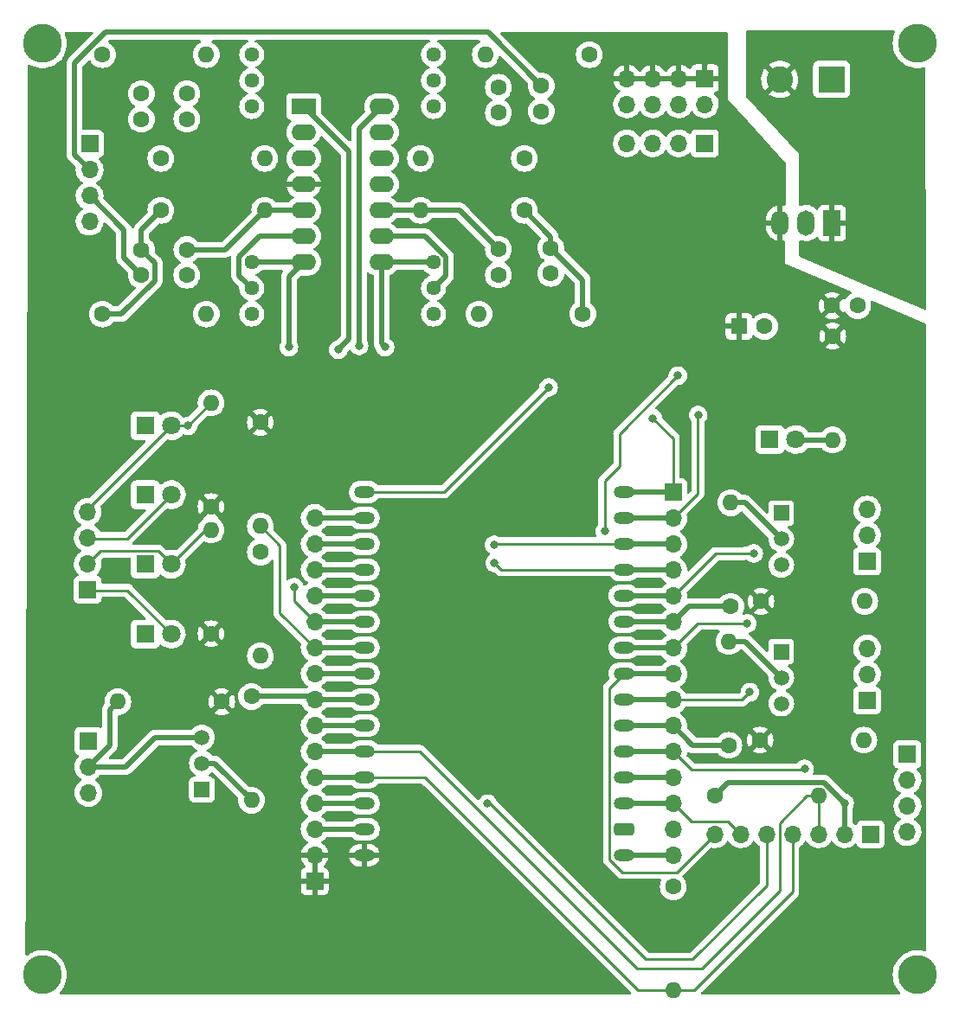
<source format=gbr>
%TF.GenerationSoftware,KiCad,Pcbnew,(6.0.6)*%
%TF.CreationDate,2022-09-23T16:31:56-07:00*%
%TF.ProjectId,SCRAPPY_PCB,53435241-5050-4595-9f50-43422e6b6963,R-0*%
%TF.SameCoordinates,Original*%
%TF.FileFunction,Copper,L1,Top*%
%TF.FilePolarity,Positive*%
%FSLAX46Y46*%
G04 Gerber Fmt 4.6, Leading zero omitted, Abs format (unit mm)*
G04 Created by KiCad (PCBNEW (6.0.6)) date 2022-09-23 16:31:56*
%MOMM*%
%LPD*%
G01*
G04 APERTURE LIST*
G04 Aperture macros list*
%AMRoundRect*
0 Rectangle with rounded corners*
0 $1 Rounding radius*
0 $2 $3 $4 $5 $6 $7 $8 $9 X,Y pos of 4 corners*
0 Add a 4 corners polygon primitive as box body*
4,1,4,$2,$3,$4,$5,$6,$7,$8,$9,$2,$3,0*
0 Add four circle primitives for the rounded corners*
1,1,$1+$1,$2,$3*
1,1,$1+$1,$4,$5*
1,1,$1+$1,$6,$7*
1,1,$1+$1,$8,$9*
0 Add four rect primitives between the rounded corners*
20,1,$1+$1,$2,$3,$4,$5,0*
20,1,$1+$1,$4,$5,$6,$7,0*
20,1,$1+$1,$6,$7,$8,$9,0*
20,1,$1+$1,$8,$9,$2,$3,0*%
G04 Aperture macros list end*
%TA.AperFunction,ComponentPad*%
%ADD10R,2.400000X1.600000*%
%TD*%
%TA.AperFunction,ComponentPad*%
%ADD11O,2.400000X1.600000*%
%TD*%
%TA.AperFunction,ComponentPad*%
%ADD12C,1.600000*%
%TD*%
%TA.AperFunction,ComponentPad*%
%ADD13O,1.600000X1.600000*%
%TD*%
%TA.AperFunction,ComponentPad*%
%ADD14R,1.500000X1.500000*%
%TD*%
%TA.AperFunction,ComponentPad*%
%ADD15C,1.500000*%
%TD*%
%TA.AperFunction,ComponentPad*%
%ADD16R,1.700000X1.700000*%
%TD*%
%TA.AperFunction,ComponentPad*%
%ADD17O,1.700000X1.700000*%
%TD*%
%TA.AperFunction,ComponentPad*%
%ADD18O,2.000000X1.200000*%
%TD*%
%TA.AperFunction,ComponentPad*%
%ADD19RoundRect,0.300000X-0.700000X0.300000X-0.700000X-0.300000X0.700000X-0.300000X0.700000X0.300000X0*%
%TD*%
%TA.AperFunction,ComponentPad*%
%ADD20R,1.800000X1.800000*%
%TD*%
%TA.AperFunction,ComponentPad*%
%ADD21C,1.800000*%
%TD*%
%TA.AperFunction,ComponentPad*%
%ADD22R,1.700000X2.500000*%
%TD*%
%TA.AperFunction,ComponentPad*%
%ADD23O,1.700000X2.500000*%
%TD*%
%TA.AperFunction,ComponentPad*%
%ADD24C,3.800000*%
%TD*%
%TA.AperFunction,ComponentPad*%
%ADD25C,1.440000*%
%TD*%
%TA.AperFunction,ComponentPad*%
%ADD26R,1.600000X1.600000*%
%TD*%
%TA.AperFunction,ComponentPad*%
%ADD27R,2.600000X2.600000*%
%TD*%
%TA.AperFunction,ComponentPad*%
%ADD28C,2.600000*%
%TD*%
%TA.AperFunction,ViaPad*%
%ADD29C,0.800000*%
%TD*%
%TA.AperFunction,Conductor*%
%ADD30C,0.508000*%
%TD*%
%TA.AperFunction,Conductor*%
%ADD31C,0.254000*%
%TD*%
G04 APERTURE END LIST*
D10*
%TO.P,U1,1*%
%TO.N,/Aout_A*%
X76878300Y-58483700D03*
D11*
%TO.P,U1,2,-*%
%TO.N,Net-(RV1-Pad2)*%
X76878300Y-61023700D03*
%TO.P,U1,3,+*%
%TO.N,Net-(C2-Pad2)*%
X76878300Y-63563700D03*
%TO.P,U1,4,V+*%
%TO.N,+5V*%
X76878300Y-66103700D03*
%TO.P,U1,5,+*%
%TO.N,Net-(C6-Pad2)*%
X76878300Y-68643700D03*
%TO.P,U1,6,-*%
%TO.N,Net-(RV3-Pad2)*%
X76878300Y-71183700D03*
%TO.P,U1,7*%
%TO.N,/Aout_B*%
X76878300Y-73723700D03*
%TO.P,U1,8*%
%TO.N,/Aout_C*%
X84498300Y-73723700D03*
%TO.P,U1,9,-*%
%TO.N,Net-(RV4-Pad2)*%
X84498300Y-71183700D03*
%TO.P,U1,10,+*%
%TO.N,Net-(C7-Pad2)*%
X84498300Y-68643700D03*
%TO.P,U1,11,V-*%
%TO.N,GND*%
X84498300Y-66103700D03*
%TO.P,U1,12,+*%
%TO.N,Net-(C4-Pad2)*%
X84498300Y-63563700D03*
%TO.P,U1,13,-*%
%TO.N,Net-(RV2-Pad2)*%
X84498300Y-61023700D03*
%TO.P,U1,14*%
%TO.N,/Aout_D*%
X84498300Y-58483700D03*
%TD*%
D12*
%TO.P,C3,1*%
%TO.N,/Ain_D*%
X100119300Y-56451700D03*
%TO.P,C3,2*%
%TO.N,Net-(C3-Pad2)*%
X100119300Y-58951700D03*
%TD*%
%TO.P,R8,1*%
%TO.N,Net-(C3-Pad2)*%
X98468300Y-63563700D03*
D13*
%TO.P,R8,2*%
%TO.N,Net-(C4-Pad2)*%
X88308300Y-63563700D03*
%TD*%
D14*
%TO.P,Q3,1,E*%
%TO.N,GND*%
X66929000Y-125349000D03*
D15*
%TO.P,Q3,2,B*%
%TO.N,Net-(Q3-Pad2)*%
X66929000Y-122809000D03*
%TO.P,Q3,3,C*%
%TO.N,/INV_PWM_C*%
X66929000Y-120269000D03*
%TD*%
D12*
%TO.P,R4,1*%
%TO.N,Net-(C5-Pad2)*%
X57193300Y-78803700D03*
D13*
%TO.P,R4,2*%
%TO.N,GND*%
X67353300Y-78803700D03*
%TD*%
D16*
%TO.P,J5,1,Pin_1*%
%TO.N,/HALL-IN_A*%
X55753000Y-105791000D03*
D17*
%TO.P,J5,2,Pin_2*%
%TO.N,/HALL-IN_B*%
X55753000Y-103251000D03*
%TO.P,J5,3,Pin_3*%
%TO.N,/HALL-IN_C*%
X55753000Y-100711000D03*
%TO.P,J5,4,Pin_4*%
%TO.N,/HALL-IN_D*%
X55753000Y-98171000D03*
%TD*%
D12*
%TO.P,R18,1*%
%TO.N,/PWM_B*%
X118664400Y-107442000D03*
D13*
%TO.P,R18,2*%
%TO.N,Net-(Q2-Pad2)*%
X118664400Y-97282000D03*
%TD*%
D18*
%TO.P,U3,1,EN*%
%TO.N,Net-(J2-Pad4)*%
X82826000Y-96234000D03*
%TO.P,U3,2,SENSOR_VP/GPIO36/ADC1_CH0*%
%TO.N,/Aout_A*%
X82802320Y-98774000D03*
%TO.P,U3,3,SENSOR_VN/GPIO39/ADC1_CH3*%
%TO.N,/Aout_B*%
X82802320Y-101314000D03*
%TO.P,U3,4,VDET_1/GPIO34/ADC1_CH6*%
%TO.N,/Aout_D*%
X82802320Y-103854000D03*
%TO.P,U3,5,VDET_2/GPIO35/ADC1_CH7*%
%TO.N,/Aout_C*%
X82802320Y-106394000D03*
%TO.P,U3,6,32K_XP/GPIO32/ADC1_CH4*%
%TO.N,/HALL-IN_D*%
X82802320Y-108934000D03*
%TO.P,U3,7,32K_XN/GPIO33/ADC1_CH5*%
%TO.N,/HALL-IN_C*%
X82802320Y-111474000D03*
%TO.P,U3,8,DAC_1/ADC2_CH8/GPIO25*%
%TO.N,/PCNT_C*%
X82802320Y-114014000D03*
%TO.P,U3,9,DAC_2/ADC2_CH9/GPIO26*%
%TO.N,/PWM_C*%
X82802320Y-116554000D03*
%TO.P,U3,10,ADC2_CH7/GPIO27*%
%TO.N,/DIR_C*%
X82802320Y-119094000D03*
%TO.P,U3,11,MTMS/GPIO14/ADC2_CH6*%
%TO.N,/SCLK*%
X82802320Y-121634000D03*
%TO.P,U3,12,\u002AMTDI/GPIO12/ADC2_CH5*%
%TO.N,/SDA*%
X82806000Y-124174000D03*
%TO.P,U3,13,MTCK/GPIO13/ADC2_CH4*%
%TO.N,/RES*%
X82806000Y-126714000D03*
%TO.P,U3,14,GND*%
%TO.N,GND*%
X82806000Y-129256720D03*
%TO.P,U3,15,Vin*%
%TO.N,+5V*%
X82806000Y-131796720D03*
%TO.P,U3,16,3V3*%
%TO.N,+3V3*%
X108202320Y-131794000D03*
D19*
%TO.P,U3,17,GND*%
%TO.N,GND*%
X108206000Y-129254000D03*
D18*
%TO.P,U3,18,\u002AMTDO/GPIO15/ADC2_CH3*%
%TO.N,/DC*%
X108206000Y-126716720D03*
%TO.P,U3,19,ADC2_CH2/\u002AGPIO2*%
%TO.N,/PIN_2*%
X108206000Y-124176720D03*
%TO.P,U3,20,ADC2_CH0/GPIO4*%
%TO.N,/PCNT_A*%
X108206000Y-121634000D03*
%TO.P,U3,21,GPIO16*%
%TO.N,/PWM_A*%
X108206000Y-119094000D03*
%TO.P,U3,22,GPIO17*%
%TO.N,/DIR_A*%
X108206000Y-116554000D03*
%TO.P,U3,23,\u002AGPIO5*%
%TO.N,/CS*%
X108206000Y-114014000D03*
%TO.P,U3,24,GPIO18*%
%TO.N,/PCNT_B*%
X108206000Y-111474000D03*
%TO.P,U3,25,GPIO19*%
%TO.N,/PWM_B*%
X108206000Y-108934000D03*
%TO.P,U3,26,GPIO21*%
%TO.N,/DIR_B*%
X108202320Y-106394000D03*
%TO.P,U3,27,U0RXD/GPIO3*%
%TO.N,/HALL-IN_A*%
X108202320Y-103854000D03*
%TO.P,U3,28,U0TXD/GPIO1*%
%TO.N,/HALL-IN_B*%
X108202320Y-101314000D03*
%TO.P,U3,29,GPIO22*%
%TO.N,/PIN_3*%
X108202320Y-98774000D03*
%TO.P,U3,30,GPIO23*%
%TO.N,/PIN_1*%
X108202320Y-96234000D03*
%TD*%
D20*
%TO.P,D1,1,K*%
%TO.N,GND*%
X61386800Y-89738200D03*
D21*
%TO.P,D1,2,A*%
%TO.N,/HALL-IN_D*%
X63926800Y-89738200D03*
%TD*%
D12*
%TO.P,C5,1*%
%TO.N,/Ain_B*%
X61003300Y-74993700D03*
%TO.P,C5,2*%
%TO.N,Net-(C5-Pad2)*%
X61003300Y-72493700D03*
%TD*%
%TO.P,C4,1*%
%TO.N,GND*%
X95928300Y-56598700D03*
%TO.P,C4,2*%
%TO.N,Net-(C4-Pad2)*%
X95928300Y-59098700D03*
%TD*%
%TO.P,R14,1*%
%TO.N,+3V3*%
X117094000Y-125984000D03*
D13*
%TO.P,R14,2*%
%TO.N,/SCLK*%
X127254000Y-125984000D03*
%TD*%
D20*
%TO.P,D2,1,K*%
%TO.N,GND*%
X61386800Y-110134400D03*
D21*
%TO.P,D2,2,A*%
%TO.N,/HALL-IN_A*%
X63926800Y-110134400D03*
%TD*%
D22*
%TO.P,U2,1,IN*%
%TO.N,+12V*%
X128557700Y-69893500D03*
D23*
%TO.P,U2,2,GND*%
%TO.N,GND*%
X126017700Y-69893500D03*
%TO.P,U2,3,OUT*%
%TO.N,+5V*%
X123477700Y-69893500D03*
%TD*%
D12*
%TO.P,R13,1*%
%TO.N,+3V3*%
X113030000Y-134874000D03*
D13*
%TO.P,R13,2*%
%TO.N,/SDA*%
X113030000Y-145034000D03*
%TD*%
D24*
%TO.P,H3,1*%
%TO.N,N/C*%
X51308000Y-143510000D03*
%TD*%
D16*
%TO.P,J10,1,Pin_1*%
%TO.N,/PCNT_A*%
X131978400Y-116636800D03*
D17*
%TO.P,J10,2,Pin_2*%
%TO.N,/INV_PWM_A*%
X131978400Y-114096800D03*
%TO.P,J10,3,Pin_3*%
%TO.N,/DIR_A*%
X131978400Y-111556800D03*
%TD*%
D12*
%TO.P,R9,1*%
%TO.N,+5V*%
X67818000Y-97663000D03*
D13*
%TO.P,R9,2*%
%TO.N,/HALL-IN_D*%
X67818000Y-87503000D03*
%TD*%
D24*
%TO.P,H2,1*%
%TO.N,N/C*%
X136906000Y-52324000D03*
%TD*%
D25*
%TO.P,RV4,1,1*%
%TO.N,GND*%
X89578300Y-78803700D03*
%TO.P,RV4,2,2*%
%TO.N,Net-(RV4-Pad2)*%
X89578300Y-76263700D03*
%TO.P,RV4,3,3*%
%TO.N,/Aout_C*%
X89578300Y-73723700D03*
%TD*%
D16*
%TO.P,J2,1,Pin_1*%
%TO.N,/PIN_3*%
X116118800Y-62077600D03*
D17*
%TO.P,J2,2,Pin_2*%
%TO.N,/PIN_2*%
X113578800Y-62077600D03*
%TO.P,J2,3,Pin_3*%
%TO.N,/PIN_1*%
X111038800Y-62077600D03*
%TO.P,J2,4,Pin_4*%
%TO.N,Net-(J2-Pad4)*%
X108498800Y-62077600D03*
%TD*%
D14*
%TO.P,Q1,1,E*%
%TO.N,GND*%
X123592000Y-111861600D03*
D15*
%TO.P,Q1,2,B*%
%TO.N,Net-(Q1-Pad2)*%
X123592000Y-114401600D03*
%TO.P,Q1,3,C*%
%TO.N,/INV_PWM_A*%
X123592000Y-116941600D03*
%TD*%
D20*
%TO.P,D3,1,K*%
%TO.N,GND*%
X61391800Y-96494600D03*
D21*
%TO.P,D3,2,A*%
%TO.N,/HALL-IN_C*%
X63931800Y-96494600D03*
%TD*%
D12*
%TO.P,R15,1*%
%TO.N,/PWM_C*%
X71776000Y-116255800D03*
D13*
%TO.P,R15,2*%
%TO.N,Net-(Q3-Pad2)*%
X71776000Y-126415800D03*
%TD*%
D12*
%TO.P,R1,1*%
%TO.N,Net-(C1-Pad2)*%
X57193300Y-53403700D03*
D13*
%TO.P,R1,2*%
%TO.N,GND*%
X67353300Y-53403700D03*
%TD*%
D16*
%TO.P,J7,1,Pin_1*%
%TO.N,/PCNT_B*%
X131978400Y-103022400D03*
D17*
%TO.P,J7,2,Pin_2*%
%TO.N,/INV_PWM_B*%
X131978400Y-100482400D03*
%TO.P,J7,3,Pin_3*%
%TO.N,/DIR_B*%
X131978400Y-97942400D03*
%TD*%
D12*
%TO.P,R20,1*%
%TO.N,/PWM_A*%
X118470000Y-121031000D03*
D13*
%TO.P,R20,2*%
%TO.N,Net-(Q1-Pad2)*%
X118470000Y-110871000D03*
%TD*%
D12*
%TO.P,R11,1*%
%TO.N,unconnected-(R11-Pad1)*%
X72644000Y-102108000D03*
D13*
%TO.P,R11,2*%
%TO.N,/HALL-IN_A*%
X72644000Y-112268000D03*
%TD*%
D12*
%TO.P,R21,1*%
%TO.N,+5V*%
X128625600Y-80975200D03*
D13*
%TO.P,R21,2*%
%TO.N,Net-(D5-Pad2)*%
X128625600Y-91135200D03*
%TD*%
D12*
%TO.P,R3,1*%
%TO.N,Net-(C1-Pad2)*%
X62908300Y-63563700D03*
D13*
%TO.P,R3,2*%
%TO.N,Net-(C2-Pad2)*%
X73068300Y-63563700D03*
%TD*%
D25*
%TO.P,RV2,1,1*%
%TO.N,GND*%
X89578300Y-53393700D03*
%TO.P,RV2,2,2*%
%TO.N,Net-(RV2-Pad2)*%
X89578300Y-55933700D03*
%TO.P,RV2,3,3*%
%TO.N,/Aout_D*%
X89578300Y-58473700D03*
%TD*%
D12*
%TO.P,C2,1*%
%TO.N,GND*%
X65448300Y-57213700D03*
%TO.P,C2,2*%
%TO.N,Net-(C2-Pad2)*%
X65448300Y-59713700D03*
%TD*%
D16*
%TO.P,DISP1,1,VSS/GND*%
%TO.N,GND*%
X132339000Y-129737000D03*
D17*
%TO.P,DISP1,2,VDD*%
%TO.N,+3V3*%
X129799000Y-129737000D03*
%TO.P,DISP1,3,SCLK*%
%TO.N,/SCLK*%
X127259000Y-129737000D03*
%TO.P,DISP1,4,SDA*%
%TO.N,/SDA*%
X124719000Y-129737000D03*
%TO.P,DISP1,5,RES*%
%TO.N,/RES*%
X122179000Y-129737000D03*
%TO.P,DISP1,6,DC*%
%TO.N,/DC*%
X119639000Y-129737000D03*
%TO.P,DISP1,7,CS*%
%TO.N,/CS*%
X117099000Y-129737000D03*
%TD*%
D26*
%TO.P,C10,1*%
%TO.N,+5V*%
X119467621Y-80010000D03*
D12*
%TO.P,C10,2*%
%TO.N,GND*%
X121967621Y-80010000D03*
%TD*%
D16*
%TO.P,J6,1,Pin_1*%
%TO.N,/PIN_1*%
X113030000Y-96266000D03*
D17*
%TO.P,J6,2,Pin_2*%
%TO.N,/PIN_3*%
X113030000Y-98806000D03*
%TO.P,J6,3,Pin_3*%
%TO.N,/HALL-IN_B*%
X113030000Y-101346000D03*
%TO.P,J6,4,Pin_4*%
%TO.N,/HALL-IN_A*%
X113030000Y-103886000D03*
%TO.P,J6,5,Pin_5*%
%TO.N,/DIR_B*%
X113030000Y-106426000D03*
%TO.P,J6,6,Pin_6*%
%TO.N,/PWM_B*%
X113030000Y-108966000D03*
%TO.P,J6,7,Pin_7*%
%TO.N,/PCNT_B*%
X113030000Y-111506000D03*
%TO.P,J6,8,Pin_8*%
%TO.N,/CS*%
X113030000Y-114046000D03*
%TO.P,J6,9,Pin_9*%
%TO.N,/DIR_A*%
X113030000Y-116586000D03*
%TO.P,J6,10,Pin_10*%
%TO.N,/PWM_A*%
X113030000Y-119126000D03*
%TO.P,J6,11,Pin_11*%
%TO.N,/PCNT_A*%
X113030000Y-121666000D03*
%TO.P,J6,12,Pin_12*%
%TO.N,/PIN_2*%
X113030000Y-124206000D03*
%TO.P,J6,13,Pin_13*%
%TO.N,/DC*%
X113030000Y-126746000D03*
%TO.P,J6,14,Pin_14*%
%TO.N,GND*%
X113030000Y-129286000D03*
%TO.P,J6,15,Pin_15*%
%TO.N,+3V3*%
X113030000Y-131826000D03*
%TD*%
D12*
%TO.P,R19,1*%
%TO.N,+5V*%
X121518000Y-120523000D03*
D13*
%TO.P,R19,2*%
%TO.N,/INV_PWM_A*%
X131678000Y-120523000D03*
%TD*%
D25*
%TO.P,RV3,1,1*%
%TO.N,GND*%
X71798300Y-78803700D03*
%TO.P,RV3,2,2*%
%TO.N,Net-(RV3-Pad2)*%
X71798300Y-76263700D03*
%TO.P,RV3,3,3*%
%TO.N,/Aout_B*%
X71798300Y-73723700D03*
%TD*%
D27*
%TO.P,J4,1,Pin_1*%
%TO.N,GND*%
X128524000Y-55829000D03*
D28*
%TO.P,J4,2,Pin_2*%
%TO.N,+12V*%
X123444000Y-55829000D03*
%TD*%
D12*
%TO.P,C6,1*%
%TO.N,GND*%
X65448300Y-74993700D03*
%TO.P,C6,2*%
%TO.N,Net-(C6-Pad2)*%
X65448300Y-72493700D03*
%TD*%
D16*
%TO.P,J3,1,Pin_1*%
%TO.N,+5V*%
X116118800Y-55722600D03*
D17*
%TO.P,J3,2,Pin_2*%
%TO.N,GND*%
X116118800Y-58262600D03*
%TO.P,J3,3,Pin_3*%
%TO.N,+5V*%
X113578800Y-55722600D03*
%TO.P,J3,4,Pin_4*%
%TO.N,GND*%
X113578800Y-58262600D03*
%TO.P,J3,5,Pin_5*%
%TO.N,+5V*%
X111038800Y-55722600D03*
%TO.P,J3,6,Pin_6*%
%TO.N,GND*%
X111038800Y-58262600D03*
%TO.P,J3,7,Pin_7*%
%TO.N,+5V*%
X108498800Y-55722600D03*
%TO.P,J3,8,Pin_8*%
%TO.N,GND*%
X108498800Y-58262600D03*
%TD*%
D24*
%TO.P,H1,1*%
%TO.N,N/C*%
X51308000Y-52324000D03*
%TD*%
D16*
%TO.P,J1,1,Pin_1*%
%TO.N,/Ain_A*%
X55938700Y-62146300D03*
D17*
%TO.P,J1,2,Pin_2*%
%TO.N,/Ain_D*%
X55938700Y-64686300D03*
%TO.P,J1,3,Pin_3*%
%TO.N,/Ain_B*%
X55938700Y-67226300D03*
%TO.P,J1,4,Pin_4*%
%TO.N,/Ain_C*%
X55938700Y-69766300D03*
%TD*%
D12*
%TO.P,R10,1*%
%TO.N,+5V*%
X72644000Y-89408000D03*
D13*
%TO.P,R10,2*%
%TO.N,/HALL-IN_C*%
X72644000Y-99568000D03*
%TD*%
D12*
%TO.P,R2,1*%
%TO.N,Net-(C3-Pad2)*%
X104818300Y-53403700D03*
D13*
%TO.P,R2,2*%
%TO.N,GND*%
X94658300Y-53403700D03*
%TD*%
D12*
%TO.P,R6,1*%
%TO.N,Net-(C8-Pad2)*%
X104183300Y-78803700D03*
D13*
%TO.P,R6,2*%
%TO.N,GND*%
X94023300Y-78803700D03*
%TD*%
D12*
%TO.P,R16,1*%
%TO.N,+5V*%
X68855000Y-116763800D03*
D13*
%TO.P,R16,2*%
%TO.N,/INV_PWM_C*%
X58695000Y-116763800D03*
%TD*%
D12*
%TO.P,R7,1*%
%TO.N,Net-(C8-Pad2)*%
X98468300Y-68643700D03*
D13*
%TO.P,R7,2*%
%TO.N,Net-(C7-Pad2)*%
X88308300Y-68643700D03*
%TD*%
D16*
%TO.P,J11,1,Pin_1*%
%TO.N,+3V3*%
X135940800Y-121904600D03*
D17*
%TO.P,J11,2,Pin_2*%
%TO.N,GND*%
X135940800Y-124444600D03*
%TO.P,J11,3,Pin_3*%
%TO.N,+3V3*%
X135940800Y-126984600D03*
%TO.P,J11,4,Pin_4*%
%TO.N,GND*%
X135940800Y-129524600D03*
%TD*%
D20*
%TO.P,D4,1,K*%
%TO.N,GND*%
X61386800Y-103301800D03*
D21*
%TO.P,D4,2,A*%
%TO.N,/HALL-IN_B*%
X63926800Y-103301800D03*
%TD*%
D12*
%TO.P,C1,1*%
%TO.N,/Ain_A*%
X61003300Y-57233700D03*
%TO.P,C1,2*%
%TO.N,Net-(C1-Pad2)*%
X61003300Y-59733700D03*
%TD*%
D24*
%TO.P,H4,1*%
%TO.N,N/C*%
X136906000Y-143510000D03*
%TD*%
D12*
%TO.P,R17,1*%
%TO.N,+5V*%
X121610800Y-106934000D03*
D13*
%TO.P,R17,2*%
%TO.N,/INV_PWM_B*%
X131770800Y-106934000D03*
%TD*%
D16*
%TO.P,J9,1,Pin_1*%
%TO.N,+5V*%
X77953000Y-134336000D03*
D17*
%TO.P,J9,2,Pin_2*%
X77953000Y-131796000D03*
%TO.P,J9,3,Pin_3*%
%TO.N,GND*%
X77953000Y-129256000D03*
%TO.P,J9,4,Pin_4*%
%TO.N,/RES*%
X77953000Y-126716000D03*
%TO.P,J9,5,Pin_5*%
%TO.N,/SDA*%
X77953000Y-124176000D03*
%TO.P,J9,6,Pin_6*%
%TO.N,/SCLK*%
X77953000Y-121636000D03*
%TO.P,J9,7,Pin_7*%
%TO.N,/DIR_C*%
X77953000Y-119096000D03*
%TO.P,J9,8,Pin_8*%
%TO.N,/PWM_C*%
X77953000Y-116556000D03*
%TO.P,J9,9,Pin_9*%
%TO.N,/PCNT_C*%
X77953000Y-114016000D03*
%TO.P,J9,10,Pin_10*%
%TO.N,/HALL-IN_C*%
X77953000Y-111476000D03*
%TO.P,J9,11,Pin_11*%
%TO.N,/HALL-IN_D*%
X77953000Y-108936000D03*
%TO.P,J9,12,Pin_12*%
%TO.N,/Aout_C*%
X77953000Y-106396000D03*
%TO.P,J9,13,Pin_13*%
%TO.N,/Aout_D*%
X77953000Y-103856000D03*
%TO.P,J9,14,Pin_14*%
%TO.N,/Aout_B*%
X77953000Y-101316000D03*
%TO.P,J9,15,Pin_15*%
%TO.N,/Aout_A*%
X77953000Y-98776000D03*
%TD*%
D12*
%TO.P,C9,1*%
%TO.N,GND*%
X131064000Y-77978000D03*
%TO.P,C9,2*%
%TO.N,+5V*%
X128564000Y-77978000D03*
%TD*%
D14*
%TO.P,Q2,1,E*%
%TO.N,GND*%
X123592000Y-98298000D03*
D15*
%TO.P,Q2,2,B*%
%TO.N,Net-(Q2-Pad2)*%
X123592000Y-100838000D03*
%TO.P,Q2,3,C*%
%TO.N,/INV_PWM_B*%
X123592000Y-103378000D03*
%TD*%
D25*
%TO.P,RV1,1,1*%
%TO.N,GND*%
X71798300Y-53403700D03*
%TO.P,RV1,2,2*%
%TO.N,Net-(RV1-Pad2)*%
X71798300Y-55943700D03*
%TO.P,RV1,3,3*%
%TO.N,/Aout_A*%
X71798300Y-58483700D03*
%TD*%
D20*
%TO.P,D5,1,K*%
%TO.N,GND*%
X122478800Y-91084400D03*
D21*
%TO.P,D5,2,A*%
%TO.N,Net-(D5-Pad2)*%
X125018800Y-91084400D03*
%TD*%
D12*
%TO.P,C7,1*%
%TO.N,GND*%
X95928300Y-74973700D03*
%TO.P,C7,2*%
%TO.N,Net-(C7-Pad2)*%
X95928300Y-72473700D03*
%TD*%
%TO.P,C8,1*%
%TO.N,/Ain_C*%
X101049100Y-74826300D03*
%TO.P,C8,2*%
%TO.N,Net-(C8-Pad2)*%
X101049100Y-72326300D03*
%TD*%
%TO.P,R5,1*%
%TO.N,Net-(C5-Pad2)*%
X62908300Y-68643700D03*
D13*
%TO.P,R5,2*%
%TO.N,Net-(C6-Pad2)*%
X73068300Y-68643700D03*
%TD*%
D16*
%TO.P,J8,1,Pin_1*%
%TO.N,/PCNT_C*%
X55801600Y-120599200D03*
D17*
%TO.P,J8,2,Pin_2*%
%TO.N,/INV_PWM_C*%
X55801600Y-123139200D03*
%TO.P,J8,3,Pin_3*%
%TO.N,/DIR_C*%
X55801600Y-125679200D03*
%TD*%
D12*
%TO.P,R12,1*%
%TO.N,+5V*%
X67818000Y-110109000D03*
D13*
%TO.P,R12,2*%
%TO.N,/HALL-IN_B*%
X67818000Y-99949000D03*
%TD*%
D29*
%TO.N,/HALL-IN_A*%
X95554800Y-103174800D03*
%TO.N,/HALL-IN_B*%
X95504000Y-101396800D03*
%TO.N,/HALL-IN_D*%
X75946000Y-105537000D03*
X65582800Y-89738200D03*
%TO.N,+3V3*%
X129799000Y-126679208D03*
%TO.N,/RES*%
X94869000Y-126746000D03*
%TO.N,/PCNT_A*%
X125882400Y-123342400D03*
%TO.N,/DIR_A*%
X120523000Y-115824000D03*
%TO.N,/PCNT_B*%
X120269000Y-109093000D03*
%TO.N,/DIR_B*%
X120904000Y-102235000D03*
%TO.N,/PIN_1*%
X111048800Y-89001600D03*
%TO.N,/PIN_2*%
X113487200Y-84836000D03*
X106324400Y-100076000D03*
%TO.N,/PIN_3*%
X115468400Y-88696800D03*
%TO.N,Net-(J2-Pad4)*%
X100838000Y-85979000D03*
%TO.N,/Aout_A*%
X80264000Y-82296000D03*
%TO.N,/Aout_B*%
X75438000Y-82042000D03*
%TO.N,/Aout_C*%
X84836000Y-82042000D03*
%TO.N,/Aout_D*%
X82296000Y-81915000D03*
%TD*%
D30*
%TO.N,GND*%
X82805280Y-129256000D02*
X82806000Y-129256720D01*
X77953000Y-129256000D02*
X82805280Y-129256000D01*
%TO.N,+5V*%
X77953000Y-131796000D02*
X77953000Y-134336000D01*
X77953000Y-131796000D02*
X82805280Y-131796000D01*
X82805280Y-131796000D02*
X82806000Y-131796720D01*
%TO.N,Net-(C5-Pad2)*%
X62311300Y-75535492D02*
X62311300Y-73801700D01*
X59043092Y-78803700D02*
X62311300Y-75535492D01*
X61003300Y-70548700D02*
X62908300Y-68643700D01*
X57193300Y-78803700D02*
X59043092Y-78803700D01*
X61003300Y-72493700D02*
X61003300Y-70548700D01*
X62311300Y-73801700D02*
X61003300Y-72493700D01*
%TO.N,/Ain_D*%
X54465500Y-63213100D02*
X54465500Y-54281708D01*
X54465500Y-54281708D02*
X57522908Y-51224300D01*
X55938700Y-64686300D02*
X54465500Y-63213100D01*
X94891900Y-51224300D02*
X100119300Y-56451700D01*
X57522908Y-51224300D02*
X94891900Y-51224300D01*
%TO.N,Net-(C7-Pad2)*%
X84498300Y-68643700D02*
X88308300Y-68643700D01*
X92098300Y-68643700D02*
X95928300Y-72473700D01*
X88308300Y-68643700D02*
X92098300Y-68643700D01*
%TO.N,/Ain_B*%
X59306519Y-73296919D02*
X61003300Y-74993700D01*
X55938700Y-67226300D02*
X59306519Y-70594119D01*
X59306519Y-70594119D02*
X59306519Y-73296919D01*
%TO.N,Net-(C8-Pad2)*%
X101049100Y-71224500D02*
X98468300Y-68643700D01*
X101049100Y-72326300D02*
X101049100Y-71224500D01*
X104183300Y-78803700D02*
X104183300Y-75460500D01*
X104183300Y-75460500D02*
X101049100Y-72326300D01*
%TO.N,Net-(C6-Pad2)*%
X65448300Y-72493700D02*
X69218300Y-72493700D01*
X69218300Y-72493700D02*
X73068300Y-68643700D01*
X73068300Y-68643700D02*
X76878300Y-68643700D01*
%TO.N,/HALL-IN_A*%
X112998000Y-103854000D02*
X113030000Y-103886000D01*
D31*
X55753000Y-105791000D02*
X55811500Y-105849500D01*
X55811500Y-105849500D02*
X59641900Y-105849500D01*
X108202320Y-103854000D02*
X96234000Y-103854000D01*
X96234000Y-103854000D02*
X95554800Y-103174800D01*
X59641900Y-105849500D02*
X63926800Y-110134400D01*
D30*
X108202320Y-103854000D02*
X112998000Y-103854000D01*
D31*
%TO.N,/HALL-IN_C*%
X55753000Y-100711000D02*
X55811500Y-100769500D01*
X59656900Y-100769500D02*
X63931800Y-96494600D01*
X55811500Y-100769500D02*
X59656900Y-100769500D01*
D30*
X82800320Y-111476000D02*
X82802320Y-111474000D01*
D31*
X77953000Y-111476000D02*
X74549000Y-108072000D01*
X74549000Y-108072000D02*
X74549000Y-101473000D01*
X74549000Y-101473000D02*
X72644000Y-99568000D01*
D30*
X77953000Y-111476000D02*
X82800320Y-111476000D01*
%TO.N,/HALL-IN_B*%
X108202320Y-101314000D02*
X112998000Y-101314000D01*
D31*
X95586800Y-101314000D02*
X95504000Y-101396800D01*
X55753000Y-103251000D02*
X56983200Y-102020800D01*
X108202320Y-101314000D02*
X95586800Y-101314000D01*
X62645800Y-102020800D02*
X63926800Y-103301800D01*
D30*
X112998000Y-101314000D02*
X113030000Y-101346000D01*
D31*
X56983200Y-102020800D02*
X62645800Y-102020800D01*
X63926800Y-103301800D02*
X67279600Y-99949000D01*
X67279600Y-99949000D02*
X67818000Y-99949000D01*
D30*
%TO.N,/HALL-IN_D*%
X77953000Y-108936000D02*
X82800320Y-108936000D01*
D31*
X63926800Y-89738200D02*
X65582800Y-89738200D01*
X77953000Y-108936000D02*
X75946000Y-106929000D01*
X65582800Y-89738200D02*
X67818000Y-87503000D01*
D30*
X82800320Y-108936000D02*
X82802320Y-108934000D01*
D31*
X55753000Y-98171000D02*
X55753000Y-97912000D01*
X55753000Y-97912000D02*
X63926800Y-89738200D01*
X75946000Y-106929000D02*
X75946000Y-105537000D01*
D30*
%TO.N,+3V3*%
X118402000Y-124676000D02*
X127795792Y-124676000D01*
X129799000Y-126679208D02*
X129799000Y-129737000D01*
X112998000Y-131794000D02*
X113030000Y-131826000D01*
X108202320Y-131794000D02*
X112998000Y-131794000D01*
X117094000Y-125984000D02*
X118402000Y-124676000D01*
X127795792Y-124676000D02*
X129799000Y-126679208D01*
D31*
%TO.N,/SCLK*%
X123444000Y-135255000D02*
X115824000Y-142875000D01*
X127254000Y-129732000D02*
X127259000Y-129737000D01*
X127254000Y-125984000D02*
X126122630Y-125984000D01*
D30*
X77953000Y-121636000D02*
X82800320Y-121636000D01*
D31*
X115824000Y-142875000D02*
X109474000Y-142875000D01*
X123444000Y-128662630D02*
X123444000Y-135255000D01*
X109474000Y-142875000D02*
X88233000Y-121634000D01*
X127254000Y-125984000D02*
X127254000Y-129732000D01*
X88233000Y-121634000D02*
X82802320Y-121634000D01*
D30*
X82800320Y-121636000D02*
X82802320Y-121634000D01*
D31*
X126122630Y-125984000D02*
X123444000Y-128662630D01*
%TO.N,/SDA*%
X124719000Y-135377000D02*
X115062000Y-145034000D01*
D30*
X82804000Y-124176000D02*
X82806000Y-124174000D01*
X77953000Y-124176000D02*
X82804000Y-124176000D01*
D31*
X82806000Y-124174000D02*
X88741000Y-124174000D01*
X109601000Y-145034000D02*
X113030000Y-145034000D01*
X124719000Y-129737000D02*
X124719000Y-135377000D01*
X115062000Y-145034000D02*
X113030000Y-145034000D01*
X88741000Y-124174000D02*
X109601000Y-145034000D01*
D30*
%TO.N,/RES*%
X77953000Y-126716000D02*
X82804000Y-126716000D01*
X82804000Y-126716000D02*
X82806000Y-126714000D01*
D31*
X96012000Y-127635000D02*
X95123000Y-126746000D01*
X122179000Y-129737000D02*
X122179000Y-134742000D01*
X114935000Y-141986000D02*
X110363000Y-141986000D01*
X110363000Y-141986000D02*
X96012000Y-127635000D01*
X122179000Y-134742000D02*
X114935000Y-141986000D01*
X95123000Y-126746000D02*
X94869000Y-126746000D01*
%TO.N,/DC*%
X114790000Y-128506000D02*
X113030000Y-126746000D01*
D30*
X108235280Y-126746000D02*
X108206000Y-126716720D01*
D31*
X118408000Y-128506000D02*
X114790000Y-128506000D01*
D30*
X113030000Y-126746000D02*
X108235280Y-126746000D01*
D31*
X119639000Y-129737000D02*
X118408000Y-128506000D01*
%TO.N,/CS*%
X113362586Y-133473414D02*
X108022614Y-133473414D01*
X106781600Y-132232400D02*
X106781600Y-115438400D01*
X117099000Y-129737000D02*
X113362586Y-133473414D01*
X108022614Y-133473414D02*
X106781600Y-132232400D01*
X106781600Y-115438400D02*
X108206000Y-114014000D01*
D30*
X108206000Y-114014000D02*
X112998000Y-114014000D01*
X112998000Y-114014000D02*
X113030000Y-114046000D01*
D31*
%TO.N,/PCNT_A*%
X125780800Y-123444000D02*
X114808000Y-123444000D01*
X114808000Y-123444000D02*
X113030000Y-121666000D01*
D30*
X108238000Y-121666000D02*
X108206000Y-121634000D01*
X113030000Y-121666000D02*
X108238000Y-121666000D01*
D31*
X125882400Y-123342400D02*
X125780800Y-123444000D01*
D30*
%TO.N,/DIR_A*%
X112998000Y-116554000D02*
X113030000Y-116586000D01*
D31*
X113030000Y-116586000D02*
X119761000Y-116586000D01*
X119761000Y-116586000D02*
X120523000Y-115824000D01*
D30*
X108206000Y-116554000D02*
X112998000Y-116554000D01*
D31*
%TO.N,/PCNT_B*%
X113030000Y-111506000D02*
X115443000Y-109093000D01*
D30*
X112998000Y-111474000D02*
X113030000Y-111506000D01*
X108206000Y-111474000D02*
X112998000Y-111474000D01*
D31*
X115443000Y-109093000D02*
X120269000Y-109093000D01*
D30*
%TO.N,/DIR_B*%
X112998000Y-106394000D02*
X113030000Y-106426000D01*
D31*
X120904000Y-102235000D02*
X120039000Y-102235000D01*
X120039000Y-102235000D02*
X120027000Y-102247000D01*
D30*
X108202320Y-106394000D02*
X112998000Y-106394000D01*
D31*
X120027000Y-102247000D02*
X117209000Y-102247000D01*
X117209000Y-102247000D02*
X113479013Y-105976987D01*
D30*
%TO.N,/PCNT_C*%
X82800320Y-114016000D02*
X82802320Y-114014000D01*
X77953000Y-114016000D02*
X82800320Y-114016000D01*
%TO.N,/INV_PWM_C*%
X57895001Y-121045799D02*
X55801600Y-123139200D01*
X66929000Y-120269000D02*
X62352600Y-120269000D01*
X57895001Y-117563799D02*
X57895001Y-121045799D01*
X59482400Y-123139200D02*
X55801600Y-123139200D01*
X62352600Y-120269000D02*
X59482400Y-123139200D01*
X58695000Y-116763800D02*
X57895001Y-117563799D01*
%TO.N,/DIR_C*%
X82800320Y-119096000D02*
X82802320Y-119094000D01*
X77953000Y-119096000D02*
X82800320Y-119096000D01*
D31*
%TO.N,/PIN_1*%
X113030000Y-90982800D02*
X113030000Y-96266000D01*
X111048800Y-89001600D02*
X113030000Y-90982800D01*
D30*
X108202320Y-96234000D02*
X112998000Y-96234000D01*
X112998000Y-96234000D02*
X113030000Y-96266000D01*
D31*
%TO.N,/PIN_2*%
X107797600Y-90525600D02*
X107797600Y-93675200D01*
D30*
X108235280Y-124206000D02*
X108206000Y-124176720D01*
X113030000Y-124206000D02*
X108235280Y-124206000D01*
D31*
X113487200Y-84836000D02*
X107797600Y-90525600D01*
X106324400Y-95148400D02*
X106324400Y-100076000D01*
X107797600Y-93675200D02*
X106324400Y-95148400D01*
%TO.N,/PIN_3*%
X115417600Y-96418400D02*
X113030000Y-98806000D01*
X115468400Y-88696800D02*
X115417600Y-88747600D01*
D30*
X112998000Y-98774000D02*
X113030000Y-98806000D01*
D31*
X115417600Y-88747600D02*
X115417600Y-96418400D01*
D30*
X108202320Y-98774000D02*
X112998000Y-98774000D01*
D31*
%TO.N,Net-(J2-Pad4)*%
X90583000Y-96234000D02*
X82826000Y-96234000D01*
X100838000Y-85979000D02*
X90583000Y-96234000D01*
D30*
%TO.N,Net-(Q1-Pad2)*%
X120061400Y-110871000D02*
X123592000Y-114401600D01*
X118470000Y-110871000D02*
X120061400Y-110871000D01*
%TO.N,Net-(Q2-Pad2)*%
X120036000Y-97282000D02*
X118664400Y-97282000D01*
X123592000Y-100838000D02*
X120036000Y-97282000D01*
%TO.N,Net-(Q3-Pad2)*%
X66929000Y-122809000D02*
X68169200Y-122809000D01*
X68169200Y-122809000D02*
X71776000Y-126415800D01*
%TO.N,/Aout_A*%
X82800320Y-98776000D02*
X82802320Y-98774000D01*
X81280000Y-81280000D02*
X81280000Y-62885400D01*
X77953000Y-98776000D02*
X82800320Y-98776000D01*
X80264000Y-82296000D02*
X81280000Y-81280000D01*
X81280000Y-62885400D02*
X76878300Y-58483700D01*
%TO.N,/Aout_B*%
X71798300Y-73723700D02*
X76878300Y-73723700D01*
X82800320Y-101316000D02*
X82802320Y-101314000D01*
X75438000Y-82042000D02*
X75438000Y-75164000D01*
X77953000Y-101316000D02*
X82800320Y-101316000D01*
X75438000Y-75164000D02*
X76878300Y-73723700D01*
%TO.N,/Aout_C*%
X82800320Y-106396000D02*
X82802320Y-106394000D01*
X89578300Y-73723700D02*
X84498300Y-73723700D01*
X84498300Y-81704300D02*
X84836000Y-82042000D01*
X77953000Y-106396000D02*
X82800320Y-106396000D01*
X84498300Y-73723700D02*
X84498300Y-81704300D01*
%TO.N,/Aout_D*%
X84498300Y-58483700D02*
X82296000Y-60686000D01*
X77953000Y-103856000D02*
X82800320Y-103856000D01*
X82296000Y-60686000D02*
X82296000Y-81915000D01*
X82800320Y-103856000D02*
X82802320Y-103854000D01*
%TO.N,/PWM_A*%
X113030000Y-119126000D02*
X114935000Y-121031000D01*
X113030000Y-119126000D02*
X108238000Y-119126000D01*
X108238000Y-119126000D02*
X108206000Y-119094000D01*
X114935000Y-121031000D02*
X118470000Y-121031000D01*
%TO.N,/PWM_B*%
X112998000Y-108934000D02*
X113030000Y-108966000D01*
D31*
X112998000Y-108934000D02*
X113062000Y-108934000D01*
D30*
X113030000Y-108966000D02*
X114554000Y-107442000D01*
X108206000Y-108934000D02*
X112998000Y-108934000D01*
X114554000Y-107442000D02*
X118664400Y-107442000D01*
%TO.N,/PWM_C*%
X77652800Y-116255800D02*
X77953000Y-116556000D01*
X71776000Y-116255800D02*
X77652800Y-116255800D01*
X77953000Y-116556000D02*
X82800320Y-116556000D01*
X82800320Y-116556000D02*
X82802320Y-116554000D01*
%TO.N,Net-(RV3-Pad2)*%
X72555300Y-71183700D02*
X76878300Y-71183700D01*
X71798300Y-76263700D02*
X70570300Y-75035700D01*
X70570300Y-73168700D02*
X72555300Y-71183700D01*
X70570300Y-75035700D02*
X70570300Y-73168700D01*
%TO.N,Net-(RV4-Pad2)*%
X90806300Y-73215045D02*
X90806300Y-75035700D01*
X88774955Y-71183700D02*
X90806300Y-73215045D01*
X90806300Y-75035700D02*
X89578300Y-76263700D01*
X84498300Y-71183700D02*
X88774955Y-71183700D01*
%TO.N,Net-(D5-Pad2)*%
X125069600Y-91135200D02*
X128625600Y-91135200D01*
%TD*%
%TA.AperFunction,Conductor*%
%TO.N,+12V*%
G36*
X134711359Y-51074002D02*
G01*
X134757852Y-51127658D01*
X134767956Y-51197932D01*
X134757246Y-51233647D01*
X134662206Y-51435619D01*
X134568555Y-51723846D01*
X134511767Y-52021538D01*
X134492738Y-52324000D01*
X134511767Y-52626462D01*
X134568555Y-52924154D01*
X134662206Y-53212381D01*
X134791242Y-53486598D01*
X134953630Y-53742480D01*
X135146808Y-53975992D01*
X135367729Y-54183450D01*
X135612910Y-54361584D01*
X135616379Y-54363491D01*
X135616382Y-54363493D01*
X135836097Y-54484283D01*
X135878483Y-54507585D01*
X135882152Y-54509038D01*
X135882157Y-54509040D01*
X136156591Y-54617696D01*
X136160261Y-54619149D01*
X136453800Y-54694516D01*
X136754470Y-54732500D01*
X137057530Y-54732500D01*
X137358200Y-54694516D01*
X137527881Y-54650950D01*
X137598835Y-54653383D01*
X137657211Y-54693791D01*
X137684474Y-54759345D01*
X137685214Y-54772409D01*
X137794111Y-78293953D01*
X137774424Y-78362165D01*
X137720984Y-78408906D01*
X137650758Y-78419335D01*
X137618480Y-78410349D01*
X131521922Y-75797538D01*
X125425366Y-73184728D01*
X125370633Y-73139509D01*
X125349000Y-73068916D01*
X125349000Y-71679436D01*
X125369002Y-71611315D01*
X125422658Y-71564822D01*
X125492932Y-71554718D01*
X125512362Y-71559103D01*
X125724927Y-71625107D01*
X125730216Y-71625808D01*
X125948189Y-71654698D01*
X125948194Y-71654698D01*
X125953474Y-71655398D01*
X125958803Y-71655198D01*
X125958805Y-71655198D01*
X126068666Y-71651074D01*
X126183858Y-71646749D01*
X126189168Y-71645635D01*
X126404272Y-71600502D01*
X126409491Y-71599407D01*
X126414450Y-71597449D01*
X126414452Y-71597448D01*
X126618956Y-71516685D01*
X126618958Y-71516684D01*
X126623921Y-71514724D01*
X126628765Y-71511785D01*
X126816457Y-71397890D01*
X126816456Y-71397890D01*
X126821017Y-71395123D01*
X126995145Y-71244023D01*
X126998528Y-71239897D01*
X126998532Y-71239893D01*
X126999002Y-71239319D01*
X126999262Y-71239142D01*
X127002247Y-71236072D01*
X127002872Y-71236680D01*
X127057660Y-71199322D01*
X127128630Y-71197388D01*
X127189380Y-71234129D01*
X127214421Y-71274976D01*
X127254376Y-71381554D01*
X127262914Y-71397149D01*
X127339415Y-71499224D01*
X127351976Y-71511785D01*
X127454051Y-71588286D01*
X127469646Y-71596824D01*
X127590094Y-71641978D01*
X127605349Y-71645605D01*
X127656214Y-71651131D01*
X127663028Y-71651500D01*
X128285585Y-71651500D01*
X128300824Y-71647025D01*
X128302029Y-71645635D01*
X128303700Y-71637952D01*
X128303700Y-71633384D01*
X128811700Y-71633384D01*
X128816175Y-71648623D01*
X128817565Y-71649828D01*
X128825248Y-71651499D01*
X129452369Y-71651499D01*
X129459190Y-71651129D01*
X129510052Y-71645605D01*
X129525304Y-71641979D01*
X129645754Y-71596824D01*
X129661349Y-71588286D01*
X129763424Y-71511785D01*
X129775985Y-71499224D01*
X129852486Y-71397149D01*
X129861024Y-71381554D01*
X129906178Y-71261106D01*
X129909805Y-71245851D01*
X129915331Y-71194986D01*
X129915700Y-71188172D01*
X129915700Y-70165615D01*
X129911225Y-70150376D01*
X129909835Y-70149171D01*
X129902152Y-70147500D01*
X128829815Y-70147500D01*
X128814576Y-70151975D01*
X128813371Y-70153365D01*
X128811700Y-70161048D01*
X128811700Y-71633384D01*
X128303700Y-71633384D01*
X128303700Y-69621385D01*
X128811700Y-69621385D01*
X128816175Y-69636624D01*
X128817565Y-69637829D01*
X128825248Y-69639500D01*
X129897584Y-69639500D01*
X129912823Y-69635025D01*
X129914028Y-69633635D01*
X129915699Y-69625952D01*
X129915699Y-68598831D01*
X129915329Y-68592010D01*
X129909805Y-68541148D01*
X129906179Y-68525896D01*
X129861024Y-68405446D01*
X129852486Y-68389851D01*
X129775985Y-68287776D01*
X129763424Y-68275215D01*
X129661349Y-68198714D01*
X129645754Y-68190176D01*
X129525306Y-68145022D01*
X129510051Y-68141395D01*
X129459186Y-68135869D01*
X129452372Y-68135500D01*
X128829815Y-68135500D01*
X128814576Y-68139975D01*
X128813371Y-68141365D01*
X128811700Y-68149048D01*
X128811700Y-69621385D01*
X128303700Y-69621385D01*
X128303700Y-68153616D01*
X128299225Y-68138377D01*
X128297835Y-68137172D01*
X128290152Y-68135501D01*
X127663031Y-68135501D01*
X127656210Y-68135871D01*
X127605348Y-68141395D01*
X127590096Y-68145021D01*
X127469646Y-68190176D01*
X127454051Y-68198714D01*
X127351976Y-68275215D01*
X127339415Y-68287776D01*
X127262914Y-68389851D01*
X127254376Y-68405446D01*
X127212859Y-68516192D01*
X127170217Y-68572956D01*
X127103656Y-68597656D01*
X127034307Y-68582449D01*
X127003707Y-68558934D01*
X126924803Y-68476222D01*
X126921124Y-68472365D01*
X126736158Y-68334746D01*
X126731407Y-68332330D01*
X126731403Y-68332328D01*
X126613288Y-68272276D01*
X126530649Y-68230260D01*
X126525555Y-68228678D01*
X126525552Y-68228677D01*
X126315571Y-68163476D01*
X126310473Y-68161893D01*
X126305184Y-68161192D01*
X126087211Y-68132302D01*
X126087206Y-68132302D01*
X126081926Y-68131602D01*
X126076597Y-68131802D01*
X126076595Y-68131802D01*
X125978068Y-68135501D01*
X125851542Y-68140251D01*
X125846323Y-68141346D01*
X125828808Y-68145021D01*
X125625909Y-68187593D01*
X125620945Y-68189553D01*
X125620943Y-68189554D01*
X125521281Y-68228912D01*
X125450575Y-68235330D01*
X125387624Y-68202502D01*
X125352414Y-68140852D01*
X125349000Y-68111720D01*
X125349000Y-63119000D01*
X125341234Y-63110666D01*
X125341234Y-63110665D01*
X120175817Y-57567291D01*
X120144011Y-57503818D01*
X120142000Y-57481394D01*
X120142000Y-57273906D01*
X122363839Y-57273906D01*
X122372553Y-57285427D01*
X122479452Y-57363809D01*
X122487351Y-57368745D01*
X122716905Y-57489519D01*
X122725454Y-57493236D01*
X122970327Y-57578749D01*
X122979336Y-57581163D01*
X123234166Y-57629544D01*
X123243423Y-57630598D01*
X123502607Y-57640783D01*
X123511921Y-57640457D01*
X123769753Y-57612220D01*
X123778930Y-57610519D01*
X124029758Y-57544481D01*
X124038574Y-57541445D01*
X124276880Y-57439062D01*
X124285167Y-57434748D01*
X124505718Y-57298266D01*
X124513268Y-57292780D01*
X124518559Y-57288301D01*
X124526997Y-57275497D01*
X124520935Y-57265145D01*
X124432924Y-57177134D01*
X126715500Y-57177134D01*
X126722255Y-57239316D01*
X126773385Y-57375705D01*
X126860739Y-57492261D01*
X126977295Y-57579615D01*
X127113684Y-57630745D01*
X127175866Y-57637500D01*
X129872134Y-57637500D01*
X129934316Y-57630745D01*
X130070705Y-57579615D01*
X130187261Y-57492261D01*
X130274615Y-57375705D01*
X130325745Y-57239316D01*
X130332500Y-57177134D01*
X130332500Y-54480866D01*
X130325745Y-54418684D01*
X130274615Y-54282295D01*
X130187261Y-54165739D01*
X130070705Y-54078385D01*
X129934316Y-54027255D01*
X129872134Y-54020500D01*
X127175866Y-54020500D01*
X127113684Y-54027255D01*
X126977295Y-54078385D01*
X126860739Y-54165739D01*
X126773385Y-54282295D01*
X126722255Y-54418684D01*
X126715500Y-54480866D01*
X126715500Y-57177134D01*
X124432924Y-57177134D01*
X123456812Y-56201022D01*
X123442868Y-56193408D01*
X123441035Y-56193539D01*
X123434420Y-56197790D01*
X122370497Y-57261713D01*
X122363839Y-57273906D01*
X120142000Y-57273906D01*
X120142000Y-55786211D01*
X121631775Y-55786211D01*
X121644220Y-56045288D01*
X121645356Y-56054543D01*
X121695961Y-56308945D01*
X121698449Y-56317917D01*
X121786095Y-56562033D01*
X121789895Y-56570568D01*
X121912658Y-56799042D01*
X121917666Y-56806904D01*
X121987720Y-56900716D01*
X121998979Y-56909165D01*
X122011397Y-56902393D01*
X123071978Y-55841812D01*
X123078356Y-55830132D01*
X123808408Y-55830132D01*
X123808539Y-55831965D01*
X123812790Y-55838580D01*
X124880094Y-56905884D01*
X124892474Y-56912644D01*
X124900815Y-56906400D01*
X125034832Y-56698048D01*
X125039275Y-56689864D01*
X125145807Y-56453370D01*
X125148997Y-56444605D01*
X125219402Y-56194972D01*
X125221262Y-56185830D01*
X125254187Y-55927019D01*
X125254668Y-55920733D01*
X125256987Y-55832160D01*
X125256836Y-55825851D01*
X125237501Y-55565663D01*
X125236125Y-55556457D01*
X125178878Y-55303467D01*
X125176154Y-55294556D01*
X125082143Y-55052806D01*
X125078132Y-55044397D01*
X124949422Y-54819202D01*
X124944211Y-54811476D01*
X124900996Y-54756658D01*
X124889071Y-54748187D01*
X124877537Y-54754673D01*
X123816022Y-55816188D01*
X123808408Y-55830132D01*
X123078356Y-55830132D01*
X123079592Y-55827868D01*
X123079461Y-55826035D01*
X123075210Y-55819420D01*
X122009816Y-54754026D01*
X121996507Y-54746758D01*
X121986472Y-54753878D01*
X121970937Y-54772556D01*
X121965531Y-54780135D01*
X121830965Y-55001891D01*
X121826736Y-55010192D01*
X121726432Y-55249389D01*
X121723471Y-55258239D01*
X121659628Y-55509625D01*
X121658006Y-55518822D01*
X121632020Y-55776885D01*
X121631775Y-55786211D01*
X120142000Y-55786211D01*
X120142000Y-54381689D01*
X122361102Y-54381689D01*
X122365675Y-54391465D01*
X123431188Y-55456978D01*
X123445132Y-55464592D01*
X123446965Y-55464461D01*
X123453580Y-55460210D01*
X124518349Y-54395441D01*
X124524733Y-54383751D01*
X124515321Y-54371641D01*
X124368045Y-54269471D01*
X124360010Y-54264738D01*
X124127376Y-54150016D01*
X124118743Y-54146528D01*
X123871703Y-54067450D01*
X123862643Y-54065274D01*
X123606630Y-54023580D01*
X123597343Y-54022768D01*
X123337992Y-54019373D01*
X123328681Y-54019943D01*
X123071682Y-54054919D01*
X123062546Y-54056860D01*
X122813543Y-54129439D01*
X122804800Y-54132707D01*
X122569252Y-54241296D01*
X122561097Y-54245816D01*
X122370240Y-54370947D01*
X122361102Y-54381689D01*
X120142000Y-54381689D01*
X120142000Y-51180000D01*
X120162002Y-51111879D01*
X120215658Y-51065386D01*
X120268000Y-51054000D01*
X134643238Y-51054000D01*
X134711359Y-51074002D01*
G37*
%TD.AperFunction*%
%TD*%
%TA.AperFunction,Conductor*%
%TO.N,+5V*%
G36*
X54444490Y-51179807D02*
G01*
X56184844Y-51179839D01*
X56252964Y-51199842D01*
X56299456Y-51253499D01*
X56309558Y-51323773D01*
X56280064Y-51388353D01*
X56273936Y-51394934D01*
X53973972Y-53694898D01*
X53959559Y-53707285D01*
X53941936Y-53720254D01*
X53937192Y-53725837D01*
X53937193Y-53725837D01*
X53907521Y-53760763D01*
X53900591Y-53768279D01*
X53894847Y-53774023D01*
X53892573Y-53776897D01*
X53892567Y-53776904D01*
X53877128Y-53796419D01*
X53874337Y-53799823D01*
X53831555Y-53850180D01*
X53831552Y-53850184D01*
X53826816Y-53855759D01*
X53823488Y-53862276D01*
X53820111Y-53867340D01*
X53816884Y-53872564D01*
X53812340Y-53878308D01*
X53809241Y-53884939D01*
X53781268Y-53944790D01*
X53779337Y-53948741D01*
X53745957Y-54014112D01*
X53744216Y-54021227D01*
X53742079Y-54026973D01*
X53740155Y-54032756D01*
X53737056Y-54039387D01*
X53733713Y-54055462D01*
X53722108Y-54111255D01*
X53721139Y-54115537D01*
X53703696Y-54186820D01*
X53703000Y-54198038D01*
X53702961Y-54198036D01*
X53702728Y-54201937D01*
X53702339Y-54206296D01*
X53700848Y-54213464D01*
X53701046Y-54220781D01*
X53702954Y-54291285D01*
X53703000Y-54294694D01*
X53703000Y-63145724D01*
X53701567Y-63164674D01*
X53699376Y-63179073D01*
X53699376Y-63179079D01*
X53698276Y-63186308D01*
X53698869Y-63193600D01*
X53698869Y-63193603D01*
X53702585Y-63239283D01*
X53703000Y-63249498D01*
X53703000Y-63257625D01*
X53706311Y-63286024D01*
X53706738Y-63290344D01*
X53712691Y-63363526D01*
X53714947Y-63370488D01*
X53716143Y-63376476D01*
X53717551Y-63382433D01*
X53718399Y-63389707D01*
X53720897Y-63396589D01*
X53720898Y-63396593D01*
X53743445Y-63458707D01*
X53744855Y-63462811D01*
X53767487Y-63532675D01*
X53771287Y-63538938D01*
X53773825Y-63544480D01*
X53776567Y-63549956D01*
X53779066Y-63556841D01*
X53783081Y-63562965D01*
X53819315Y-63618232D01*
X53821630Y-63621900D01*
X53859727Y-63684681D01*
X53863441Y-63688886D01*
X53863443Y-63688889D01*
X53867167Y-63693105D01*
X53867138Y-63693131D01*
X53869738Y-63696062D01*
X53872542Y-63699416D01*
X53876554Y-63705535D01*
X53881866Y-63710567D01*
X53933086Y-63759088D01*
X53935528Y-63761466D01*
X54557603Y-64383541D01*
X54591629Y-64445853D01*
X54593795Y-64486023D01*
X54575951Y-64652995D01*
X54576248Y-64658148D01*
X54576248Y-64658151D01*
X54588512Y-64870847D01*
X54588810Y-64876015D01*
X54589947Y-64881061D01*
X54589948Y-64881067D01*
X54605009Y-64947895D01*
X54637922Y-65093939D01*
X54721966Y-65300916D01*
X54724665Y-65305320D01*
X54808694Y-65442443D01*
X54838687Y-65491388D01*
X54984950Y-65660238D01*
X55156826Y-65802932D01*
X55206918Y-65832203D01*
X55230145Y-65845776D01*
X55278869Y-65897414D01*
X55291940Y-65967197D01*
X55265209Y-66032969D01*
X55224755Y-66066327D01*
X55212307Y-66072807D01*
X55208174Y-66075910D01*
X55208171Y-66075912D01*
X55183947Y-66094100D01*
X55033665Y-66206935D01*
X55030093Y-66210673D01*
X54914354Y-66331787D01*
X54879329Y-66368438D01*
X54753443Y-66552980D01*
X54659388Y-66755605D01*
X54599689Y-66970870D01*
X54575951Y-67192995D01*
X54576248Y-67198148D01*
X54576248Y-67198151D01*
X54588512Y-67410847D01*
X54588810Y-67416015D01*
X54589947Y-67421061D01*
X54589948Y-67421067D01*
X54600056Y-67465918D01*
X54637922Y-67633939D01*
X54721966Y-67840916D01*
X54747896Y-67883230D01*
X54808694Y-67982443D01*
X54838687Y-68031388D01*
X54984950Y-68200238D01*
X55156826Y-68342932D01*
X55227295Y-68384111D01*
X55230145Y-68385776D01*
X55278869Y-68437414D01*
X55291940Y-68507197D01*
X55265209Y-68572969D01*
X55224755Y-68606327D01*
X55212307Y-68612807D01*
X55208174Y-68615910D01*
X55208171Y-68615912D01*
X55037800Y-68743830D01*
X55033665Y-68746935D01*
X54981606Y-68801412D01*
X54885970Y-68901489D01*
X54879329Y-68908438D01*
X54753443Y-69092980D01*
X54659388Y-69295605D01*
X54599689Y-69510870D01*
X54575951Y-69732995D01*
X54576248Y-69738148D01*
X54576248Y-69738151D01*
X54588512Y-69950847D01*
X54588810Y-69956015D01*
X54589947Y-69961061D01*
X54589948Y-69961067D01*
X54609819Y-70049239D01*
X54637922Y-70173939D01*
X54676161Y-70268111D01*
X54707971Y-70346449D01*
X54721966Y-70380916D01*
X54757766Y-70439337D01*
X54825332Y-70549594D01*
X54838687Y-70571388D01*
X54984950Y-70740238D01*
X55156826Y-70882932D01*
X55349700Y-70995638D01*
X55558392Y-71075330D01*
X55563460Y-71076361D01*
X55563463Y-71076362D01*
X55670717Y-71098183D01*
X55777297Y-71119867D01*
X55782472Y-71120057D01*
X55782474Y-71120057D01*
X55995373Y-71127864D01*
X55995377Y-71127864D01*
X56000537Y-71128053D01*
X56005657Y-71127397D01*
X56005659Y-71127397D01*
X56216988Y-71100325D01*
X56216989Y-71100325D01*
X56222116Y-71099668D01*
X56227066Y-71098183D01*
X56431129Y-71036961D01*
X56431134Y-71036959D01*
X56436084Y-71035474D01*
X56636694Y-70937196D01*
X56818560Y-70807473D01*
X56875156Y-70751075D01*
X56973135Y-70653437D01*
X56976796Y-70649789D01*
X57017936Y-70592537D01*
X57104135Y-70472577D01*
X57107153Y-70468377D01*
X57111156Y-70460279D01*
X57203836Y-70272753D01*
X57203837Y-70272751D01*
X57206130Y-70268111D01*
X57271070Y-70054369D01*
X57286275Y-69938878D01*
X57314998Y-69873951D01*
X57374263Y-69834860D01*
X57445254Y-69834015D01*
X57500292Y-69866230D01*
X58507114Y-70873052D01*
X58541140Y-70935364D01*
X58544019Y-70962147D01*
X58544019Y-73229543D01*
X58542586Y-73248493D01*
X58540395Y-73262892D01*
X58540395Y-73262898D01*
X58539295Y-73270127D01*
X58539888Y-73277419D01*
X58539888Y-73277422D01*
X58543604Y-73323102D01*
X58544019Y-73333317D01*
X58544019Y-73341444D01*
X58547330Y-73369843D01*
X58547757Y-73374163D01*
X58553710Y-73447345D01*
X58555966Y-73454307D01*
X58557162Y-73460295D01*
X58558570Y-73466252D01*
X58559418Y-73473526D01*
X58561916Y-73480408D01*
X58561917Y-73480412D01*
X58584464Y-73542526D01*
X58585874Y-73546630D01*
X58608506Y-73616494D01*
X58612306Y-73622757D01*
X58614844Y-73628299D01*
X58617586Y-73633775D01*
X58620085Y-73640660D01*
X58624100Y-73646784D01*
X58660334Y-73702051D01*
X58662649Y-73705719D01*
X58700746Y-73768500D01*
X58704460Y-73772705D01*
X58704462Y-73772708D01*
X58708186Y-73776924D01*
X58708157Y-73776950D01*
X58710757Y-73779881D01*
X58713561Y-73783235D01*
X58717573Y-73789354D01*
X58722885Y-73794386D01*
X58774105Y-73842907D01*
X58776547Y-73845285D01*
X59667174Y-74735912D01*
X59701200Y-74798224D01*
X59703600Y-74835989D01*
X59689802Y-74993700D01*
X59709757Y-75221787D01*
X59711181Y-75227100D01*
X59711181Y-75227102D01*
X59754185Y-75387592D01*
X59769016Y-75442943D01*
X59771339Y-75447924D01*
X59771339Y-75447925D01*
X59863451Y-75645462D01*
X59863454Y-75645467D01*
X59865777Y-75650449D01*
X59939202Y-75755311D01*
X59990521Y-75828601D01*
X59997102Y-75838000D01*
X60159000Y-75999898D01*
X60163508Y-76003055D01*
X60163511Y-76003057D01*
X60188824Y-76020781D01*
X60346551Y-76131223D01*
X60351533Y-76133546D01*
X60351538Y-76133549D01*
X60381704Y-76147615D01*
X60434989Y-76194532D01*
X60454450Y-76262809D01*
X60433908Y-76330769D01*
X60417549Y-76350905D01*
X58764159Y-78004295D01*
X58701847Y-78038321D01*
X58675064Y-78041200D01*
X58322367Y-78041200D01*
X58254246Y-78021198D01*
X58219155Y-77987472D01*
X58202659Y-77963914D01*
X58202657Y-77963912D01*
X58199498Y-77959400D01*
X58037600Y-77797502D01*
X58033092Y-77794345D01*
X58033089Y-77794343D01*
X57949372Y-77735724D01*
X57850049Y-77666177D01*
X57845067Y-77663854D01*
X57845062Y-77663851D01*
X57647525Y-77571739D01*
X57647524Y-77571739D01*
X57642543Y-77569416D01*
X57637235Y-77567994D01*
X57637233Y-77567993D01*
X57426702Y-77511581D01*
X57426700Y-77511581D01*
X57421387Y-77510157D01*
X57193300Y-77490202D01*
X56965213Y-77510157D01*
X56959900Y-77511581D01*
X56959898Y-77511581D01*
X56749367Y-77567993D01*
X56749365Y-77567994D01*
X56744057Y-77569416D01*
X56739076Y-77571739D01*
X56739075Y-77571739D01*
X56541538Y-77663851D01*
X56541533Y-77663854D01*
X56536551Y-77666177D01*
X56437228Y-77735724D01*
X56353511Y-77794343D01*
X56353508Y-77794345D01*
X56349000Y-77797502D01*
X56187102Y-77959400D01*
X56183945Y-77963908D01*
X56183943Y-77963911D01*
X56143830Y-78021198D01*
X56055777Y-78146951D01*
X56053454Y-78151933D01*
X56053451Y-78151938D01*
X55964573Y-78342539D01*
X55959016Y-78354457D01*
X55957594Y-78359765D01*
X55957593Y-78359767D01*
X55901181Y-78570298D01*
X55899757Y-78575613D01*
X55879802Y-78803700D01*
X55899757Y-79031787D01*
X55901181Y-79037100D01*
X55901181Y-79037102D01*
X55950234Y-79220167D01*
X55959016Y-79252943D01*
X55961339Y-79257924D01*
X55961339Y-79257925D01*
X56053451Y-79455462D01*
X56053454Y-79455467D01*
X56055777Y-79460449D01*
X56086249Y-79503967D01*
X56167446Y-79619928D01*
X56187102Y-79648000D01*
X56349000Y-79809898D01*
X56353508Y-79813055D01*
X56353511Y-79813057D01*
X56393802Y-79841269D01*
X56536551Y-79941223D01*
X56541533Y-79943546D01*
X56541538Y-79943549D01*
X56702567Y-80018637D01*
X56744057Y-80037984D01*
X56749365Y-80039406D01*
X56749367Y-80039407D01*
X56959898Y-80095819D01*
X56959900Y-80095819D01*
X56965213Y-80097243D01*
X57193300Y-80117198D01*
X57421387Y-80097243D01*
X57426700Y-80095819D01*
X57426702Y-80095819D01*
X57637233Y-80039407D01*
X57637235Y-80039406D01*
X57642543Y-80037984D01*
X57684033Y-80018637D01*
X57845062Y-79943549D01*
X57845067Y-79943546D01*
X57850049Y-79941223D01*
X57992798Y-79841269D01*
X58033089Y-79813057D01*
X58033092Y-79813055D01*
X58037600Y-79809898D01*
X58199498Y-79648000D01*
X58202659Y-79643486D01*
X58219155Y-79619928D01*
X58274612Y-79575600D01*
X58322367Y-79566200D01*
X58975716Y-79566200D01*
X58994666Y-79567633D01*
X59009065Y-79569824D01*
X59009071Y-79569824D01*
X59016300Y-79570924D01*
X59023592Y-79570331D01*
X59023595Y-79570331D01*
X59069275Y-79566615D01*
X59079490Y-79566200D01*
X59087617Y-79566200D01*
X59091253Y-79565776D01*
X59091255Y-79565776D01*
X59094707Y-79565373D01*
X59116016Y-79562889D01*
X59120336Y-79562462D01*
X59193518Y-79556509D01*
X59200480Y-79554253D01*
X59206468Y-79553057D01*
X59212425Y-79551649D01*
X59219699Y-79550801D01*
X59226581Y-79548303D01*
X59226585Y-79548302D01*
X59288699Y-79525755D01*
X59292803Y-79524345D01*
X59362667Y-79501713D01*
X59368930Y-79497913D01*
X59374472Y-79495375D01*
X59379948Y-79492633D01*
X59386833Y-79490134D01*
X59432111Y-79460449D01*
X59448224Y-79449885D01*
X59451892Y-79447570D01*
X59514673Y-79409473D01*
X59518878Y-79405759D01*
X59518881Y-79405757D01*
X59523097Y-79402033D01*
X59523123Y-79402062D01*
X59526054Y-79399462D01*
X59529408Y-79396658D01*
X59535527Y-79392646D01*
X59589081Y-79336113D01*
X59591458Y-79333672D01*
X60121430Y-78803700D01*
X66039802Y-78803700D01*
X66059757Y-79031787D01*
X66061181Y-79037100D01*
X66061181Y-79037102D01*
X66110234Y-79220167D01*
X66119016Y-79252943D01*
X66121339Y-79257924D01*
X66121339Y-79257925D01*
X66213451Y-79455462D01*
X66213454Y-79455467D01*
X66215777Y-79460449D01*
X66246249Y-79503967D01*
X66327446Y-79619928D01*
X66347102Y-79648000D01*
X66509000Y-79809898D01*
X66513508Y-79813055D01*
X66513511Y-79813057D01*
X66553802Y-79841269D01*
X66696551Y-79941223D01*
X66701533Y-79943546D01*
X66701538Y-79943549D01*
X66862567Y-80018637D01*
X66904057Y-80037984D01*
X66909365Y-80039406D01*
X66909367Y-80039407D01*
X67119898Y-80095819D01*
X67119900Y-80095819D01*
X67125213Y-80097243D01*
X67353300Y-80117198D01*
X67581387Y-80097243D01*
X67586700Y-80095819D01*
X67586702Y-80095819D01*
X67797233Y-80039407D01*
X67797235Y-80039406D01*
X67802543Y-80037984D01*
X67844033Y-80018637D01*
X68005062Y-79943549D01*
X68005067Y-79943546D01*
X68010049Y-79941223D01*
X68152798Y-79841269D01*
X68193089Y-79813057D01*
X68193092Y-79813055D01*
X68197600Y-79809898D01*
X68359498Y-79648000D01*
X68379155Y-79619928D01*
X68460351Y-79503967D01*
X68490823Y-79460449D01*
X68493146Y-79455467D01*
X68493149Y-79455462D01*
X68585261Y-79257925D01*
X68585261Y-79257924D01*
X68587584Y-79252943D01*
X68596367Y-79220167D01*
X68645419Y-79037102D01*
X68645419Y-79037100D01*
X68646843Y-79031787D01*
X68666798Y-78803700D01*
X68646843Y-78575613D01*
X68645419Y-78570298D01*
X68589007Y-78359767D01*
X68589006Y-78359765D01*
X68587584Y-78354457D01*
X68582027Y-78342539D01*
X68493149Y-78151938D01*
X68493146Y-78151933D01*
X68490823Y-78146951D01*
X68402770Y-78021198D01*
X68362657Y-77963911D01*
X68362655Y-77963908D01*
X68359498Y-77959400D01*
X68197600Y-77797502D01*
X68193092Y-77794345D01*
X68193089Y-77794343D01*
X68109372Y-77735724D01*
X68010049Y-77666177D01*
X68005067Y-77663854D01*
X68005062Y-77663851D01*
X67807525Y-77571739D01*
X67807524Y-77571739D01*
X67802543Y-77569416D01*
X67797235Y-77567994D01*
X67797233Y-77567993D01*
X67586702Y-77511581D01*
X67586700Y-77511581D01*
X67581387Y-77510157D01*
X67353300Y-77490202D01*
X67125213Y-77510157D01*
X67119900Y-77511581D01*
X67119898Y-77511581D01*
X66909367Y-77567993D01*
X66909365Y-77567994D01*
X66904057Y-77569416D01*
X66899076Y-77571739D01*
X66899075Y-77571739D01*
X66701538Y-77663851D01*
X66701533Y-77663854D01*
X66696551Y-77666177D01*
X66597228Y-77735724D01*
X66513511Y-77794343D01*
X66513508Y-77794345D01*
X66509000Y-77797502D01*
X66347102Y-77959400D01*
X66343945Y-77963908D01*
X66343943Y-77963911D01*
X66303830Y-78021198D01*
X66215777Y-78146951D01*
X66213454Y-78151933D01*
X66213451Y-78151938D01*
X66124573Y-78342539D01*
X66119016Y-78354457D01*
X66117594Y-78359765D01*
X66117593Y-78359767D01*
X66061181Y-78570298D01*
X66059757Y-78575613D01*
X66039802Y-78803700D01*
X60121430Y-78803700D01*
X62802828Y-76122302D01*
X62817241Y-76109915D01*
X62834864Y-76096946D01*
X62869279Y-76056437D01*
X62876209Y-76048921D01*
X62881953Y-76043177D01*
X62884227Y-76040303D01*
X62884233Y-76040296D01*
X62899672Y-76020781D01*
X62902463Y-76017377D01*
X62945245Y-75967020D01*
X62945248Y-75967016D01*
X62949984Y-75961441D01*
X62953312Y-75954924D01*
X62956689Y-75949860D01*
X62959916Y-75944636D01*
X62964460Y-75938892D01*
X62995532Y-75872410D01*
X62997463Y-75868459D01*
X63017853Y-75828528D01*
X63030843Y-75803088D01*
X63032584Y-75795973D01*
X63034721Y-75790227D01*
X63036645Y-75784444D01*
X63039744Y-75777813D01*
X63054694Y-75705935D01*
X63055663Y-75701654D01*
X63062309Y-75674497D01*
X63073104Y-75630380D01*
X63073593Y-75622510D01*
X63073800Y-75619162D01*
X63073839Y-75619164D01*
X63074072Y-75615263D01*
X63074461Y-75610904D01*
X63075952Y-75603736D01*
X63073846Y-75525915D01*
X63073800Y-75522506D01*
X63073800Y-74993700D01*
X64134802Y-74993700D01*
X64154757Y-75221787D01*
X64156181Y-75227100D01*
X64156181Y-75227102D01*
X64199185Y-75387592D01*
X64214016Y-75442943D01*
X64216339Y-75447924D01*
X64216339Y-75447925D01*
X64308451Y-75645462D01*
X64308454Y-75645467D01*
X64310777Y-75650449D01*
X64384202Y-75755311D01*
X64435521Y-75828601D01*
X64442102Y-75838000D01*
X64604000Y-75999898D01*
X64608508Y-76003055D01*
X64608511Y-76003057D01*
X64633824Y-76020781D01*
X64791551Y-76131223D01*
X64796533Y-76133546D01*
X64796538Y-76133549D01*
X64994075Y-76225661D01*
X64999057Y-76227984D01*
X65004365Y-76229406D01*
X65004367Y-76229407D01*
X65214898Y-76285819D01*
X65214900Y-76285819D01*
X65220213Y-76287243D01*
X65448300Y-76307198D01*
X65676387Y-76287243D01*
X65681700Y-76285819D01*
X65681702Y-76285819D01*
X65892233Y-76229407D01*
X65892235Y-76229406D01*
X65897543Y-76227984D01*
X65902525Y-76225661D01*
X66100062Y-76133549D01*
X66100067Y-76133546D01*
X66105049Y-76131223D01*
X66262776Y-76020781D01*
X66288089Y-76003057D01*
X66288092Y-76003055D01*
X66292600Y-75999898D01*
X66454498Y-75838000D01*
X66461080Y-75828601D01*
X66512398Y-75755311D01*
X66585823Y-75650449D01*
X66588146Y-75645467D01*
X66588149Y-75645462D01*
X66680261Y-75447925D01*
X66680261Y-75447924D01*
X66682584Y-75442943D01*
X66697416Y-75387592D01*
X66740419Y-75227102D01*
X66740419Y-75227100D01*
X66741843Y-75221787D01*
X66761798Y-74993700D01*
X66741843Y-74765613D01*
X66740419Y-74760298D01*
X66684007Y-74549767D01*
X66684006Y-74549765D01*
X66682584Y-74544457D01*
X66673258Y-74524457D01*
X66588149Y-74341938D01*
X66588146Y-74341933D01*
X66585823Y-74336951D01*
X66512398Y-74232089D01*
X66457657Y-74153911D01*
X66457655Y-74153908D01*
X66454498Y-74149400D01*
X66292600Y-73987502D01*
X66288092Y-73984345D01*
X66288089Y-73984343D01*
X66109553Y-73859331D01*
X66105049Y-73856177D01*
X66100067Y-73853854D01*
X66098273Y-73852818D01*
X66049281Y-73801434D01*
X66035846Y-73731721D01*
X66062234Y-73665810D01*
X66098273Y-73634582D01*
X66100067Y-73633546D01*
X66105049Y-73631223D01*
X66231721Y-73542526D01*
X66288089Y-73503057D01*
X66288092Y-73503055D01*
X66292600Y-73499898D01*
X66454498Y-73338000D01*
X66458351Y-73332498D01*
X66474155Y-73309928D01*
X66529612Y-73265600D01*
X66577367Y-73256200D01*
X69150924Y-73256200D01*
X69169874Y-73257633D01*
X69184273Y-73259824D01*
X69184279Y-73259824D01*
X69191508Y-73260924D01*
X69198800Y-73260331D01*
X69198803Y-73260331D01*
X69244483Y-73256615D01*
X69254698Y-73256200D01*
X69262825Y-73256200D01*
X69266461Y-73255776D01*
X69266463Y-73255776D01*
X69269915Y-73255373D01*
X69291224Y-73252889D01*
X69295544Y-73252462D01*
X69368726Y-73246509D01*
X69375688Y-73244253D01*
X69381676Y-73243057D01*
X69387633Y-73241649D01*
X69394907Y-73240801D01*
X69401789Y-73238303D01*
X69401793Y-73238302D01*
X69463907Y-73215755D01*
X69468011Y-73214345D01*
X69537875Y-73191713D01*
X69544138Y-73187913D01*
X69549680Y-73185375D01*
X69555156Y-73182633D01*
X69562041Y-73180134D01*
X69612715Y-73146911D01*
X69680650Y-73126288D01*
X69748951Y-73145668D01*
X69795931Y-73198897D01*
X69807800Y-73252283D01*
X69807800Y-74968324D01*
X69806367Y-74987274D01*
X69804176Y-75001673D01*
X69804176Y-75001679D01*
X69803076Y-75008908D01*
X69803669Y-75016200D01*
X69803669Y-75016203D01*
X69807385Y-75061883D01*
X69807800Y-75072098D01*
X69807800Y-75080225D01*
X69811111Y-75108624D01*
X69811538Y-75112944D01*
X69817491Y-75186126D01*
X69819747Y-75193088D01*
X69820943Y-75199076D01*
X69822351Y-75205033D01*
X69823199Y-75212307D01*
X69825697Y-75219189D01*
X69825698Y-75219193D01*
X69848245Y-75281307D01*
X69849655Y-75285411D01*
X69872287Y-75355275D01*
X69876087Y-75361538D01*
X69878625Y-75367080D01*
X69881367Y-75372556D01*
X69883866Y-75379441D01*
X69887881Y-75385565D01*
X69924115Y-75440832D01*
X69926430Y-75444500D01*
X69964527Y-75507281D01*
X69968241Y-75511486D01*
X69968243Y-75511489D01*
X69971967Y-75515705D01*
X69971938Y-75515731D01*
X69974538Y-75518662D01*
X69977342Y-75522016D01*
X69981354Y-75528135D01*
X69986666Y-75533167D01*
X70037886Y-75581688D01*
X70040328Y-75584066D01*
X70536018Y-76079756D01*
X70570044Y-76142068D01*
X70572444Y-76179832D01*
X70568107Y-76229407D01*
X70565107Y-76263700D01*
X70583842Y-76477842D01*
X70585266Y-76483155D01*
X70585266Y-76483157D01*
X70634121Y-76665483D01*
X70639478Y-76685477D01*
X70730324Y-76880296D01*
X70853619Y-77056381D01*
X71005619Y-77208381D01*
X71181703Y-77331676D01*
X71186681Y-77333997D01*
X71186684Y-77333999D01*
X71370053Y-77419505D01*
X71423338Y-77466422D01*
X71442799Y-77534700D01*
X71422257Y-77602659D01*
X71370053Y-77647895D01*
X71186685Y-77733401D01*
X71186682Y-77733403D01*
X71181704Y-77735724D01*
X71005619Y-77859019D01*
X70853619Y-78011019D01*
X70730324Y-78187104D01*
X70728003Y-78192082D01*
X70728001Y-78192085D01*
X70641801Y-78376941D01*
X70639478Y-78381923D01*
X70638056Y-78387231D01*
X70638055Y-78387233D01*
X70586110Y-78581093D01*
X70583842Y-78589558D01*
X70565107Y-78803700D01*
X70583842Y-79017842D01*
X70585266Y-79023155D01*
X70585266Y-79023157D01*
X70615593Y-79136336D01*
X70639478Y-79225477D01*
X70641800Y-79230457D01*
X70641801Y-79230459D01*
X70721808Y-79402033D01*
X70730324Y-79420296D01*
X70853619Y-79596381D01*
X71005619Y-79748381D01*
X71181703Y-79871676D01*
X71186681Y-79873997D01*
X71186684Y-79873999D01*
X71330847Y-79941223D01*
X71376523Y-79962522D01*
X71381831Y-79963944D01*
X71381833Y-79963945D01*
X71578843Y-80016734D01*
X71578845Y-80016734D01*
X71584158Y-80018158D01*
X71798300Y-80036893D01*
X72012442Y-80018158D01*
X72017755Y-80016734D01*
X72017757Y-80016734D01*
X72214767Y-79963945D01*
X72214769Y-79963944D01*
X72220077Y-79962522D01*
X72265753Y-79941223D01*
X72409916Y-79873999D01*
X72409919Y-79873997D01*
X72414897Y-79871676D01*
X72590981Y-79748381D01*
X72742981Y-79596381D01*
X72866276Y-79420296D01*
X72874793Y-79402033D01*
X72954799Y-79230459D01*
X72954800Y-79230457D01*
X72957122Y-79225477D01*
X72981008Y-79136336D01*
X73011334Y-79023157D01*
X73011334Y-79023155D01*
X73012758Y-79017842D01*
X73031493Y-78803700D01*
X73012758Y-78589558D01*
X73010490Y-78581093D01*
X72958545Y-78387233D01*
X72958544Y-78387231D01*
X72957122Y-78381923D01*
X72954799Y-78376941D01*
X72868599Y-78192085D01*
X72868597Y-78192082D01*
X72866276Y-78187104D01*
X72742981Y-78011019D01*
X72590981Y-77859019D01*
X72414897Y-77735724D01*
X72409919Y-77733403D01*
X72409916Y-77733401D01*
X72226547Y-77647895D01*
X72173262Y-77600978D01*
X72153801Y-77532700D01*
X72174343Y-77464741D01*
X72226547Y-77419505D01*
X72409916Y-77333999D01*
X72409919Y-77333997D01*
X72414897Y-77331676D01*
X72590981Y-77208381D01*
X72742981Y-77056381D01*
X72866276Y-76880296D01*
X72957122Y-76685477D01*
X72962480Y-76665483D01*
X73011334Y-76483157D01*
X73011334Y-76483155D01*
X73012758Y-76477842D01*
X73031493Y-76263700D01*
X73012758Y-76049558D01*
X73005047Y-76020781D01*
X72958545Y-75847233D01*
X72958544Y-75847231D01*
X72957122Y-75841923D01*
X72947784Y-75821897D01*
X72868599Y-75652085D01*
X72868597Y-75652082D01*
X72866276Y-75647104D01*
X72742981Y-75471019D01*
X72590981Y-75319019D01*
X72414897Y-75195724D01*
X72409919Y-75193403D01*
X72409916Y-75193401D01*
X72226547Y-75107895D01*
X72173262Y-75060978D01*
X72153801Y-74992700D01*
X72174343Y-74924741D01*
X72226547Y-74879505D01*
X72409916Y-74793999D01*
X72409919Y-74793997D01*
X72414897Y-74791676D01*
X72590981Y-74668381D01*
X72736257Y-74523105D01*
X72798569Y-74489079D01*
X72825352Y-74486200D01*
X74740902Y-74486200D01*
X74809023Y-74506202D01*
X74855516Y-74559858D01*
X74865620Y-74630132D01*
X74836927Y-74693779D01*
X74804055Y-74732472D01*
X74804052Y-74732476D01*
X74799316Y-74738051D01*
X74795988Y-74744568D01*
X74792611Y-74749632D01*
X74789384Y-74754856D01*
X74784840Y-74760600D01*
X74781741Y-74767231D01*
X74753768Y-74827082D01*
X74751837Y-74831033D01*
X74738033Y-74858066D01*
X74718457Y-74896404D01*
X74716716Y-74903519D01*
X74714579Y-74909265D01*
X74712655Y-74915048D01*
X74709556Y-74921679D01*
X74695571Y-74988919D01*
X74694608Y-74993547D01*
X74693639Y-74997829D01*
X74676196Y-75069112D01*
X74675500Y-75080330D01*
X74675461Y-75080328D01*
X74675228Y-75084229D01*
X74674839Y-75088588D01*
X74673348Y-75095756D01*
X74673546Y-75103073D01*
X74675454Y-75173577D01*
X74675500Y-75176986D01*
X74675500Y-81511929D01*
X74658619Y-81574929D01*
X74617323Y-81646456D01*
X74603473Y-81670444D01*
X74544458Y-81852072D01*
X74543768Y-81858633D01*
X74543768Y-81858635D01*
X74533738Y-81954070D01*
X74524496Y-82042000D01*
X74525186Y-82048565D01*
X74541879Y-82207386D01*
X74544458Y-82231928D01*
X74603473Y-82413556D01*
X74698960Y-82578944D01*
X74703378Y-82583851D01*
X74703379Y-82583852D01*
X74809973Y-82702237D01*
X74826747Y-82720866D01*
X74909664Y-82781109D01*
X74966122Y-82822128D01*
X74981248Y-82833118D01*
X74987276Y-82835802D01*
X74987278Y-82835803D01*
X75149681Y-82908109D01*
X75155712Y-82910794D01*
X75249112Y-82930647D01*
X75336056Y-82949128D01*
X75336061Y-82949128D01*
X75342513Y-82950500D01*
X75533487Y-82950500D01*
X75539939Y-82949128D01*
X75539944Y-82949128D01*
X75626888Y-82930647D01*
X75720288Y-82910794D01*
X75726319Y-82908109D01*
X75888722Y-82835803D01*
X75888724Y-82835802D01*
X75894752Y-82833118D01*
X75909879Y-82822128D01*
X75966336Y-82781109D01*
X76049253Y-82720866D01*
X76066027Y-82702237D01*
X76172621Y-82583852D01*
X76172622Y-82583851D01*
X76177040Y-82578944D01*
X76272527Y-82413556D01*
X76331542Y-82231928D01*
X76334122Y-82207386D01*
X76350814Y-82048565D01*
X76351504Y-82042000D01*
X76342262Y-81954070D01*
X76332232Y-81858635D01*
X76332232Y-81858633D01*
X76331542Y-81852072D01*
X76272527Y-81670444D01*
X76258678Y-81646456D01*
X76217381Y-81574929D01*
X76200500Y-81511929D01*
X76200500Y-75532028D01*
X76220502Y-75463907D01*
X76237405Y-75442933D01*
X76611233Y-75069105D01*
X76673545Y-75035079D01*
X76700328Y-75032200D01*
X77335427Y-75032200D01*
X77338144Y-75031962D01*
X77338151Y-75031962D01*
X77406820Y-75025954D01*
X77506387Y-75017243D01*
X77511700Y-75015819D01*
X77511702Y-75015819D01*
X77722233Y-74959407D01*
X77722235Y-74959406D01*
X77727543Y-74957984D01*
X77732525Y-74955661D01*
X77930062Y-74863549D01*
X77930067Y-74863546D01*
X77935049Y-74861223D01*
X78078753Y-74760600D01*
X78118089Y-74733057D01*
X78118092Y-74733055D01*
X78122600Y-74729898D01*
X78284498Y-74568000D01*
X78304155Y-74539928D01*
X78412666Y-74384957D01*
X78415823Y-74380449D01*
X78418146Y-74375467D01*
X78418149Y-74375462D01*
X78510261Y-74177925D01*
X78510261Y-74177924D01*
X78512584Y-74172943D01*
X78518893Y-74149400D01*
X78570419Y-73957102D01*
X78570419Y-73957100D01*
X78571843Y-73951787D01*
X78591798Y-73723700D01*
X78571843Y-73495613D01*
X78570419Y-73490298D01*
X78514007Y-73279767D01*
X78514006Y-73279765D01*
X78512584Y-73274457D01*
X78507191Y-73262892D01*
X78418149Y-73071938D01*
X78418146Y-73071933D01*
X78415823Y-73066951D01*
X78332480Y-72947925D01*
X78287657Y-72883911D01*
X78287655Y-72883908D01*
X78284498Y-72879400D01*
X78122600Y-72717502D01*
X78118092Y-72714345D01*
X78118089Y-72714343D01*
X78031057Y-72653403D01*
X77935049Y-72586177D01*
X77930067Y-72583854D01*
X77930062Y-72583851D01*
X77895843Y-72567895D01*
X77842558Y-72520978D01*
X77823097Y-72452701D01*
X77843639Y-72384741D01*
X77895843Y-72339505D01*
X77930062Y-72323549D01*
X77930067Y-72323546D01*
X77935049Y-72321223D01*
X78069713Y-72226930D01*
X78118089Y-72193057D01*
X78118092Y-72193055D01*
X78122600Y-72189898D01*
X78284498Y-72028000D01*
X78290468Y-72019475D01*
X78342398Y-71945311D01*
X78415823Y-71840449D01*
X78418146Y-71835467D01*
X78418149Y-71835462D01*
X78510261Y-71637925D01*
X78510261Y-71637924D01*
X78512584Y-71632943D01*
X78514628Y-71625317D01*
X78570419Y-71417102D01*
X78570419Y-71417100D01*
X78571843Y-71411787D01*
X78591798Y-71183700D01*
X78571843Y-70955613D01*
X78560127Y-70911887D01*
X78514007Y-70739767D01*
X78514006Y-70739765D01*
X78512584Y-70734457D01*
X78509120Y-70727029D01*
X78418149Y-70531938D01*
X78418146Y-70531933D01*
X78415823Y-70526951D01*
X78327770Y-70401198D01*
X78287657Y-70343911D01*
X78287655Y-70343908D01*
X78284498Y-70339400D01*
X78122600Y-70177502D01*
X78118092Y-70174345D01*
X78118089Y-70174343D01*
X77964523Y-70066815D01*
X77935049Y-70046177D01*
X77930067Y-70043854D01*
X77930062Y-70043851D01*
X77895843Y-70027895D01*
X77842558Y-69980978D01*
X77823097Y-69912701D01*
X77843639Y-69844741D01*
X77895843Y-69799505D01*
X77930062Y-69783549D01*
X77930067Y-69783546D01*
X77935049Y-69781223D01*
X78109644Y-69658970D01*
X78118089Y-69653057D01*
X78118092Y-69653055D01*
X78122600Y-69649898D01*
X78284498Y-69488000D01*
X78304155Y-69459928D01*
X78353578Y-69389344D01*
X78415823Y-69300449D01*
X78418146Y-69295467D01*
X78418149Y-69295462D01*
X78510261Y-69097925D01*
X78510261Y-69097924D01*
X78512584Y-69092943D01*
X78559680Y-68917182D01*
X78570419Y-68877102D01*
X78570419Y-68877100D01*
X78571843Y-68871787D01*
X78591798Y-68643700D01*
X78571843Y-68415613D01*
X78563848Y-68385776D01*
X78514007Y-68199767D01*
X78514006Y-68199765D01*
X78512584Y-68194457D01*
X78504587Y-68177308D01*
X78418149Y-67991938D01*
X78418146Y-67991933D01*
X78415823Y-67986951D01*
X78310216Y-67836129D01*
X78287657Y-67803911D01*
X78287655Y-67803908D01*
X78284498Y-67799400D01*
X78122600Y-67637502D01*
X78118092Y-67634345D01*
X78118089Y-67634343D01*
X77972426Y-67532349D01*
X77935049Y-67506177D01*
X77930067Y-67503854D01*
X77930062Y-67503851D01*
X77895251Y-67487619D01*
X77841966Y-67440702D01*
X77822505Y-67372425D01*
X77843047Y-67304465D01*
X77895251Y-67259229D01*
X77929811Y-67243114D01*
X77939307Y-67237631D01*
X78117767Y-67112672D01*
X78126175Y-67105616D01*
X78280216Y-66951575D01*
X78287272Y-66943167D01*
X78412231Y-66764707D01*
X78417714Y-66755211D01*
X78509790Y-66557753D01*
X78513536Y-66547461D01*
X78559694Y-66375197D01*
X78559358Y-66361101D01*
X78551416Y-66357700D01*
X75210333Y-66357700D01*
X75196802Y-66361673D01*
X75195573Y-66370222D01*
X75243064Y-66547461D01*
X75246810Y-66557753D01*
X75338886Y-66755211D01*
X75344369Y-66764707D01*
X75469328Y-66943167D01*
X75476384Y-66951575D01*
X75630425Y-67105616D01*
X75638833Y-67112672D01*
X75817293Y-67237631D01*
X75826789Y-67243114D01*
X75861349Y-67259229D01*
X75914634Y-67306146D01*
X75934095Y-67374423D01*
X75913553Y-67442383D01*
X75861349Y-67487619D01*
X75826538Y-67503851D01*
X75826533Y-67503854D01*
X75821551Y-67506177D01*
X75784174Y-67532349D01*
X75638511Y-67634343D01*
X75638508Y-67634345D01*
X75634000Y-67637502D01*
X75472102Y-67799400D01*
X75468943Y-67803912D01*
X75468941Y-67803914D01*
X75452445Y-67827472D01*
X75396988Y-67871800D01*
X75349233Y-67881200D01*
X74197367Y-67881200D01*
X74129246Y-67861198D01*
X74094155Y-67827472D01*
X74077659Y-67803914D01*
X74077657Y-67803912D01*
X74074498Y-67799400D01*
X73912600Y-67637502D01*
X73908092Y-67634345D01*
X73908089Y-67634343D01*
X73762426Y-67532349D01*
X73725049Y-67506177D01*
X73720067Y-67503854D01*
X73720062Y-67503851D01*
X73522525Y-67411739D01*
X73522524Y-67411739D01*
X73517543Y-67409416D01*
X73512235Y-67407994D01*
X73512233Y-67407993D01*
X73301702Y-67351581D01*
X73301700Y-67351581D01*
X73296387Y-67350157D01*
X73068300Y-67330202D01*
X72840213Y-67350157D01*
X72834900Y-67351581D01*
X72834898Y-67351581D01*
X72624367Y-67407993D01*
X72624365Y-67407994D01*
X72619057Y-67409416D01*
X72614076Y-67411739D01*
X72614075Y-67411739D01*
X72416538Y-67503851D01*
X72416533Y-67503854D01*
X72411551Y-67506177D01*
X72374174Y-67532349D01*
X72228511Y-67634343D01*
X72228508Y-67634345D01*
X72224000Y-67637502D01*
X72062102Y-67799400D01*
X72058945Y-67803908D01*
X72058943Y-67803911D01*
X72036384Y-67836129D01*
X71930777Y-67986951D01*
X71928454Y-67991933D01*
X71928451Y-67991938D01*
X71842013Y-68177308D01*
X71834016Y-68194457D01*
X71832594Y-68199765D01*
X71832593Y-68199767D01*
X71782752Y-68385776D01*
X71774757Y-68415613D01*
X71754802Y-68643700D01*
X71755281Y-68649175D01*
X71768600Y-68801412D01*
X71754611Y-68871017D01*
X71732174Y-68901489D01*
X68939367Y-71694295D01*
X68877055Y-71728321D01*
X68850272Y-71731200D01*
X66577367Y-71731200D01*
X66509246Y-71711198D01*
X66474155Y-71677472D01*
X66457659Y-71653914D01*
X66457657Y-71653912D01*
X66454498Y-71649400D01*
X66292600Y-71487502D01*
X66288092Y-71484345D01*
X66288089Y-71484343D01*
X66117125Y-71364633D01*
X66105049Y-71356177D01*
X66100067Y-71353854D01*
X66100062Y-71353851D01*
X65902525Y-71261739D01*
X65902524Y-71261739D01*
X65897543Y-71259416D01*
X65892235Y-71257994D01*
X65892233Y-71257993D01*
X65681702Y-71201581D01*
X65681700Y-71201581D01*
X65676387Y-71200157D01*
X65448300Y-71180202D01*
X65220213Y-71200157D01*
X65214900Y-71201581D01*
X65214898Y-71201581D01*
X65004367Y-71257993D01*
X65004365Y-71257994D01*
X64999057Y-71259416D01*
X64994076Y-71261739D01*
X64994075Y-71261739D01*
X64796538Y-71353851D01*
X64796533Y-71353854D01*
X64791551Y-71356177D01*
X64779475Y-71364633D01*
X64608511Y-71484343D01*
X64608508Y-71484345D01*
X64604000Y-71487502D01*
X64442102Y-71649400D01*
X64438945Y-71653908D01*
X64438943Y-71653911D01*
X64410666Y-71694295D01*
X64310777Y-71836951D01*
X64308454Y-71841933D01*
X64308451Y-71841938D01*
X64234780Y-71999928D01*
X64214016Y-72044457D01*
X64212594Y-72049765D01*
X64212593Y-72049767D01*
X64156942Y-72257459D01*
X64154757Y-72265613D01*
X64134802Y-72493700D01*
X64154757Y-72721787D01*
X64156181Y-72727100D01*
X64156181Y-72727102D01*
X64204512Y-72907472D01*
X64214016Y-72942943D01*
X64216339Y-72947924D01*
X64216339Y-72947925D01*
X64308451Y-73145462D01*
X64308454Y-73145467D01*
X64310777Y-73150449D01*
X64375134Y-73242360D01*
X64436584Y-73330119D01*
X64442102Y-73338000D01*
X64604000Y-73499898D01*
X64608508Y-73503055D01*
X64608511Y-73503057D01*
X64664879Y-73542526D01*
X64791551Y-73631223D01*
X64796533Y-73633546D01*
X64798327Y-73634582D01*
X64847319Y-73685966D01*
X64860754Y-73755679D01*
X64834366Y-73821590D01*
X64798327Y-73852818D01*
X64796533Y-73853854D01*
X64791551Y-73856177D01*
X64787047Y-73859331D01*
X64608511Y-73984343D01*
X64608508Y-73984345D01*
X64604000Y-73987502D01*
X64442102Y-74149400D01*
X64438945Y-74153908D01*
X64438943Y-74153911D01*
X64384202Y-74232089D01*
X64310777Y-74336951D01*
X64308454Y-74341933D01*
X64308451Y-74341938D01*
X64223342Y-74524457D01*
X64214016Y-74544457D01*
X64212594Y-74549765D01*
X64212593Y-74549767D01*
X64156181Y-74760298D01*
X64154757Y-74765613D01*
X64134802Y-74993700D01*
X63073800Y-74993700D01*
X63073800Y-73869068D01*
X63075233Y-73850117D01*
X63077423Y-73835724D01*
X63077423Y-73835722D01*
X63078523Y-73828492D01*
X63074215Y-73775525D01*
X63073800Y-73765311D01*
X63073800Y-73757175D01*
X63070490Y-73728784D01*
X63070057Y-73724409D01*
X63064703Y-73658572D01*
X63064702Y-73658569D01*
X63064109Y-73651273D01*
X63061854Y-73644311D01*
X63060654Y-73638307D01*
X63059248Y-73632360D01*
X63058401Y-73625093D01*
X63033353Y-73556087D01*
X63031925Y-73551927D01*
X63011568Y-73489087D01*
X63011566Y-73489082D01*
X63009312Y-73482125D01*
X63005518Y-73475873D01*
X63002966Y-73470298D01*
X63000230Y-73464835D01*
X62997734Y-73457959D01*
X62957481Y-73396563D01*
X62955134Y-73392844D01*
X62917072Y-73330119D01*
X62909632Y-73321694D01*
X62909660Y-73321669D01*
X62907066Y-73318744D01*
X62904261Y-73315390D01*
X62900246Y-73309265D01*
X62843713Y-73255711D01*
X62841272Y-73253334D01*
X62339426Y-72751488D01*
X62305400Y-72689176D01*
X62303000Y-72651411D01*
X62316319Y-72499175D01*
X62316798Y-72493700D01*
X62296843Y-72265613D01*
X62294658Y-72257459D01*
X62239007Y-72049767D01*
X62239006Y-72049765D01*
X62237584Y-72044457D01*
X62216820Y-71999928D01*
X62143149Y-71841938D01*
X62143146Y-71841933D01*
X62140823Y-71836951D01*
X62040934Y-71694295D01*
X62012657Y-71653911D01*
X62012655Y-71653908D01*
X62009498Y-71649400D01*
X61847600Y-71487502D01*
X61843086Y-71484341D01*
X61819528Y-71467845D01*
X61775200Y-71412388D01*
X61765800Y-71364633D01*
X61765800Y-70916728D01*
X61785802Y-70848607D01*
X61802705Y-70827633D01*
X62650512Y-69979826D01*
X62712824Y-69945800D01*
X62750589Y-69943400D01*
X62902825Y-69956719D01*
X62908300Y-69957198D01*
X63136387Y-69937243D01*
X63141700Y-69935819D01*
X63141702Y-69935819D01*
X63352233Y-69879407D01*
X63352235Y-69879406D01*
X63357543Y-69877984D01*
X63382750Y-69866230D01*
X63560062Y-69783549D01*
X63560067Y-69783546D01*
X63565049Y-69781223D01*
X63739644Y-69658970D01*
X63748089Y-69653057D01*
X63748092Y-69653055D01*
X63752600Y-69649898D01*
X63914498Y-69488000D01*
X63934155Y-69459928D01*
X63983578Y-69389344D01*
X64045823Y-69300449D01*
X64048146Y-69295467D01*
X64048149Y-69295462D01*
X64140261Y-69097925D01*
X64140261Y-69097924D01*
X64142584Y-69092943D01*
X64189680Y-68917182D01*
X64200419Y-68877102D01*
X64200419Y-68877100D01*
X64201843Y-68871787D01*
X64221798Y-68643700D01*
X64201843Y-68415613D01*
X64193848Y-68385776D01*
X64144007Y-68199767D01*
X64144006Y-68199765D01*
X64142584Y-68194457D01*
X64134587Y-68177308D01*
X64048149Y-67991938D01*
X64048146Y-67991933D01*
X64045823Y-67986951D01*
X63940216Y-67836129D01*
X63917657Y-67803911D01*
X63917655Y-67803908D01*
X63914498Y-67799400D01*
X63752600Y-67637502D01*
X63748092Y-67634345D01*
X63748089Y-67634343D01*
X63602426Y-67532349D01*
X63565049Y-67506177D01*
X63560067Y-67503854D01*
X63560062Y-67503851D01*
X63362525Y-67411739D01*
X63362524Y-67411739D01*
X63357543Y-67409416D01*
X63352235Y-67407994D01*
X63352233Y-67407993D01*
X63141702Y-67351581D01*
X63141700Y-67351581D01*
X63136387Y-67350157D01*
X62908300Y-67330202D01*
X62680213Y-67350157D01*
X62674900Y-67351581D01*
X62674898Y-67351581D01*
X62464367Y-67407993D01*
X62464365Y-67407994D01*
X62459057Y-67409416D01*
X62454076Y-67411739D01*
X62454075Y-67411739D01*
X62256538Y-67503851D01*
X62256533Y-67503854D01*
X62251551Y-67506177D01*
X62214174Y-67532349D01*
X62068511Y-67634343D01*
X62068508Y-67634345D01*
X62064000Y-67637502D01*
X61902102Y-67799400D01*
X61898945Y-67803908D01*
X61898943Y-67803911D01*
X61876384Y-67836129D01*
X61770777Y-67986951D01*
X61768454Y-67991933D01*
X61768451Y-67991938D01*
X61682013Y-68177308D01*
X61674016Y-68194457D01*
X61672594Y-68199765D01*
X61672593Y-68199767D01*
X61622752Y-68385776D01*
X61614757Y-68415613D01*
X61594802Y-68643700D01*
X61595281Y-68649175D01*
X61608600Y-68801411D01*
X61594611Y-68871016D01*
X61572174Y-68901488D01*
X60511772Y-69961890D01*
X60497359Y-69974277D01*
X60479736Y-69987246D01*
X60474992Y-69992829D01*
X60474993Y-69992829D01*
X60445321Y-70027755D01*
X60438391Y-70035271D01*
X60432647Y-70041015D01*
X60430373Y-70043889D01*
X60430367Y-70043896D01*
X60414928Y-70063411D01*
X60412137Y-70066815D01*
X60369355Y-70117172D01*
X60369352Y-70117176D01*
X60364616Y-70122751D01*
X60361288Y-70129268D01*
X60357911Y-70134332D01*
X60354684Y-70139556D01*
X60350140Y-70145300D01*
X60347041Y-70151931D01*
X60319068Y-70211782D01*
X60317137Y-70215733D01*
X60283757Y-70281104D01*
X60282016Y-70288219D01*
X60279879Y-70293965D01*
X60277956Y-70299747D01*
X60274856Y-70306379D01*
X60273366Y-70313544D01*
X60269962Y-70329909D01*
X60236508Y-70392529D01*
X60174510Y-70427123D01*
X60103651Y-70422705D01*
X60046428Y-70380680D01*
X60026735Y-70343084D01*
X60006787Y-70281507D01*
X60006786Y-70281505D01*
X60004531Y-70274544D01*
X60000735Y-70268288D01*
X59998179Y-70262706D01*
X59995448Y-70257253D01*
X59992953Y-70250378D01*
X59952682Y-70188954D01*
X59950361Y-70185274D01*
X59915209Y-70127344D01*
X59915205Y-70127339D01*
X59912292Y-70122538D01*
X59908580Y-70118335D01*
X59908577Y-70118331D01*
X59904851Y-70114113D01*
X59904881Y-70114087D01*
X59902273Y-70111148D01*
X59899478Y-70107806D01*
X59895465Y-70101684D01*
X59838932Y-70048130D01*
X59836491Y-70045753D01*
X57318968Y-67528230D01*
X57284942Y-67465918D01*
X57283141Y-67422689D01*
X57299792Y-67296211D01*
X57299792Y-67296207D01*
X57300229Y-67292890D01*
X57301045Y-67259505D01*
X57301774Y-67229665D01*
X57301774Y-67229661D01*
X57301856Y-67226300D01*
X57283552Y-67003661D01*
X57229131Y-66787002D01*
X57140054Y-66582140D01*
X57018714Y-66394577D01*
X56868370Y-66229351D01*
X56864319Y-66226152D01*
X56864315Y-66226148D01*
X56697114Y-66094100D01*
X56697110Y-66094098D01*
X56693059Y-66090898D01*
X56651753Y-66068096D01*
X56601784Y-66017664D01*
X56587012Y-65948221D01*
X56612128Y-65881816D01*
X56639480Y-65855209D01*
X56683303Y-65823950D01*
X56818560Y-65727473D01*
X56976796Y-65569789D01*
X57036294Y-65486989D01*
X57104135Y-65392577D01*
X57107153Y-65388377D01*
X57168509Y-65264233D01*
X57203836Y-65192753D01*
X57203837Y-65192751D01*
X57206130Y-65188111D01*
X57271070Y-64974369D01*
X57300229Y-64752890D01*
X57301435Y-64703549D01*
X57301774Y-64689665D01*
X57301774Y-64689661D01*
X57301856Y-64686300D01*
X57283552Y-64463661D01*
X57229131Y-64247002D01*
X57140054Y-64042140D01*
X57018714Y-63854577D01*
X56961580Y-63791787D01*
X56871498Y-63692788D01*
X56840446Y-63628942D01*
X56848215Y-63563700D01*
X61594802Y-63563700D01*
X61614757Y-63791787D01*
X61616181Y-63797100D01*
X61616181Y-63797102D01*
X61632745Y-63858917D01*
X61674016Y-64012943D01*
X61676339Y-64017924D01*
X61676339Y-64017925D01*
X61768451Y-64215462D01*
X61768454Y-64215467D01*
X61770777Y-64220449D01*
X61844202Y-64325311D01*
X61884976Y-64383541D01*
X61902102Y-64408000D01*
X62064000Y-64569898D01*
X62068508Y-64573055D01*
X62068511Y-64573057D01*
X62116887Y-64606930D01*
X62251551Y-64701223D01*
X62256533Y-64703546D01*
X62256538Y-64703549D01*
X62454075Y-64795661D01*
X62459057Y-64797984D01*
X62464365Y-64799406D01*
X62464367Y-64799407D01*
X62674898Y-64855819D01*
X62674900Y-64855819D01*
X62680213Y-64857243D01*
X62908300Y-64877198D01*
X63136387Y-64857243D01*
X63141700Y-64855819D01*
X63141702Y-64855819D01*
X63352233Y-64799407D01*
X63352235Y-64799406D01*
X63357543Y-64797984D01*
X63362525Y-64795661D01*
X63560062Y-64703549D01*
X63560067Y-64703546D01*
X63565049Y-64701223D01*
X63699713Y-64606930D01*
X63748089Y-64573057D01*
X63748092Y-64573055D01*
X63752600Y-64569898D01*
X63914498Y-64408000D01*
X63931625Y-64383541D01*
X63972398Y-64325311D01*
X64045823Y-64220449D01*
X64048146Y-64215467D01*
X64048149Y-64215462D01*
X64140261Y-64017925D01*
X64140261Y-64017924D01*
X64142584Y-64012943D01*
X64183856Y-63858917D01*
X64200419Y-63797102D01*
X64200419Y-63797100D01*
X64201843Y-63791787D01*
X64221798Y-63563700D01*
X71754802Y-63563700D01*
X71774757Y-63791787D01*
X71776181Y-63797100D01*
X71776181Y-63797102D01*
X71792745Y-63858917D01*
X71834016Y-64012943D01*
X71836339Y-64017924D01*
X71836339Y-64017925D01*
X71928451Y-64215462D01*
X71928454Y-64215467D01*
X71930777Y-64220449D01*
X72004202Y-64325311D01*
X72044976Y-64383541D01*
X72062102Y-64408000D01*
X72224000Y-64569898D01*
X72228508Y-64573055D01*
X72228511Y-64573057D01*
X72276887Y-64606930D01*
X72411551Y-64701223D01*
X72416533Y-64703546D01*
X72416538Y-64703549D01*
X72614075Y-64795661D01*
X72619057Y-64797984D01*
X72624365Y-64799406D01*
X72624367Y-64799407D01*
X72834898Y-64855819D01*
X72834900Y-64855819D01*
X72840213Y-64857243D01*
X73068300Y-64877198D01*
X73296387Y-64857243D01*
X73301700Y-64855819D01*
X73301702Y-64855819D01*
X73512233Y-64799407D01*
X73512235Y-64799406D01*
X73517543Y-64797984D01*
X73522525Y-64795661D01*
X73720062Y-64703549D01*
X73720067Y-64703546D01*
X73725049Y-64701223D01*
X73859713Y-64606930D01*
X73908089Y-64573057D01*
X73908092Y-64573055D01*
X73912600Y-64569898D01*
X74074498Y-64408000D01*
X74091625Y-64383541D01*
X74132398Y-64325311D01*
X74205823Y-64220449D01*
X74208146Y-64215467D01*
X74208149Y-64215462D01*
X74300261Y-64017925D01*
X74300261Y-64017924D01*
X74302584Y-64012943D01*
X74343856Y-63858917D01*
X74360419Y-63797102D01*
X74360419Y-63797100D01*
X74361843Y-63791787D01*
X74381798Y-63563700D01*
X75164802Y-63563700D01*
X75184757Y-63791787D01*
X75186181Y-63797100D01*
X75186181Y-63797102D01*
X75202745Y-63858917D01*
X75244016Y-64012943D01*
X75246339Y-64017924D01*
X75246339Y-64017925D01*
X75338451Y-64215462D01*
X75338454Y-64215467D01*
X75340777Y-64220449D01*
X75414202Y-64325311D01*
X75454976Y-64383541D01*
X75472102Y-64408000D01*
X75634000Y-64569898D01*
X75638508Y-64573055D01*
X75638511Y-64573057D01*
X75686887Y-64606930D01*
X75821551Y-64701223D01*
X75826533Y-64703546D01*
X75826538Y-64703549D01*
X75861349Y-64719781D01*
X75914634Y-64766698D01*
X75934095Y-64834975D01*
X75913553Y-64902935D01*
X75861349Y-64948171D01*
X75826789Y-64964286D01*
X75817293Y-64969769D01*
X75638833Y-65094728D01*
X75630425Y-65101784D01*
X75476384Y-65255825D01*
X75469328Y-65264233D01*
X75344369Y-65442693D01*
X75338886Y-65452189D01*
X75246810Y-65649647D01*
X75243064Y-65659939D01*
X75196906Y-65832203D01*
X75197242Y-65846299D01*
X75205184Y-65849700D01*
X78546267Y-65849700D01*
X78559798Y-65845727D01*
X78561027Y-65837178D01*
X78513536Y-65659939D01*
X78509790Y-65649647D01*
X78417714Y-65452189D01*
X78412231Y-65442693D01*
X78287272Y-65264233D01*
X78280216Y-65255825D01*
X78126175Y-65101784D01*
X78117767Y-65094728D01*
X77939307Y-64969769D01*
X77929811Y-64964286D01*
X77895251Y-64948171D01*
X77841966Y-64901254D01*
X77822505Y-64832977D01*
X77843047Y-64765017D01*
X77895251Y-64719781D01*
X77930062Y-64703549D01*
X77930067Y-64703546D01*
X77935049Y-64701223D01*
X78069713Y-64606930D01*
X78118089Y-64573057D01*
X78118092Y-64573055D01*
X78122600Y-64569898D01*
X78284498Y-64408000D01*
X78301625Y-64383541D01*
X78342398Y-64325311D01*
X78415823Y-64220449D01*
X78418146Y-64215467D01*
X78418149Y-64215462D01*
X78510261Y-64017925D01*
X78510261Y-64017924D01*
X78512584Y-64012943D01*
X78553856Y-63858917D01*
X78570419Y-63797102D01*
X78570419Y-63797100D01*
X78571843Y-63791787D01*
X78591798Y-63563700D01*
X78571843Y-63335613D01*
X78563461Y-63304331D01*
X78514007Y-63119767D01*
X78514006Y-63119765D01*
X78512584Y-63114457D01*
X78508928Y-63106616D01*
X78418149Y-62911938D01*
X78418146Y-62911933D01*
X78415823Y-62906951D01*
X78342398Y-62802089D01*
X78287657Y-62723911D01*
X78287655Y-62723908D01*
X78284498Y-62719400D01*
X78122600Y-62557502D01*
X78118092Y-62554345D01*
X78118089Y-62554343D01*
X77972426Y-62452349D01*
X77935049Y-62426177D01*
X77930067Y-62423854D01*
X77930062Y-62423851D01*
X77895843Y-62407895D01*
X77842558Y-62360978D01*
X77823097Y-62292701D01*
X77843639Y-62224741D01*
X77895843Y-62179505D01*
X77930062Y-62163549D01*
X77930067Y-62163546D01*
X77935049Y-62161223D01*
X78069713Y-62066930D01*
X78118089Y-62033057D01*
X78118092Y-62033055D01*
X78122600Y-62029898D01*
X78284498Y-61868000D01*
X78295985Y-61851596D01*
X78412666Y-61684957D01*
X78415823Y-61680449D01*
X78418146Y-61675467D01*
X78418149Y-61675462D01*
X78510261Y-61477925D01*
X78510261Y-61477924D01*
X78512584Y-61472943D01*
X78514009Y-61467626D01*
X78514559Y-61465575D01*
X78515048Y-61464773D01*
X78515890Y-61462459D01*
X78516355Y-61462628D01*
X78551513Y-61404954D01*
X78615375Y-61373936D01*
X78685869Y-61382367D01*
X78725359Y-61409097D01*
X80480595Y-63164333D01*
X80514621Y-63226645D01*
X80517500Y-63253428D01*
X80517500Y-80911972D01*
X80497498Y-80980093D01*
X80480595Y-81001067D01*
X80100485Y-81381177D01*
X80037588Y-81415328D01*
X79988176Y-81425831D01*
X79988167Y-81425834D01*
X79981712Y-81427206D01*
X79975682Y-81429891D01*
X79975681Y-81429891D01*
X79813278Y-81502197D01*
X79813276Y-81502198D01*
X79807248Y-81504882D01*
X79801907Y-81508762D01*
X79801906Y-81508763D01*
X79762049Y-81537721D01*
X79652747Y-81617134D01*
X79648326Y-81622044D01*
X79648325Y-81622045D01*
X79541490Y-81740698D01*
X79524960Y-81759056D01*
X79521659Y-81764774D01*
X79434926Y-81915000D01*
X79429473Y-81924444D01*
X79370458Y-82106072D01*
X79369768Y-82112633D01*
X79369768Y-82112635D01*
X79359806Y-82207418D01*
X79350496Y-82296000D01*
X79370458Y-82485928D01*
X79429473Y-82667556D01*
X79524960Y-82832944D01*
X79652747Y-82974866D01*
X79807248Y-83087118D01*
X79813276Y-83089802D01*
X79813278Y-83089803D01*
X79975681Y-83162109D01*
X79981712Y-83164794D01*
X80075113Y-83184647D01*
X80162056Y-83203128D01*
X80162061Y-83203128D01*
X80168513Y-83204500D01*
X80359487Y-83204500D01*
X80365939Y-83203128D01*
X80365944Y-83203128D01*
X80452887Y-83184647D01*
X80546288Y-83164794D01*
X80552319Y-83162109D01*
X80714722Y-83089803D01*
X80714724Y-83089802D01*
X80720752Y-83087118D01*
X80875253Y-82974866D01*
X81003040Y-82832944D01*
X81098527Y-82667556D01*
X81150665Y-82507093D01*
X81181403Y-82456935D01*
X81305212Y-82333126D01*
X81367524Y-82299100D01*
X81438339Y-82304165D01*
X81495175Y-82346712D01*
X81503426Y-82359221D01*
X81556960Y-82451944D01*
X81684747Y-82593866D01*
X81839248Y-82706118D01*
X81845276Y-82708802D01*
X81845278Y-82708803D01*
X81881094Y-82724749D01*
X82013712Y-82783794D01*
X82107112Y-82803647D01*
X82194056Y-82822128D01*
X82194061Y-82822128D01*
X82200513Y-82823500D01*
X82391487Y-82823500D01*
X82397939Y-82822128D01*
X82397944Y-82822128D01*
X82484888Y-82803647D01*
X82578288Y-82783794D01*
X82710906Y-82724749D01*
X82746722Y-82708803D01*
X82746724Y-82708802D01*
X82752752Y-82706118D01*
X82907253Y-82593866D01*
X83035040Y-82451944D01*
X83103640Y-82333126D01*
X83127223Y-82292279D01*
X83127224Y-82292278D01*
X83130527Y-82286556D01*
X83189542Y-82104928D01*
X83194132Y-82061262D01*
X83208814Y-81921565D01*
X83209504Y-81915000D01*
X83202230Y-81845794D01*
X83190232Y-81731635D01*
X83190232Y-81731633D01*
X83189542Y-81725072D01*
X83130527Y-81543444D01*
X83075381Y-81447928D01*
X83058500Y-81384929D01*
X83058500Y-74835051D01*
X83078502Y-74766930D01*
X83132158Y-74720437D01*
X83202432Y-74710333D01*
X83256770Y-74731838D01*
X83441551Y-74861223D01*
X83446533Y-74863546D01*
X83446538Y-74863549D01*
X83571200Y-74921679D01*
X83649057Y-74957984D01*
X83653195Y-74959093D01*
X83710066Y-75000965D01*
X83735404Y-75067286D01*
X83735800Y-75077272D01*
X83735800Y-81636924D01*
X83734367Y-81655874D01*
X83732176Y-81670273D01*
X83732176Y-81670279D01*
X83731076Y-81677508D01*
X83731669Y-81684800D01*
X83731669Y-81684803D01*
X83735385Y-81730483D01*
X83735800Y-81740698D01*
X83735800Y-81748825D01*
X83736224Y-81752461D01*
X83736224Y-81752463D01*
X83736627Y-81755915D01*
X83739111Y-81777224D01*
X83739538Y-81781544D01*
X83745491Y-81854726D01*
X83747747Y-81861688D01*
X83748943Y-81867676D01*
X83750351Y-81873633D01*
X83751199Y-81880907D01*
X83753697Y-81887789D01*
X83753698Y-81887793D01*
X83776245Y-81949907D01*
X83777655Y-81954011D01*
X83800287Y-82023875D01*
X83804087Y-82030138D01*
X83806625Y-82035680D01*
X83809367Y-82041156D01*
X83811866Y-82048041D01*
X83815881Y-82054165D01*
X83852115Y-82109432D01*
X83854430Y-82113100D01*
X83892527Y-82175881D01*
X83896241Y-82180086D01*
X83896243Y-82180089D01*
X83899967Y-82184305D01*
X83899938Y-82184331D01*
X83902538Y-82187262D01*
X83905342Y-82190615D01*
X83909354Y-82196735D01*
X83914667Y-82201768D01*
X83917381Y-82204339D01*
X83919125Y-82207100D01*
X83919364Y-82207386D01*
X83919326Y-82207418D01*
X83950565Y-82256878D01*
X84001473Y-82413556D01*
X84096960Y-82578944D01*
X84101378Y-82583851D01*
X84101379Y-82583852D01*
X84207973Y-82702237D01*
X84224747Y-82720866D01*
X84307664Y-82781109D01*
X84364122Y-82822128D01*
X84379248Y-82833118D01*
X84385276Y-82835802D01*
X84385278Y-82835803D01*
X84547681Y-82908109D01*
X84553712Y-82910794D01*
X84647112Y-82930647D01*
X84734056Y-82949128D01*
X84734061Y-82949128D01*
X84740513Y-82950500D01*
X84931487Y-82950500D01*
X84937939Y-82949128D01*
X84937944Y-82949128D01*
X85024888Y-82930647D01*
X85118288Y-82910794D01*
X85124319Y-82908109D01*
X85286722Y-82835803D01*
X85286724Y-82835802D01*
X85292752Y-82833118D01*
X85307879Y-82822128D01*
X85364336Y-82781109D01*
X85447253Y-82720866D01*
X85464027Y-82702237D01*
X85570621Y-82583852D01*
X85570622Y-82583851D01*
X85575040Y-82578944D01*
X85670527Y-82413556D01*
X85729542Y-82231928D01*
X85732122Y-82207386D01*
X85747480Y-82061262D01*
X127904093Y-82061262D01*
X127913389Y-82073277D01*
X127964594Y-82109131D01*
X127974089Y-82114614D01*
X128171547Y-82206690D01*
X128181839Y-82210436D01*
X128392288Y-82266825D01*
X128403081Y-82268728D01*
X128620125Y-82287717D01*
X128631075Y-82287717D01*
X128848119Y-82268728D01*
X128858912Y-82266825D01*
X129069361Y-82210436D01*
X129079653Y-82206690D01*
X129277111Y-82114614D01*
X129286606Y-82109131D01*
X129338648Y-82072691D01*
X129347024Y-82062212D01*
X129339956Y-82048766D01*
X128638412Y-81347222D01*
X128624468Y-81339608D01*
X128622635Y-81339739D01*
X128616020Y-81343990D01*
X127910523Y-82049487D01*
X127904093Y-82061262D01*
X85747480Y-82061262D01*
X85748814Y-82048565D01*
X85749504Y-82042000D01*
X85740262Y-81954070D01*
X85730232Y-81858635D01*
X85730232Y-81858633D01*
X85729542Y-81852072D01*
X85670527Y-81670444D01*
X85656678Y-81646456D01*
X85578341Y-81510774D01*
X85575040Y-81505056D01*
X85447253Y-81363134D01*
X85372026Y-81308478D01*
X85312739Y-81265403D01*
X85269385Y-81209180D01*
X85260800Y-81163467D01*
X85260800Y-80854669D01*
X118159622Y-80854669D01*
X118159992Y-80861490D01*
X118165516Y-80912352D01*
X118169142Y-80927604D01*
X118214297Y-81048054D01*
X118222835Y-81063649D01*
X118299336Y-81165724D01*
X118311897Y-81178285D01*
X118413972Y-81254786D01*
X118429567Y-81263324D01*
X118550015Y-81308478D01*
X118565270Y-81312105D01*
X118616135Y-81317631D01*
X118622949Y-81318000D01*
X119195506Y-81318000D01*
X119210745Y-81313525D01*
X119211950Y-81312135D01*
X119213621Y-81304452D01*
X119213621Y-81299884D01*
X119721621Y-81299884D01*
X119726096Y-81315123D01*
X119727486Y-81316328D01*
X119735169Y-81317999D01*
X120312290Y-81317999D01*
X120319111Y-81317629D01*
X120369973Y-81312105D01*
X120385225Y-81308479D01*
X120505675Y-81263324D01*
X120521270Y-81254786D01*
X120623345Y-81178285D01*
X120635906Y-81165724D01*
X120712407Y-81063649D01*
X120720945Y-81048054D01*
X120768873Y-80920207D01*
X120770733Y-80920904D01*
X120800752Y-80868372D01*
X120863711Y-80835558D01*
X120934415Y-80841992D01*
X120977202Y-80870079D01*
X121123321Y-81016198D01*
X121127829Y-81019355D01*
X121127832Y-81019357D01*
X121168816Y-81048054D01*
X121310872Y-81147523D01*
X121315854Y-81149846D01*
X121315859Y-81149849D01*
X121513396Y-81241961D01*
X121518378Y-81244284D01*
X121523686Y-81245706D01*
X121523688Y-81245707D01*
X121734219Y-81302119D01*
X121734221Y-81302119D01*
X121739534Y-81303543D01*
X121967621Y-81323498D01*
X122195708Y-81303543D01*
X122201021Y-81302119D01*
X122201023Y-81302119D01*
X122411554Y-81245707D01*
X122411556Y-81245706D01*
X122416864Y-81244284D01*
X122421846Y-81241961D01*
X122619383Y-81149849D01*
X122619388Y-81149846D01*
X122624370Y-81147523D01*
X122766426Y-81048054D01*
X122807410Y-81019357D01*
X122807413Y-81019355D01*
X122811921Y-81016198D01*
X122847444Y-80980675D01*
X127313083Y-80980675D01*
X127332072Y-81197719D01*
X127333975Y-81208512D01*
X127390364Y-81418961D01*
X127394110Y-81429253D01*
X127486186Y-81626711D01*
X127491669Y-81636206D01*
X127528109Y-81688248D01*
X127538588Y-81696624D01*
X127552034Y-81689556D01*
X128253578Y-80988012D01*
X128259956Y-80976332D01*
X128990008Y-80976332D01*
X128990139Y-80978165D01*
X128994390Y-80984780D01*
X129699887Y-81690277D01*
X129711662Y-81696707D01*
X129723677Y-81687411D01*
X129759531Y-81636206D01*
X129765014Y-81626711D01*
X129857090Y-81429253D01*
X129860836Y-81418961D01*
X129917225Y-81208512D01*
X129919128Y-81197719D01*
X129938117Y-80980675D01*
X129938117Y-80969725D01*
X129919128Y-80752681D01*
X129917225Y-80741888D01*
X129860836Y-80531439D01*
X129857090Y-80521147D01*
X129765014Y-80323689D01*
X129759531Y-80314194D01*
X129723091Y-80262152D01*
X129712612Y-80253776D01*
X129699166Y-80260844D01*
X128997622Y-80962388D01*
X128990008Y-80976332D01*
X128259956Y-80976332D01*
X128261192Y-80974068D01*
X128261061Y-80972235D01*
X128256810Y-80965620D01*
X127551313Y-80260123D01*
X127539538Y-80253693D01*
X127527523Y-80262989D01*
X127491669Y-80314194D01*
X127486186Y-80323689D01*
X127394110Y-80521147D01*
X127390364Y-80531439D01*
X127333975Y-80741888D01*
X127332072Y-80752681D01*
X127313083Y-80969725D01*
X127313083Y-80980675D01*
X122847444Y-80980675D01*
X122973819Y-80854300D01*
X122986943Y-80835558D01*
X123101987Y-80671257D01*
X123105144Y-80666749D01*
X123107467Y-80661767D01*
X123107470Y-80661762D01*
X123199582Y-80464225D01*
X123199582Y-80464224D01*
X123201905Y-80459243D01*
X123250591Y-80277548D01*
X123259740Y-80243402D01*
X123259740Y-80243400D01*
X123261164Y-80238087D01*
X123281119Y-80010000D01*
X123270462Y-79888188D01*
X127904176Y-79888188D01*
X127911244Y-79901634D01*
X128612788Y-80603178D01*
X128626732Y-80610792D01*
X128628565Y-80610661D01*
X128635180Y-80606410D01*
X129340677Y-79900913D01*
X129347107Y-79889138D01*
X129337811Y-79877123D01*
X129286606Y-79841269D01*
X129277111Y-79835786D01*
X129079653Y-79743710D01*
X129069361Y-79739964D01*
X128858912Y-79683575D01*
X128848119Y-79681672D01*
X128631075Y-79662683D01*
X128620125Y-79662683D01*
X128403081Y-79681672D01*
X128392288Y-79683575D01*
X128181839Y-79739964D01*
X128171547Y-79743710D01*
X127974089Y-79835786D01*
X127964594Y-79841269D01*
X127912552Y-79877709D01*
X127904176Y-79888188D01*
X123270462Y-79888188D01*
X123261164Y-79781913D01*
X123252179Y-79748381D01*
X123203328Y-79566067D01*
X123203327Y-79566065D01*
X123201905Y-79560757D01*
X123199582Y-79555775D01*
X123107470Y-79358238D01*
X123107467Y-79358233D01*
X123105144Y-79353251D01*
X123019164Y-79230459D01*
X122976978Y-79170211D01*
X122976976Y-79170208D01*
X122973819Y-79165700D01*
X122872181Y-79064062D01*
X127842493Y-79064062D01*
X127851789Y-79076077D01*
X127902994Y-79111931D01*
X127912489Y-79117414D01*
X128109947Y-79209490D01*
X128120239Y-79213236D01*
X128330688Y-79269625D01*
X128341481Y-79271528D01*
X128558525Y-79290517D01*
X128569475Y-79290517D01*
X128786519Y-79271528D01*
X128797312Y-79269625D01*
X129007761Y-79213236D01*
X129018053Y-79209490D01*
X129215511Y-79117414D01*
X129225006Y-79111931D01*
X129277048Y-79075491D01*
X129285424Y-79065012D01*
X129278356Y-79051566D01*
X128576812Y-78350022D01*
X128562868Y-78342408D01*
X128561035Y-78342539D01*
X128554420Y-78346790D01*
X127848923Y-79052287D01*
X127842493Y-79064062D01*
X122872181Y-79064062D01*
X122811921Y-79003802D01*
X122807413Y-79000645D01*
X122807410Y-79000643D01*
X122729232Y-78945902D01*
X122624370Y-78872477D01*
X122619388Y-78870154D01*
X122619383Y-78870151D01*
X122421846Y-78778039D01*
X122421845Y-78778039D01*
X122416864Y-78775716D01*
X122411556Y-78774294D01*
X122411554Y-78774293D01*
X122201023Y-78717881D01*
X122201021Y-78717881D01*
X122195708Y-78716457D01*
X121967621Y-78696502D01*
X121739534Y-78716457D01*
X121734221Y-78717881D01*
X121734219Y-78717881D01*
X121523688Y-78774293D01*
X121523686Y-78774294D01*
X121518378Y-78775716D01*
X121513397Y-78778039D01*
X121513396Y-78778039D01*
X121315859Y-78870151D01*
X121315854Y-78870154D01*
X121310872Y-78872477D01*
X121206010Y-78945902D01*
X121127832Y-79000643D01*
X121127829Y-79000645D01*
X121123321Y-79003802D01*
X120977201Y-79149922D01*
X120914889Y-79183948D01*
X120844074Y-79178883D01*
X120787238Y-79136336D01*
X120769938Y-79099394D01*
X120768873Y-79099793D01*
X120720945Y-78971946D01*
X120712407Y-78956351D01*
X120635906Y-78854276D01*
X120623345Y-78841715D01*
X120521270Y-78765214D01*
X120505675Y-78756676D01*
X120385227Y-78711522D01*
X120369972Y-78707895D01*
X120319107Y-78702369D01*
X120312293Y-78702000D01*
X119739736Y-78702000D01*
X119724497Y-78706475D01*
X119723292Y-78707865D01*
X119721621Y-78715548D01*
X119721621Y-81299884D01*
X119213621Y-81299884D01*
X119213621Y-80282115D01*
X119209146Y-80266876D01*
X119207756Y-80265671D01*
X119200073Y-80264000D01*
X118177737Y-80264000D01*
X118162498Y-80268475D01*
X118161293Y-80269865D01*
X118159622Y-80277548D01*
X118159622Y-80854669D01*
X85260800Y-80854669D01*
X85260800Y-75077272D01*
X85280802Y-75009151D01*
X85334458Y-74962658D01*
X85342709Y-74959279D01*
X85347543Y-74957984D01*
X85425400Y-74921679D01*
X85550062Y-74863549D01*
X85550067Y-74863546D01*
X85555049Y-74861223D01*
X85698753Y-74760600D01*
X85738089Y-74733057D01*
X85738092Y-74733055D01*
X85742600Y-74729898D01*
X85904498Y-74568000D01*
X85917265Y-74549767D01*
X85924155Y-74539928D01*
X85979612Y-74495600D01*
X86027367Y-74486200D01*
X88551248Y-74486200D01*
X88619369Y-74506202D01*
X88640343Y-74523105D01*
X88785619Y-74668381D01*
X88961703Y-74791676D01*
X88966681Y-74793997D01*
X88966684Y-74793999D01*
X89150053Y-74879505D01*
X89203338Y-74926422D01*
X89222799Y-74994700D01*
X89202257Y-75062659D01*
X89150053Y-75107895D01*
X88966685Y-75193401D01*
X88966682Y-75193403D01*
X88961704Y-75195724D01*
X88785619Y-75319019D01*
X88633619Y-75471019D01*
X88510324Y-75647104D01*
X88508003Y-75652082D01*
X88508001Y-75652085D01*
X88428816Y-75821897D01*
X88419478Y-75841923D01*
X88418056Y-75847231D01*
X88418055Y-75847233D01*
X88371553Y-76020781D01*
X88363842Y-76049558D01*
X88345107Y-76263700D01*
X88363842Y-76477842D01*
X88365266Y-76483155D01*
X88365266Y-76483157D01*
X88414121Y-76665483D01*
X88419478Y-76685477D01*
X88510324Y-76880296D01*
X88633619Y-77056381D01*
X88785619Y-77208381D01*
X88961703Y-77331676D01*
X88966681Y-77333997D01*
X88966684Y-77333999D01*
X89150053Y-77419505D01*
X89203338Y-77466422D01*
X89222799Y-77534700D01*
X89202257Y-77602659D01*
X89150053Y-77647895D01*
X88966685Y-77733401D01*
X88966682Y-77733403D01*
X88961704Y-77735724D01*
X88785619Y-77859019D01*
X88633619Y-78011019D01*
X88510324Y-78187104D01*
X88508003Y-78192082D01*
X88508001Y-78192085D01*
X88421801Y-78376941D01*
X88419478Y-78381923D01*
X88418056Y-78387231D01*
X88418055Y-78387233D01*
X88366110Y-78581093D01*
X88363842Y-78589558D01*
X88345107Y-78803700D01*
X88363842Y-79017842D01*
X88365266Y-79023155D01*
X88365266Y-79023157D01*
X88395593Y-79136336D01*
X88419478Y-79225477D01*
X88421800Y-79230457D01*
X88421801Y-79230459D01*
X88501808Y-79402033D01*
X88510324Y-79420296D01*
X88633619Y-79596381D01*
X88785619Y-79748381D01*
X88961703Y-79871676D01*
X88966681Y-79873997D01*
X88966684Y-79873999D01*
X89110847Y-79941223D01*
X89156523Y-79962522D01*
X89161831Y-79963944D01*
X89161833Y-79963945D01*
X89358843Y-80016734D01*
X89358845Y-80016734D01*
X89364158Y-80018158D01*
X89578300Y-80036893D01*
X89792442Y-80018158D01*
X89797755Y-80016734D01*
X89797757Y-80016734D01*
X89994767Y-79963945D01*
X89994769Y-79963944D01*
X90000077Y-79962522D01*
X90045753Y-79941223D01*
X90189916Y-79873999D01*
X90189919Y-79873997D01*
X90194897Y-79871676D01*
X90370981Y-79748381D01*
X90522981Y-79596381D01*
X90646276Y-79420296D01*
X90654793Y-79402033D01*
X90734799Y-79230459D01*
X90734800Y-79230457D01*
X90737122Y-79225477D01*
X90761008Y-79136336D01*
X90791334Y-79023157D01*
X90791334Y-79023155D01*
X90792758Y-79017842D01*
X90811493Y-78803700D01*
X92709802Y-78803700D01*
X92729757Y-79031787D01*
X92731181Y-79037100D01*
X92731181Y-79037102D01*
X92780234Y-79220167D01*
X92789016Y-79252943D01*
X92791339Y-79257924D01*
X92791339Y-79257925D01*
X92883451Y-79455462D01*
X92883454Y-79455467D01*
X92885777Y-79460449D01*
X92916249Y-79503967D01*
X92997446Y-79619928D01*
X93017102Y-79648000D01*
X93179000Y-79809898D01*
X93183508Y-79813055D01*
X93183511Y-79813057D01*
X93223802Y-79841269D01*
X93366551Y-79941223D01*
X93371533Y-79943546D01*
X93371538Y-79943549D01*
X93532567Y-80018637D01*
X93574057Y-80037984D01*
X93579365Y-80039406D01*
X93579367Y-80039407D01*
X93789898Y-80095819D01*
X93789900Y-80095819D01*
X93795213Y-80097243D01*
X94023300Y-80117198D01*
X94251387Y-80097243D01*
X94256700Y-80095819D01*
X94256702Y-80095819D01*
X94467233Y-80039407D01*
X94467235Y-80039406D01*
X94472543Y-80037984D01*
X94514033Y-80018637D01*
X94675062Y-79943549D01*
X94675067Y-79943546D01*
X94680049Y-79941223D01*
X94822798Y-79841269D01*
X94863089Y-79813057D01*
X94863092Y-79813055D01*
X94867600Y-79809898D01*
X95029498Y-79648000D01*
X95049155Y-79619928D01*
X95130351Y-79503967D01*
X95160823Y-79460449D01*
X95163146Y-79455467D01*
X95163149Y-79455462D01*
X95255261Y-79257925D01*
X95255261Y-79257924D01*
X95257584Y-79252943D01*
X95266367Y-79220167D01*
X95315419Y-79037102D01*
X95315419Y-79037100D01*
X95316843Y-79031787D01*
X95336798Y-78803700D01*
X95316843Y-78575613D01*
X95315419Y-78570298D01*
X95259007Y-78359767D01*
X95259006Y-78359765D01*
X95257584Y-78354457D01*
X95252027Y-78342539D01*
X95163149Y-78151938D01*
X95163146Y-78151933D01*
X95160823Y-78146951D01*
X95072770Y-78021198D01*
X95032657Y-77963911D01*
X95032655Y-77963908D01*
X95029498Y-77959400D01*
X94867600Y-77797502D01*
X94863092Y-77794345D01*
X94863089Y-77794343D01*
X94779372Y-77735724D01*
X94680049Y-77666177D01*
X94675067Y-77663854D01*
X94675062Y-77663851D01*
X94477525Y-77571739D01*
X94477524Y-77571739D01*
X94472543Y-77569416D01*
X94467235Y-77567994D01*
X94467233Y-77567993D01*
X94256702Y-77511581D01*
X94256700Y-77511581D01*
X94251387Y-77510157D01*
X94023300Y-77490202D01*
X93795213Y-77510157D01*
X93789900Y-77511581D01*
X93789898Y-77511581D01*
X93579367Y-77567993D01*
X93579365Y-77567994D01*
X93574057Y-77569416D01*
X93569076Y-77571739D01*
X93569075Y-77571739D01*
X93371538Y-77663851D01*
X93371533Y-77663854D01*
X93366551Y-77666177D01*
X93267228Y-77735724D01*
X93183511Y-77794343D01*
X93183508Y-77794345D01*
X93179000Y-77797502D01*
X93017102Y-77959400D01*
X93013945Y-77963908D01*
X93013943Y-77963911D01*
X92973830Y-78021198D01*
X92885777Y-78146951D01*
X92883454Y-78151933D01*
X92883451Y-78151938D01*
X92794573Y-78342539D01*
X92789016Y-78354457D01*
X92787594Y-78359765D01*
X92787593Y-78359767D01*
X92731181Y-78570298D01*
X92729757Y-78575613D01*
X92709802Y-78803700D01*
X90811493Y-78803700D01*
X90792758Y-78589558D01*
X90790490Y-78581093D01*
X90738545Y-78387233D01*
X90738544Y-78387231D01*
X90737122Y-78381923D01*
X90734799Y-78376941D01*
X90648599Y-78192085D01*
X90648597Y-78192082D01*
X90646276Y-78187104D01*
X90522981Y-78011019D01*
X90370981Y-77859019D01*
X90194897Y-77735724D01*
X90189919Y-77733403D01*
X90189916Y-77733401D01*
X90006547Y-77647895D01*
X89953262Y-77600978D01*
X89933801Y-77532700D01*
X89954343Y-77464741D01*
X90006547Y-77419505D01*
X90189916Y-77333999D01*
X90189919Y-77333997D01*
X90194897Y-77331676D01*
X90370981Y-77208381D01*
X90522981Y-77056381D01*
X90646276Y-76880296D01*
X90737122Y-76685477D01*
X90742480Y-76665483D01*
X90791334Y-76483157D01*
X90791334Y-76483155D01*
X90792758Y-76477842D01*
X90811493Y-76263700D01*
X90808493Y-76229407D01*
X90804156Y-76179832D01*
X90818146Y-76110227D01*
X90840582Y-76079756D01*
X91297828Y-75622510D01*
X91312241Y-75610123D01*
X91323965Y-75601495D01*
X91329864Y-75597154D01*
X91364279Y-75556645D01*
X91371209Y-75549129D01*
X91376953Y-75543385D01*
X91379227Y-75540511D01*
X91379233Y-75540504D01*
X91394672Y-75520989D01*
X91397463Y-75517585D01*
X91440245Y-75467228D01*
X91440248Y-75467224D01*
X91444984Y-75461649D01*
X91448312Y-75455132D01*
X91451689Y-75450068D01*
X91454916Y-75444844D01*
X91459460Y-75439100D01*
X91490532Y-75372618D01*
X91492463Y-75368667D01*
X91509449Y-75335402D01*
X91525843Y-75303296D01*
X91527584Y-75296181D01*
X91529721Y-75290435D01*
X91531645Y-75284652D01*
X91534744Y-75278021D01*
X91549694Y-75206143D01*
X91550663Y-75201862D01*
X91550682Y-75201787D01*
X91568104Y-75130588D01*
X91568800Y-75119370D01*
X91568839Y-75119372D01*
X91569072Y-75115471D01*
X91569461Y-75111112D01*
X91570952Y-75103944D01*
X91568846Y-75026123D01*
X91568800Y-75022714D01*
X91568800Y-73282422D01*
X91570233Y-73263472D01*
X91572424Y-73249073D01*
X91572424Y-73249067D01*
X91573524Y-73241838D01*
X91571403Y-73215755D01*
X91569215Y-73188863D01*
X91568800Y-73178648D01*
X91568800Y-73170520D01*
X91568378Y-73166898D01*
X91568377Y-73166885D01*
X91565491Y-73142131D01*
X91565058Y-73137755D01*
X91564831Y-73134957D01*
X91559109Y-73064619D01*
X91556853Y-73057657D01*
X91555657Y-73051669D01*
X91554249Y-73045712D01*
X91553401Y-73038438D01*
X91550903Y-73031556D01*
X91550902Y-73031552D01*
X91528355Y-72969438D01*
X91526945Y-72965334D01*
X91504313Y-72895470D01*
X91500513Y-72889207D01*
X91497975Y-72883665D01*
X91495233Y-72878189D01*
X91492734Y-72871304D01*
X91452485Y-72809913D01*
X91450170Y-72806245D01*
X91412073Y-72743464D01*
X91404633Y-72735040D01*
X91404662Y-72735014D01*
X91402062Y-72732083D01*
X91399258Y-72728729D01*
X91395246Y-72722610D01*
X91338713Y-72669056D01*
X91336272Y-72666679D01*
X89361765Y-70692172D01*
X89349378Y-70677759D01*
X89340750Y-70666035D01*
X89336409Y-70660136D01*
X89295900Y-70625721D01*
X89288384Y-70618791D01*
X89282640Y-70613047D01*
X89279766Y-70610773D01*
X89279759Y-70610767D01*
X89260244Y-70595328D01*
X89256840Y-70592537D01*
X89206483Y-70549755D01*
X89206479Y-70549752D01*
X89200904Y-70545016D01*
X89194387Y-70541688D01*
X89189323Y-70538311D01*
X89184099Y-70535084D01*
X89178355Y-70530540D01*
X89151150Y-70517825D01*
X89111873Y-70499468D01*
X89107922Y-70497537D01*
X89074471Y-70480456D01*
X89042551Y-70464157D01*
X89035436Y-70462416D01*
X89029690Y-70460279D01*
X89023907Y-70458355D01*
X89017276Y-70455256D01*
X88945398Y-70440306D01*
X88941126Y-70439339D01*
X88869843Y-70421896D01*
X88864244Y-70421549D01*
X88864240Y-70421548D01*
X88858625Y-70421200D01*
X88858627Y-70421161D01*
X88854726Y-70420928D01*
X88850367Y-70420539D01*
X88843199Y-70419048D01*
X88835882Y-70419246D01*
X88765378Y-70421154D01*
X88761969Y-70421200D01*
X86027367Y-70421200D01*
X85959246Y-70401198D01*
X85924155Y-70367472D01*
X85907659Y-70343914D01*
X85907657Y-70343912D01*
X85904498Y-70339400D01*
X85742600Y-70177502D01*
X85738092Y-70174345D01*
X85738089Y-70174343D01*
X85584523Y-70066815D01*
X85555049Y-70046177D01*
X85550067Y-70043854D01*
X85550062Y-70043851D01*
X85515843Y-70027895D01*
X85462558Y-69980978D01*
X85443097Y-69912701D01*
X85463639Y-69844741D01*
X85515843Y-69799505D01*
X85550062Y-69783549D01*
X85550067Y-69783546D01*
X85555049Y-69781223D01*
X85729644Y-69658970D01*
X85738089Y-69653057D01*
X85738092Y-69653055D01*
X85742600Y-69649898D01*
X85904498Y-69488000D01*
X85907659Y-69483486D01*
X85924155Y-69459928D01*
X85979612Y-69415600D01*
X86027367Y-69406200D01*
X87179233Y-69406200D01*
X87247354Y-69426202D01*
X87282445Y-69459928D01*
X87298941Y-69483486D01*
X87302102Y-69488000D01*
X87464000Y-69649898D01*
X87468508Y-69653055D01*
X87468511Y-69653057D01*
X87476956Y-69658970D01*
X87651551Y-69781223D01*
X87656533Y-69783546D01*
X87656538Y-69783549D01*
X87833850Y-69866230D01*
X87859057Y-69877984D01*
X87864365Y-69879406D01*
X87864367Y-69879407D01*
X88074898Y-69935819D01*
X88074900Y-69935819D01*
X88080213Y-69937243D01*
X88308300Y-69957198D01*
X88536387Y-69937243D01*
X88541700Y-69935819D01*
X88541702Y-69935819D01*
X88752233Y-69879407D01*
X88752235Y-69879406D01*
X88757543Y-69877984D01*
X88782750Y-69866230D01*
X88960062Y-69783549D01*
X88960067Y-69783546D01*
X88965049Y-69781223D01*
X89139644Y-69658970D01*
X89148089Y-69653057D01*
X89148092Y-69653055D01*
X89152600Y-69649898D01*
X89314498Y-69488000D01*
X89317659Y-69483486D01*
X89334155Y-69459928D01*
X89389612Y-69415600D01*
X89437367Y-69406200D01*
X91730272Y-69406200D01*
X91798393Y-69426202D01*
X91819367Y-69443105D01*
X94592174Y-72215912D01*
X94626200Y-72278224D01*
X94628600Y-72315989D01*
X94614802Y-72473700D01*
X94634757Y-72701787D01*
X94636181Y-72707100D01*
X94636181Y-72707102D01*
X94689871Y-72907472D01*
X94694016Y-72922943D01*
X94696339Y-72927924D01*
X94696339Y-72927925D01*
X94788451Y-73125462D01*
X94788454Y-73125467D01*
X94790777Y-73130449D01*
X94850509Y-73215755D01*
X94915986Y-73309265D01*
X94922102Y-73318000D01*
X95084000Y-73479898D01*
X95088508Y-73483055D01*
X95088511Y-73483057D01*
X95117074Y-73503057D01*
X95271551Y-73611223D01*
X95276533Y-73613546D01*
X95278327Y-73614582D01*
X95327319Y-73665966D01*
X95340754Y-73735679D01*
X95314366Y-73801590D01*
X95278327Y-73832818D01*
X95276533Y-73833854D01*
X95271551Y-73836177D01*
X95242988Y-73856177D01*
X95088511Y-73964343D01*
X95088508Y-73964345D01*
X95084000Y-73967502D01*
X94922102Y-74129400D01*
X94918945Y-74133908D01*
X94918943Y-74133911D01*
X94908098Y-74149400D01*
X94790777Y-74316951D01*
X94788454Y-74321933D01*
X94788451Y-74321938D01*
X94760273Y-74382367D01*
X94694016Y-74524457D01*
X94692594Y-74529765D01*
X94692593Y-74529767D01*
X94648646Y-74693779D01*
X94634757Y-74745613D01*
X94614802Y-74973700D01*
X94634757Y-75201787D01*
X94636181Y-75207100D01*
X94636181Y-75207102D01*
X94684544Y-75387592D01*
X94694016Y-75422943D01*
X94696339Y-75427924D01*
X94696339Y-75427925D01*
X94788451Y-75625462D01*
X94788454Y-75625467D01*
X94790777Y-75630449D01*
X94843640Y-75705945D01*
X94916227Y-75809609D01*
X94922102Y-75818000D01*
X95084000Y-75979898D01*
X95088508Y-75983055D01*
X95088511Y-75983057D01*
X95106997Y-75996001D01*
X95271551Y-76111223D01*
X95276533Y-76113546D01*
X95276538Y-76113549D01*
X95349594Y-76147615D01*
X95479057Y-76207984D01*
X95484365Y-76209406D01*
X95484367Y-76209407D01*
X95694898Y-76265819D01*
X95694900Y-76265819D01*
X95700213Y-76267243D01*
X95928300Y-76287198D01*
X96156387Y-76267243D01*
X96161700Y-76265819D01*
X96161702Y-76265819D01*
X96372233Y-76209407D01*
X96372235Y-76209406D01*
X96377543Y-76207984D01*
X96507006Y-76147615D01*
X96580062Y-76113549D01*
X96580067Y-76113546D01*
X96585049Y-76111223D01*
X96749603Y-75996001D01*
X96768089Y-75983057D01*
X96768092Y-75983055D01*
X96772600Y-75979898D01*
X96934498Y-75818000D01*
X96940374Y-75809609D01*
X97012960Y-75705945D01*
X97065823Y-75630449D01*
X97068146Y-75625467D01*
X97068149Y-75625462D01*
X97160261Y-75427925D01*
X97160261Y-75427924D01*
X97162584Y-75422943D01*
X97172057Y-75387592D01*
X97220419Y-75207102D01*
X97220419Y-75207100D01*
X97221843Y-75201787D01*
X97241798Y-74973700D01*
X97221843Y-74745613D01*
X97207954Y-74693779D01*
X97164007Y-74529767D01*
X97164006Y-74529765D01*
X97162584Y-74524457D01*
X97096327Y-74382367D01*
X97068149Y-74321938D01*
X97068146Y-74321933D01*
X97065823Y-74316951D01*
X96948502Y-74149400D01*
X96937657Y-74133911D01*
X96937655Y-74133908D01*
X96934498Y-74129400D01*
X96772600Y-73967502D01*
X96768092Y-73964345D01*
X96768089Y-73964343D01*
X96613612Y-73856177D01*
X96585049Y-73836177D01*
X96580067Y-73833854D01*
X96578273Y-73832818D01*
X96529281Y-73781434D01*
X96515846Y-73711721D01*
X96542234Y-73645810D01*
X96578273Y-73614582D01*
X96580067Y-73613546D01*
X96585049Y-73611223D01*
X96739526Y-73503057D01*
X96768089Y-73483057D01*
X96768092Y-73483055D01*
X96772600Y-73479898D01*
X96934498Y-73318000D01*
X96940615Y-73309265D01*
X97006091Y-73215755D01*
X97065823Y-73130449D01*
X97068146Y-73125467D01*
X97068149Y-73125462D01*
X97160261Y-72927925D01*
X97160261Y-72927924D01*
X97162584Y-72922943D01*
X97166730Y-72907472D01*
X97220419Y-72707102D01*
X97220419Y-72707100D01*
X97221843Y-72701787D01*
X97241798Y-72473700D01*
X97221843Y-72245613D01*
X97201672Y-72170333D01*
X97164007Y-72029767D01*
X97164006Y-72029765D01*
X97162584Y-72024457D01*
X97151146Y-71999928D01*
X97068149Y-71821938D01*
X97068146Y-71821933D01*
X97065823Y-71816951D01*
X96979938Y-71694295D01*
X96937657Y-71633911D01*
X96937655Y-71633908D01*
X96934498Y-71629400D01*
X96772600Y-71467502D01*
X96768092Y-71464345D01*
X96768089Y-71464343D01*
X96625688Y-71364633D01*
X96585049Y-71336177D01*
X96580067Y-71333854D01*
X96580062Y-71333851D01*
X96382525Y-71241739D01*
X96382524Y-71241739D01*
X96377543Y-71239416D01*
X96372235Y-71237994D01*
X96372233Y-71237993D01*
X96161702Y-71181581D01*
X96161700Y-71181581D01*
X96156387Y-71180157D01*
X95928300Y-71160202D01*
X95922825Y-71160681D01*
X95770589Y-71174000D01*
X95700984Y-71160011D01*
X95670512Y-71137574D01*
X93176638Y-68643700D01*
X97154802Y-68643700D01*
X97174757Y-68871787D01*
X97176181Y-68877100D01*
X97176181Y-68877102D01*
X97186921Y-68917182D01*
X97234016Y-69092943D01*
X97236339Y-69097924D01*
X97236339Y-69097925D01*
X97328451Y-69295462D01*
X97328454Y-69295467D01*
X97330777Y-69300449D01*
X97393022Y-69389344D01*
X97442446Y-69459928D01*
X97462102Y-69488000D01*
X97624000Y-69649898D01*
X97628508Y-69653055D01*
X97628511Y-69653057D01*
X97636956Y-69658970D01*
X97811551Y-69781223D01*
X97816533Y-69783546D01*
X97816538Y-69783549D01*
X97993850Y-69866230D01*
X98019057Y-69877984D01*
X98024365Y-69879406D01*
X98024367Y-69879407D01*
X98234898Y-69935819D01*
X98234900Y-69935819D01*
X98240213Y-69937243D01*
X98468300Y-69957198D01*
X98473775Y-69956719D01*
X98626011Y-69943400D01*
X98695616Y-69957389D01*
X98726088Y-69979826D01*
X100046487Y-71300225D01*
X100080513Y-71362537D01*
X100075448Y-71433352D01*
X100049717Y-71473389D01*
X100050326Y-71473900D01*
X100046799Y-71478103D01*
X100042902Y-71482000D01*
X100039745Y-71486508D01*
X100039743Y-71486511D01*
X100025564Y-71506761D01*
X99911577Y-71669551D01*
X99909254Y-71674533D01*
X99909251Y-71674538D01*
X99831886Y-71840449D01*
X99814816Y-71877057D01*
X99813394Y-71882365D01*
X99813393Y-71882367D01*
X99773897Y-72029767D01*
X99755557Y-72098213D01*
X99735602Y-72326300D01*
X99755557Y-72554387D01*
X99756981Y-72559700D01*
X99756981Y-72559702D01*
X99800633Y-72722610D01*
X99814816Y-72775543D01*
X99817139Y-72780524D01*
X99817139Y-72780525D01*
X99909251Y-72978062D01*
X99909254Y-72978067D01*
X99911577Y-72983049D01*
X99968693Y-73064619D01*
X100031949Y-73154957D01*
X100042902Y-73170600D01*
X100204800Y-73332498D01*
X100209308Y-73335655D01*
X100209311Y-73335657D01*
X100258081Y-73369806D01*
X100392351Y-73463823D01*
X100397333Y-73466146D01*
X100399127Y-73467182D01*
X100448119Y-73518566D01*
X100461554Y-73588279D01*
X100435166Y-73654190D01*
X100399127Y-73685418D01*
X100397333Y-73686454D01*
X100392351Y-73688777D01*
X100336358Y-73727984D01*
X100209311Y-73816943D01*
X100209308Y-73816945D01*
X100204800Y-73820102D01*
X100042902Y-73982000D01*
X100039745Y-73986508D01*
X100039743Y-73986511D01*
X99985002Y-74064689D01*
X99911577Y-74169551D01*
X99909254Y-74174533D01*
X99909251Y-74174538D01*
X99831192Y-74341938D01*
X99814816Y-74377057D01*
X99813394Y-74382365D01*
X99813393Y-74382367D01*
X99762608Y-74571897D01*
X99755557Y-74598213D01*
X99735602Y-74826300D01*
X99755557Y-75054387D01*
X99756981Y-75059700D01*
X99756981Y-75059702D01*
X99798944Y-75216307D01*
X99814816Y-75275543D01*
X99817139Y-75280524D01*
X99817139Y-75280525D01*
X99909251Y-75478062D01*
X99909254Y-75478067D01*
X99911577Y-75483049D01*
X99936287Y-75518338D01*
X100031949Y-75654957D01*
X100042902Y-75670600D01*
X100204800Y-75832498D01*
X100209308Y-75835655D01*
X100209311Y-75835657D01*
X100256157Y-75868459D01*
X100392351Y-75963823D01*
X100397333Y-75966146D01*
X100397338Y-75966149D01*
X100594875Y-76058261D01*
X100599857Y-76060584D01*
X100605165Y-76062006D01*
X100605167Y-76062007D01*
X100815698Y-76118419D01*
X100815700Y-76118419D01*
X100821013Y-76119843D01*
X101049100Y-76139798D01*
X101277187Y-76119843D01*
X101282500Y-76118419D01*
X101282502Y-76118419D01*
X101493033Y-76062007D01*
X101493035Y-76062006D01*
X101498343Y-76060584D01*
X101503325Y-76058261D01*
X101700862Y-75966149D01*
X101700867Y-75966146D01*
X101705849Y-75963823D01*
X101842043Y-75868459D01*
X101888889Y-75835657D01*
X101888892Y-75835655D01*
X101893400Y-75832498D01*
X102055298Y-75670600D01*
X102066252Y-75654957D01*
X102161913Y-75518338D01*
X102186623Y-75483049D01*
X102188946Y-75478067D01*
X102188949Y-75478062D01*
X102281061Y-75280525D01*
X102281061Y-75280524D01*
X102283384Y-75275543D01*
X102299257Y-75216307D01*
X102341219Y-75059702D01*
X102341219Y-75059700D01*
X102342643Y-75054387D01*
X102343123Y-75048901D01*
X102343124Y-75048895D01*
X102347751Y-74996017D01*
X102373614Y-74929899D01*
X102431118Y-74888259D01*
X102502005Y-74884319D01*
X102562366Y-74917904D01*
X103383895Y-75739433D01*
X103417921Y-75801745D01*
X103420800Y-75828528D01*
X103420800Y-77674633D01*
X103400798Y-77742754D01*
X103367072Y-77777845D01*
X103343514Y-77794341D01*
X103339000Y-77797502D01*
X103177102Y-77959400D01*
X103173945Y-77963908D01*
X103173943Y-77963911D01*
X103133830Y-78021198D01*
X103045777Y-78146951D01*
X103043454Y-78151933D01*
X103043451Y-78151938D01*
X102954573Y-78342539D01*
X102949016Y-78354457D01*
X102947594Y-78359765D01*
X102947593Y-78359767D01*
X102891181Y-78570298D01*
X102889757Y-78575613D01*
X102869802Y-78803700D01*
X102889757Y-79031787D01*
X102891181Y-79037100D01*
X102891181Y-79037102D01*
X102940234Y-79220167D01*
X102949016Y-79252943D01*
X102951339Y-79257924D01*
X102951339Y-79257925D01*
X103043451Y-79455462D01*
X103043454Y-79455467D01*
X103045777Y-79460449D01*
X103076249Y-79503967D01*
X103157446Y-79619928D01*
X103177102Y-79648000D01*
X103339000Y-79809898D01*
X103343508Y-79813055D01*
X103343511Y-79813057D01*
X103383802Y-79841269D01*
X103526551Y-79941223D01*
X103531533Y-79943546D01*
X103531538Y-79943549D01*
X103692567Y-80018637D01*
X103734057Y-80037984D01*
X103739365Y-80039406D01*
X103739367Y-80039407D01*
X103949898Y-80095819D01*
X103949900Y-80095819D01*
X103955213Y-80097243D01*
X104183300Y-80117198D01*
X104411387Y-80097243D01*
X104416700Y-80095819D01*
X104416702Y-80095819D01*
X104627233Y-80039407D01*
X104627235Y-80039406D01*
X104632543Y-80037984D01*
X104674033Y-80018637D01*
X104835062Y-79943549D01*
X104835067Y-79943546D01*
X104840049Y-79941223D01*
X104982798Y-79841269D01*
X105023089Y-79813057D01*
X105023092Y-79813055D01*
X105027600Y-79809898D01*
X105099613Y-79737885D01*
X118159621Y-79737885D01*
X118164096Y-79753124D01*
X118165486Y-79754329D01*
X118173169Y-79756000D01*
X119195506Y-79756000D01*
X119210745Y-79751525D01*
X119211950Y-79750135D01*
X119213621Y-79742452D01*
X119213621Y-78720116D01*
X119209146Y-78704877D01*
X119207756Y-78703672D01*
X119200073Y-78702001D01*
X118622952Y-78702001D01*
X118616131Y-78702371D01*
X118565269Y-78707895D01*
X118550017Y-78711521D01*
X118429567Y-78756676D01*
X118413972Y-78765214D01*
X118311897Y-78841715D01*
X118299336Y-78854276D01*
X118222835Y-78956351D01*
X118214297Y-78971946D01*
X118169143Y-79092394D01*
X118165516Y-79107649D01*
X118159990Y-79158514D01*
X118159621Y-79165328D01*
X118159621Y-79737885D01*
X105099613Y-79737885D01*
X105189498Y-79648000D01*
X105209155Y-79619928D01*
X105290351Y-79503967D01*
X105320823Y-79460449D01*
X105323146Y-79455467D01*
X105323149Y-79455462D01*
X105415261Y-79257925D01*
X105415261Y-79257924D01*
X105417584Y-79252943D01*
X105426367Y-79220167D01*
X105475419Y-79037102D01*
X105475419Y-79037100D01*
X105476843Y-79031787D01*
X105496798Y-78803700D01*
X105476843Y-78575613D01*
X105475419Y-78570298D01*
X105419007Y-78359767D01*
X105419006Y-78359765D01*
X105417584Y-78354457D01*
X105412027Y-78342539D01*
X105323149Y-78151938D01*
X105323146Y-78151933D01*
X105320823Y-78146951D01*
X105232770Y-78021198D01*
X105206356Y-77983475D01*
X127251483Y-77983475D01*
X127270472Y-78200519D01*
X127272375Y-78211312D01*
X127328764Y-78421761D01*
X127332510Y-78432053D01*
X127424586Y-78629511D01*
X127430069Y-78639006D01*
X127466509Y-78691048D01*
X127476988Y-78699424D01*
X127490434Y-78692356D01*
X128191978Y-77990812D01*
X128199592Y-77976868D01*
X128199461Y-77975035D01*
X128195210Y-77968420D01*
X127489713Y-77262923D01*
X127477938Y-77256493D01*
X127465923Y-77265789D01*
X127430069Y-77316994D01*
X127424586Y-77326489D01*
X127332510Y-77523947D01*
X127328764Y-77534239D01*
X127272375Y-77744688D01*
X127270472Y-77755481D01*
X127251483Y-77972525D01*
X127251483Y-77983475D01*
X105206356Y-77983475D01*
X105192657Y-77963911D01*
X105192655Y-77963908D01*
X105189498Y-77959400D01*
X105027600Y-77797502D01*
X105023086Y-77794341D01*
X104999528Y-77777845D01*
X104955200Y-77722388D01*
X104945800Y-77674633D01*
X104945800Y-76890988D01*
X127842576Y-76890988D01*
X127849644Y-76904434D01*
X128551188Y-77605978D01*
X128565132Y-77613592D01*
X128566965Y-77613461D01*
X128573580Y-77609210D01*
X129279077Y-76903713D01*
X129285507Y-76891938D01*
X129276211Y-76879923D01*
X129225006Y-76844069D01*
X129215511Y-76838586D01*
X129018053Y-76746510D01*
X129007761Y-76742764D01*
X128797312Y-76686375D01*
X128786519Y-76684472D01*
X128569475Y-76665483D01*
X128558525Y-76665483D01*
X128341481Y-76684472D01*
X128330688Y-76686375D01*
X128120239Y-76742764D01*
X128109947Y-76746510D01*
X127912489Y-76838586D01*
X127902994Y-76844069D01*
X127850952Y-76880509D01*
X127842576Y-76890988D01*
X104945800Y-76890988D01*
X104945800Y-75527868D01*
X104947233Y-75508917D01*
X104949423Y-75494524D01*
X104949423Y-75494522D01*
X104950523Y-75487292D01*
X104949773Y-75478062D01*
X104946215Y-75434325D01*
X104945800Y-75424111D01*
X104945800Y-75415975D01*
X104942486Y-75387556D01*
X104942057Y-75383211D01*
X104941751Y-75379441D01*
X104939219Y-75348314D01*
X104936703Y-75317374D01*
X104936703Y-75317372D01*
X104936109Y-75310074D01*
X104933852Y-75303107D01*
X104932653Y-75297107D01*
X104931249Y-75291167D01*
X104930401Y-75283893D01*
X104927903Y-75277011D01*
X104927902Y-75277007D01*
X104905355Y-75214893D01*
X104903945Y-75210789D01*
X104881313Y-75140925D01*
X104877513Y-75134662D01*
X104874975Y-75129120D01*
X104872233Y-75123644D01*
X104869734Y-75116759D01*
X104848167Y-75083863D01*
X104829485Y-75055368D01*
X104827170Y-75051700D01*
X104789073Y-74988919D01*
X104785357Y-74984712D01*
X104785354Y-74984708D01*
X104781632Y-74980495D01*
X104781662Y-74980469D01*
X104779064Y-74977541D01*
X104776260Y-74974187D01*
X104772246Y-74968065D01*
X104715695Y-74914494D01*
X104713254Y-74912117D01*
X102385226Y-72584089D01*
X102351200Y-72521777D01*
X102348800Y-72484012D01*
X102362119Y-72331775D01*
X102362598Y-72326300D01*
X102342643Y-72098213D01*
X102324303Y-72029767D01*
X102284807Y-71882367D01*
X102284806Y-71882365D01*
X102283384Y-71877057D01*
X102266314Y-71840449D01*
X102188949Y-71674538D01*
X102188946Y-71674533D01*
X102186623Y-71669551D01*
X102072636Y-71506761D01*
X102058457Y-71486511D01*
X102058455Y-71486508D01*
X102055298Y-71482000D01*
X101893400Y-71320102D01*
X101888886Y-71316941D01*
X101866115Y-71300996D01*
X101821787Y-71245538D01*
X101812802Y-71208002D01*
X101812015Y-71198329D01*
X101811600Y-71188111D01*
X101811600Y-71179975D01*
X101808290Y-71151584D01*
X101807857Y-71147209D01*
X101802503Y-71081372D01*
X101802502Y-71081369D01*
X101801909Y-71074073D01*
X101799654Y-71067111D01*
X101798454Y-71061107D01*
X101797048Y-71055160D01*
X101796201Y-71047893D01*
X101771153Y-70978887D01*
X101769725Y-70974727D01*
X101749368Y-70911887D01*
X101749366Y-70911882D01*
X101747112Y-70904925D01*
X101743318Y-70898673D01*
X101740766Y-70893098D01*
X101738030Y-70887635D01*
X101735534Y-70880759D01*
X101695281Y-70819363D01*
X101692934Y-70815644D01*
X101687976Y-70807473D01*
X101654872Y-70752919D01*
X101647432Y-70744494D01*
X101647460Y-70744469D01*
X101644866Y-70741544D01*
X101642061Y-70738190D01*
X101638046Y-70732065D01*
X101581513Y-70678511D01*
X101579072Y-70676134D01*
X101251644Y-70348706D01*
X122119700Y-70348706D01*
X122119925Y-70354015D01*
X122133824Y-70517825D01*
X122135614Y-70528297D01*
X122190830Y-70741035D01*
X122194365Y-70751075D01*
X122284637Y-70951470D01*
X122289806Y-70960756D01*
X122412550Y-71143075D01*
X122419219Y-71151370D01*
X122570928Y-71310400D01*
X122578886Y-71317441D01*
X122755225Y-71448641D01*
X122764262Y-71454245D01*
X122960184Y-71553857D01*
X122970035Y-71557857D01*
X123179940Y-71623034D01*
X123190324Y-71625317D01*
X123205743Y-71627361D01*
X123219907Y-71625165D01*
X123223700Y-71611978D01*
X123223700Y-70165615D01*
X123219225Y-70150376D01*
X123217835Y-70149171D01*
X123210152Y-70147500D01*
X122137815Y-70147500D01*
X122122576Y-70151975D01*
X122121371Y-70153365D01*
X122119700Y-70161048D01*
X122119700Y-70348706D01*
X101251644Y-70348706D01*
X100524323Y-69621385D01*
X122119700Y-69621385D01*
X122124175Y-69636624D01*
X122125565Y-69637829D01*
X122133248Y-69639500D01*
X123205585Y-69639500D01*
X123220824Y-69635025D01*
X123222029Y-69633635D01*
X123223700Y-69625952D01*
X123223700Y-68177308D01*
X123219727Y-68163777D01*
X123209120Y-68162252D01*
X123091279Y-68186977D01*
X123081083Y-68190037D01*
X122876671Y-68270763D01*
X122867139Y-68275494D01*
X122679238Y-68389516D01*
X122670648Y-68395780D01*
X122504648Y-68539827D01*
X122497228Y-68547458D01*
X122357874Y-68717411D01*
X122351850Y-68726178D01*
X122243124Y-68917182D01*
X122238659Y-68926846D01*
X122163669Y-69133441D01*
X122160898Y-69143708D01*
X122121577Y-69361155D01*
X122120644Y-69369384D01*
X122119770Y-69387902D01*
X122119700Y-69390877D01*
X122119700Y-69621385D01*
X100524323Y-69621385D01*
X99804426Y-68901488D01*
X99770400Y-68839176D01*
X99768000Y-68801411D01*
X99781319Y-68649175D01*
X99781798Y-68643700D01*
X99761843Y-68415613D01*
X99753848Y-68385776D01*
X99704007Y-68199767D01*
X99704006Y-68199765D01*
X99702584Y-68194457D01*
X99694587Y-68177308D01*
X99608149Y-67991938D01*
X99608146Y-67991933D01*
X99605823Y-67986951D01*
X99500216Y-67836129D01*
X99477657Y-67803911D01*
X99477655Y-67803908D01*
X99474498Y-67799400D01*
X99312600Y-67637502D01*
X99308092Y-67634345D01*
X99308089Y-67634343D01*
X99162426Y-67532349D01*
X99125049Y-67506177D01*
X99120067Y-67503854D01*
X99120062Y-67503851D01*
X98922525Y-67411739D01*
X98922524Y-67411739D01*
X98917543Y-67409416D01*
X98912235Y-67407994D01*
X98912233Y-67407993D01*
X98701702Y-67351581D01*
X98701700Y-67351581D01*
X98696387Y-67350157D01*
X98468300Y-67330202D01*
X98240213Y-67350157D01*
X98234900Y-67351581D01*
X98234898Y-67351581D01*
X98024367Y-67407993D01*
X98024365Y-67407994D01*
X98019057Y-67409416D01*
X98014076Y-67411739D01*
X98014075Y-67411739D01*
X97816538Y-67503851D01*
X97816533Y-67503854D01*
X97811551Y-67506177D01*
X97774174Y-67532349D01*
X97628511Y-67634343D01*
X97628508Y-67634345D01*
X97624000Y-67637502D01*
X97462102Y-67799400D01*
X97458945Y-67803908D01*
X97458943Y-67803911D01*
X97436384Y-67836129D01*
X97330777Y-67986951D01*
X97328454Y-67991933D01*
X97328451Y-67991938D01*
X97242013Y-68177308D01*
X97234016Y-68194457D01*
X97232594Y-68199765D01*
X97232593Y-68199767D01*
X97182752Y-68385776D01*
X97174757Y-68415613D01*
X97154802Y-68643700D01*
X93176638Y-68643700D01*
X92685110Y-68152172D01*
X92672723Y-68137759D01*
X92664095Y-68126035D01*
X92659754Y-68120136D01*
X92619245Y-68085721D01*
X92611729Y-68078791D01*
X92605985Y-68073047D01*
X92603111Y-68070773D01*
X92603104Y-68070767D01*
X92583589Y-68055328D01*
X92580185Y-68052537D01*
X92529828Y-68009755D01*
X92529824Y-68009752D01*
X92524249Y-68005016D01*
X92517732Y-68001688D01*
X92512668Y-67998311D01*
X92507444Y-67995084D01*
X92501700Y-67990540D01*
X92475409Y-67978252D01*
X92435218Y-67959468D01*
X92431267Y-67957537D01*
X92372417Y-67927487D01*
X92365896Y-67924157D01*
X92358781Y-67922416D01*
X92353035Y-67920279D01*
X92347252Y-67918355D01*
X92340621Y-67915256D01*
X92268743Y-67900306D01*
X92264471Y-67899339D01*
X92193188Y-67881896D01*
X92187589Y-67881549D01*
X92187585Y-67881548D01*
X92181970Y-67881200D01*
X92181972Y-67881161D01*
X92178071Y-67880928D01*
X92173712Y-67880539D01*
X92166544Y-67879048D01*
X92159227Y-67879246D01*
X92088723Y-67881154D01*
X92085314Y-67881200D01*
X89437367Y-67881200D01*
X89369246Y-67861198D01*
X89334155Y-67827472D01*
X89317659Y-67803914D01*
X89317657Y-67803912D01*
X89314498Y-67799400D01*
X89152600Y-67637502D01*
X89148092Y-67634345D01*
X89148089Y-67634343D01*
X89002426Y-67532349D01*
X88965049Y-67506177D01*
X88960067Y-67503854D01*
X88960062Y-67503851D01*
X88762525Y-67411739D01*
X88762524Y-67411739D01*
X88757543Y-67409416D01*
X88752235Y-67407994D01*
X88752233Y-67407993D01*
X88541702Y-67351581D01*
X88541700Y-67351581D01*
X88536387Y-67350157D01*
X88308300Y-67330202D01*
X88080213Y-67350157D01*
X88074900Y-67351581D01*
X88074898Y-67351581D01*
X87864367Y-67407993D01*
X87864365Y-67407994D01*
X87859057Y-67409416D01*
X87854076Y-67411739D01*
X87854075Y-67411739D01*
X87656538Y-67503851D01*
X87656533Y-67503854D01*
X87651551Y-67506177D01*
X87614174Y-67532349D01*
X87468511Y-67634343D01*
X87468508Y-67634345D01*
X87464000Y-67637502D01*
X87302102Y-67799400D01*
X87298943Y-67803912D01*
X87298941Y-67803914D01*
X87282445Y-67827472D01*
X87226988Y-67871800D01*
X87179233Y-67881200D01*
X86027367Y-67881200D01*
X85959246Y-67861198D01*
X85924155Y-67827472D01*
X85907659Y-67803914D01*
X85907657Y-67803912D01*
X85904498Y-67799400D01*
X85742600Y-67637502D01*
X85738092Y-67634345D01*
X85738089Y-67634343D01*
X85592426Y-67532349D01*
X85555049Y-67506177D01*
X85550067Y-67503854D01*
X85550062Y-67503851D01*
X85515843Y-67487895D01*
X85462558Y-67440978D01*
X85443097Y-67372701D01*
X85463639Y-67304741D01*
X85515843Y-67259505D01*
X85550062Y-67243549D01*
X85550067Y-67243546D01*
X85555049Y-67241223D01*
X85689713Y-67146930D01*
X85738089Y-67113057D01*
X85738092Y-67113055D01*
X85742600Y-67109898D01*
X85904498Y-66948000D01*
X86035823Y-66760449D01*
X86038146Y-66755467D01*
X86038149Y-66755462D01*
X86130261Y-66557925D01*
X86130261Y-66557924D01*
X86132584Y-66552943D01*
X86173856Y-66398917D01*
X86190419Y-66337102D01*
X86190419Y-66337100D01*
X86191843Y-66331787D01*
X86211798Y-66103700D01*
X86191843Y-65875613D01*
X86180211Y-65832203D01*
X86134007Y-65659767D01*
X86134006Y-65659765D01*
X86132584Y-65654457D01*
X86058364Y-65495290D01*
X86038149Y-65451938D01*
X86038146Y-65451933D01*
X86035823Y-65446951D01*
X85904498Y-65259400D01*
X85742600Y-65097502D01*
X85738092Y-65094345D01*
X85738089Y-65094343D01*
X85566748Y-64974369D01*
X85555049Y-64966177D01*
X85550067Y-64963854D01*
X85550062Y-64963851D01*
X85515843Y-64947895D01*
X85462558Y-64900978D01*
X85443097Y-64832701D01*
X85463639Y-64764741D01*
X85515843Y-64719505D01*
X85550062Y-64703549D01*
X85550067Y-64703546D01*
X85555049Y-64701223D01*
X85689713Y-64606930D01*
X85738089Y-64573057D01*
X85738092Y-64573055D01*
X85742600Y-64569898D01*
X85904498Y-64408000D01*
X85921625Y-64383541D01*
X85962398Y-64325311D01*
X86035823Y-64220449D01*
X86038146Y-64215467D01*
X86038149Y-64215462D01*
X86130261Y-64017925D01*
X86130261Y-64017924D01*
X86132584Y-64012943D01*
X86173856Y-63858917D01*
X86190419Y-63797102D01*
X86190419Y-63797100D01*
X86191843Y-63791787D01*
X86211798Y-63563700D01*
X86994802Y-63563700D01*
X87014757Y-63791787D01*
X87016181Y-63797100D01*
X87016181Y-63797102D01*
X87032745Y-63858917D01*
X87074016Y-64012943D01*
X87076339Y-64017924D01*
X87076339Y-64017925D01*
X87168451Y-64215462D01*
X87168454Y-64215467D01*
X87170777Y-64220449D01*
X87244202Y-64325311D01*
X87284976Y-64383541D01*
X87302102Y-64408000D01*
X87464000Y-64569898D01*
X87468508Y-64573055D01*
X87468511Y-64573057D01*
X87516887Y-64606930D01*
X87651551Y-64701223D01*
X87656533Y-64703546D01*
X87656538Y-64703549D01*
X87854075Y-64795661D01*
X87859057Y-64797984D01*
X87864365Y-64799406D01*
X87864367Y-64799407D01*
X88074898Y-64855819D01*
X88074900Y-64855819D01*
X88080213Y-64857243D01*
X88308300Y-64877198D01*
X88536387Y-64857243D01*
X88541700Y-64855819D01*
X88541702Y-64855819D01*
X88752233Y-64799407D01*
X88752235Y-64799406D01*
X88757543Y-64797984D01*
X88762525Y-64795661D01*
X88960062Y-64703549D01*
X88960067Y-64703546D01*
X88965049Y-64701223D01*
X89099713Y-64606930D01*
X89148089Y-64573057D01*
X89148092Y-64573055D01*
X89152600Y-64569898D01*
X89314498Y-64408000D01*
X89331625Y-64383541D01*
X89372398Y-64325311D01*
X89445823Y-64220449D01*
X89448146Y-64215467D01*
X89448149Y-64215462D01*
X89540261Y-64017925D01*
X89540261Y-64017924D01*
X89542584Y-64012943D01*
X89583856Y-63858917D01*
X89600419Y-63797102D01*
X89600419Y-63797100D01*
X89601843Y-63791787D01*
X89621798Y-63563700D01*
X97154802Y-63563700D01*
X97174757Y-63791787D01*
X97176181Y-63797100D01*
X97176181Y-63797102D01*
X97192745Y-63858917D01*
X97234016Y-64012943D01*
X97236339Y-64017924D01*
X97236339Y-64017925D01*
X97328451Y-64215462D01*
X97328454Y-64215467D01*
X97330777Y-64220449D01*
X97404202Y-64325311D01*
X97444976Y-64383541D01*
X97462102Y-64408000D01*
X97624000Y-64569898D01*
X97628508Y-64573055D01*
X97628511Y-64573057D01*
X97676887Y-64606930D01*
X97811551Y-64701223D01*
X97816533Y-64703546D01*
X97816538Y-64703549D01*
X98014075Y-64795661D01*
X98019057Y-64797984D01*
X98024365Y-64799406D01*
X98024367Y-64799407D01*
X98234898Y-64855819D01*
X98234900Y-64855819D01*
X98240213Y-64857243D01*
X98468300Y-64877198D01*
X98696387Y-64857243D01*
X98701700Y-64855819D01*
X98701702Y-64855819D01*
X98912233Y-64799407D01*
X98912235Y-64799406D01*
X98917543Y-64797984D01*
X98922525Y-64795661D01*
X99120062Y-64703549D01*
X99120067Y-64703546D01*
X99125049Y-64701223D01*
X99259713Y-64606930D01*
X99308089Y-64573057D01*
X99308092Y-64573055D01*
X99312600Y-64569898D01*
X99474498Y-64408000D01*
X99491625Y-64383541D01*
X99532398Y-64325311D01*
X99605823Y-64220449D01*
X99608146Y-64215467D01*
X99608149Y-64215462D01*
X99700261Y-64017925D01*
X99700261Y-64017924D01*
X99702584Y-64012943D01*
X99743856Y-63858917D01*
X99760419Y-63797102D01*
X99760419Y-63797100D01*
X99761843Y-63791787D01*
X99781798Y-63563700D01*
X99761843Y-63335613D01*
X99753461Y-63304331D01*
X99704007Y-63119767D01*
X99704006Y-63119765D01*
X99702584Y-63114457D01*
X99698928Y-63106616D01*
X99608149Y-62911938D01*
X99608146Y-62911933D01*
X99605823Y-62906951D01*
X99532398Y-62802089D01*
X99477657Y-62723911D01*
X99477655Y-62723908D01*
X99474498Y-62719400D01*
X99312600Y-62557502D01*
X99308092Y-62554345D01*
X99308089Y-62554343D01*
X99162426Y-62452349D01*
X99125049Y-62426177D01*
X99120067Y-62423854D01*
X99120062Y-62423851D01*
X98922525Y-62331739D01*
X98922524Y-62331739D01*
X98917543Y-62329416D01*
X98912235Y-62327994D01*
X98912233Y-62327993D01*
X98701702Y-62271581D01*
X98701700Y-62271581D01*
X98696387Y-62270157D01*
X98468300Y-62250202D01*
X98240213Y-62270157D01*
X98234900Y-62271581D01*
X98234898Y-62271581D01*
X98024367Y-62327993D01*
X98024365Y-62327994D01*
X98019057Y-62329416D01*
X98014076Y-62331739D01*
X98014075Y-62331739D01*
X97816538Y-62423851D01*
X97816533Y-62423854D01*
X97811551Y-62426177D01*
X97774174Y-62452349D01*
X97628511Y-62554343D01*
X97628508Y-62554345D01*
X97624000Y-62557502D01*
X97462102Y-62719400D01*
X97458945Y-62723908D01*
X97458943Y-62723911D01*
X97404202Y-62802089D01*
X97330777Y-62906951D01*
X97328454Y-62911933D01*
X97328451Y-62911938D01*
X97237672Y-63106616D01*
X97234016Y-63114457D01*
X97232594Y-63119765D01*
X97232593Y-63119767D01*
X97183139Y-63304331D01*
X97174757Y-63335613D01*
X97154802Y-63563700D01*
X89621798Y-63563700D01*
X89601843Y-63335613D01*
X89593461Y-63304331D01*
X89544007Y-63119767D01*
X89544006Y-63119765D01*
X89542584Y-63114457D01*
X89538928Y-63106616D01*
X89448149Y-62911938D01*
X89448146Y-62911933D01*
X89445823Y-62906951D01*
X89372398Y-62802089D01*
X89317657Y-62723911D01*
X89317655Y-62723908D01*
X89314498Y-62719400D01*
X89152600Y-62557502D01*
X89148092Y-62554345D01*
X89148089Y-62554343D01*
X89002426Y-62452349D01*
X88965049Y-62426177D01*
X88960067Y-62423854D01*
X88960062Y-62423851D01*
X88762525Y-62331739D01*
X88762524Y-62331739D01*
X88757543Y-62329416D01*
X88752235Y-62327994D01*
X88752233Y-62327993D01*
X88541702Y-62271581D01*
X88541700Y-62271581D01*
X88536387Y-62270157D01*
X88308300Y-62250202D01*
X88080213Y-62270157D01*
X88074900Y-62271581D01*
X88074898Y-62271581D01*
X87864367Y-62327993D01*
X87864365Y-62327994D01*
X87859057Y-62329416D01*
X87854076Y-62331739D01*
X87854075Y-62331739D01*
X87656538Y-62423851D01*
X87656533Y-62423854D01*
X87651551Y-62426177D01*
X87614174Y-62452349D01*
X87468511Y-62554343D01*
X87468508Y-62554345D01*
X87464000Y-62557502D01*
X87302102Y-62719400D01*
X87298945Y-62723908D01*
X87298943Y-62723911D01*
X87244202Y-62802089D01*
X87170777Y-62906951D01*
X87168454Y-62911933D01*
X87168451Y-62911938D01*
X87077672Y-63106616D01*
X87074016Y-63114457D01*
X87072594Y-63119765D01*
X87072593Y-63119767D01*
X87023139Y-63304331D01*
X87014757Y-63335613D01*
X86994802Y-63563700D01*
X86211798Y-63563700D01*
X86191843Y-63335613D01*
X86183461Y-63304331D01*
X86134007Y-63119767D01*
X86134006Y-63119765D01*
X86132584Y-63114457D01*
X86128928Y-63106616D01*
X86038149Y-62911938D01*
X86038146Y-62911933D01*
X86035823Y-62906951D01*
X85962398Y-62802089D01*
X85907657Y-62723911D01*
X85907655Y-62723908D01*
X85904498Y-62719400D01*
X85742600Y-62557502D01*
X85738092Y-62554345D01*
X85738089Y-62554343D01*
X85592426Y-62452349D01*
X85555049Y-62426177D01*
X85550067Y-62423854D01*
X85550062Y-62423851D01*
X85515843Y-62407895D01*
X85462558Y-62360978D01*
X85443097Y-62292701D01*
X85463639Y-62224741D01*
X85515843Y-62179505D01*
X85550062Y-62163549D01*
X85550067Y-62163546D01*
X85555049Y-62161223D01*
X85689713Y-62066930D01*
X85722039Y-62044295D01*
X107136051Y-62044295D01*
X107148910Y-62267315D01*
X107150047Y-62272361D01*
X107150048Y-62272367D01*
X107162905Y-62329416D01*
X107198022Y-62485239D01*
X107282066Y-62692216D01*
X107319485Y-62753278D01*
X107396091Y-62878288D01*
X107398787Y-62882688D01*
X107545050Y-63051538D01*
X107716926Y-63194232D01*
X107909800Y-63306938D01*
X108118492Y-63386630D01*
X108123560Y-63387661D01*
X108123563Y-63387662D01*
X108167461Y-63396593D01*
X108337397Y-63431167D01*
X108342572Y-63431357D01*
X108342574Y-63431357D01*
X108555473Y-63439164D01*
X108555477Y-63439164D01*
X108560637Y-63439353D01*
X108565757Y-63438697D01*
X108565759Y-63438697D01*
X108777088Y-63411625D01*
X108777089Y-63411625D01*
X108782216Y-63410968D01*
X108830130Y-63396593D01*
X108991229Y-63348261D01*
X108991234Y-63348259D01*
X108996184Y-63346774D01*
X109196794Y-63248496D01*
X109378660Y-63118773D01*
X109536896Y-62961089D01*
X109596394Y-62878289D01*
X109667253Y-62779677D01*
X109668576Y-62780628D01*
X109715445Y-62737457D01*
X109785380Y-62725225D01*
X109850826Y-62752744D01*
X109878675Y-62784594D01*
X109938787Y-62882688D01*
X110085050Y-63051538D01*
X110256926Y-63194232D01*
X110449800Y-63306938D01*
X110658492Y-63386630D01*
X110663560Y-63387661D01*
X110663563Y-63387662D01*
X110707461Y-63396593D01*
X110877397Y-63431167D01*
X110882572Y-63431357D01*
X110882574Y-63431357D01*
X111095473Y-63439164D01*
X111095477Y-63439164D01*
X111100637Y-63439353D01*
X111105757Y-63438697D01*
X111105759Y-63438697D01*
X111317088Y-63411625D01*
X111317089Y-63411625D01*
X111322216Y-63410968D01*
X111370130Y-63396593D01*
X111531229Y-63348261D01*
X111531234Y-63348259D01*
X111536184Y-63346774D01*
X111736794Y-63248496D01*
X111918660Y-63118773D01*
X112076896Y-62961089D01*
X112136394Y-62878289D01*
X112207253Y-62779677D01*
X112208576Y-62780628D01*
X112255445Y-62737457D01*
X112325380Y-62725225D01*
X112390826Y-62752744D01*
X112418675Y-62784594D01*
X112478787Y-62882688D01*
X112625050Y-63051538D01*
X112796926Y-63194232D01*
X112989800Y-63306938D01*
X113198492Y-63386630D01*
X113203560Y-63387661D01*
X113203563Y-63387662D01*
X113247461Y-63396593D01*
X113417397Y-63431167D01*
X113422572Y-63431357D01*
X113422574Y-63431357D01*
X113635473Y-63439164D01*
X113635477Y-63439164D01*
X113640637Y-63439353D01*
X113645757Y-63438697D01*
X113645759Y-63438697D01*
X113857088Y-63411625D01*
X113857089Y-63411625D01*
X113862216Y-63410968D01*
X113910130Y-63396593D01*
X114071229Y-63348261D01*
X114071234Y-63348259D01*
X114076184Y-63346774D01*
X114276794Y-63248496D01*
X114458660Y-63118773D01*
X114566891Y-63010919D01*
X114629262Y-62977004D01*
X114700068Y-62982192D01*
X114756830Y-63024838D01*
X114773812Y-63055941D01*
X114798491Y-63121771D01*
X114818185Y-63174305D01*
X114905539Y-63290861D01*
X115022095Y-63378215D01*
X115158484Y-63429345D01*
X115220666Y-63436100D01*
X117016934Y-63436100D01*
X117079116Y-63429345D01*
X117215505Y-63378215D01*
X117332061Y-63290861D01*
X117419415Y-63174305D01*
X117470545Y-63037916D01*
X117477300Y-62975734D01*
X117477300Y-61179466D01*
X117470545Y-61117284D01*
X117419415Y-60980895D01*
X117332061Y-60864339D01*
X117215505Y-60776985D01*
X117079116Y-60725855D01*
X117016934Y-60719100D01*
X115220666Y-60719100D01*
X115158484Y-60725855D01*
X115022095Y-60776985D01*
X114905539Y-60864339D01*
X114818185Y-60980895D01*
X114815033Y-60989303D01*
X114773719Y-61099507D01*
X114731077Y-61156271D01*
X114664516Y-61180971D01*
X114595167Y-61165763D01*
X114562543Y-61140076D01*
X114511951Y-61084475D01*
X114511942Y-61084466D01*
X114508470Y-61080651D01*
X114504419Y-61077452D01*
X114504415Y-61077448D01*
X114337214Y-60945400D01*
X114337210Y-60945398D01*
X114333159Y-60942198D01*
X114316568Y-60933039D01*
X114208801Y-60873549D01*
X114137589Y-60834238D01*
X114132720Y-60832514D01*
X114132716Y-60832512D01*
X113931887Y-60761395D01*
X113931883Y-60761394D01*
X113927012Y-60759669D01*
X113921919Y-60758762D01*
X113921916Y-60758761D01*
X113712173Y-60721400D01*
X113712167Y-60721399D01*
X113707084Y-60720494D01*
X113633252Y-60719592D01*
X113488881Y-60717828D01*
X113488879Y-60717828D01*
X113483711Y-60717765D01*
X113262891Y-60751555D01*
X113050556Y-60820957D01*
X112852407Y-60924107D01*
X112848274Y-60927210D01*
X112848271Y-60927212D01*
X112685272Y-61049595D01*
X112673765Y-61058235D01*
X112634325Y-61099507D01*
X112580080Y-61156271D01*
X112519429Y-61219738D01*
X112412001Y-61377221D01*
X112357093Y-61422221D01*
X112286568Y-61430392D01*
X112222821Y-61399138D01*
X112202124Y-61374654D01*
X112121622Y-61250217D01*
X112121620Y-61250214D01*
X112118814Y-61245877D01*
X111968470Y-61080651D01*
X111964419Y-61077452D01*
X111964415Y-61077448D01*
X111797214Y-60945400D01*
X111797210Y-60945398D01*
X111793159Y-60942198D01*
X111776568Y-60933039D01*
X111668801Y-60873549D01*
X111597589Y-60834238D01*
X111592720Y-60832514D01*
X111592716Y-60832512D01*
X111391887Y-60761395D01*
X111391883Y-60761394D01*
X111387012Y-60759669D01*
X111381919Y-60758762D01*
X111381916Y-60758761D01*
X111172173Y-60721400D01*
X111172167Y-60721399D01*
X111167084Y-60720494D01*
X111093252Y-60719592D01*
X110948881Y-60717828D01*
X110948879Y-60717828D01*
X110943711Y-60717765D01*
X110722891Y-60751555D01*
X110510556Y-60820957D01*
X110312407Y-60924107D01*
X110308274Y-60927210D01*
X110308271Y-60927212D01*
X110145272Y-61049595D01*
X110133765Y-61058235D01*
X110094325Y-61099507D01*
X110040080Y-61156271D01*
X109979429Y-61219738D01*
X109872001Y-61377221D01*
X109817093Y-61422221D01*
X109746568Y-61430392D01*
X109682821Y-61399138D01*
X109662124Y-61374654D01*
X109581622Y-61250217D01*
X109581620Y-61250214D01*
X109578814Y-61245877D01*
X109428470Y-61080651D01*
X109424419Y-61077452D01*
X109424415Y-61077448D01*
X109257214Y-60945400D01*
X109257210Y-60945398D01*
X109253159Y-60942198D01*
X109236568Y-60933039D01*
X109128801Y-60873549D01*
X109057589Y-60834238D01*
X109052720Y-60832514D01*
X109052716Y-60832512D01*
X108851887Y-60761395D01*
X108851883Y-60761394D01*
X108847012Y-60759669D01*
X108841919Y-60758762D01*
X108841916Y-60758761D01*
X108632173Y-60721400D01*
X108632167Y-60721399D01*
X108627084Y-60720494D01*
X108553252Y-60719592D01*
X108408881Y-60717828D01*
X108408879Y-60717828D01*
X108403711Y-60717765D01*
X108182891Y-60751555D01*
X107970556Y-60820957D01*
X107772407Y-60924107D01*
X107768274Y-60927210D01*
X107768271Y-60927212D01*
X107605272Y-61049595D01*
X107593765Y-61058235D01*
X107554325Y-61099507D01*
X107500080Y-61156271D01*
X107439429Y-61219738D01*
X107313543Y-61404280D01*
X107219488Y-61606905D01*
X107159789Y-61822170D01*
X107136051Y-62044295D01*
X85722039Y-62044295D01*
X85738089Y-62033057D01*
X85738092Y-62033055D01*
X85742600Y-62029898D01*
X85904498Y-61868000D01*
X85915985Y-61851596D01*
X86032666Y-61684957D01*
X86035823Y-61680449D01*
X86038146Y-61675467D01*
X86038149Y-61675462D01*
X86130261Y-61477925D01*
X86130261Y-61477924D01*
X86132584Y-61472943D01*
X86150983Y-61404280D01*
X86190419Y-61257102D01*
X86190419Y-61257100D01*
X86191843Y-61251787D01*
X86211798Y-61023700D01*
X86191843Y-60795613D01*
X86190419Y-60790298D01*
X86134007Y-60579767D01*
X86134006Y-60579765D01*
X86132584Y-60574457D01*
X86105114Y-60515547D01*
X86038149Y-60371938D01*
X86038146Y-60371933D01*
X86035823Y-60366951D01*
X85944286Y-60236223D01*
X85907657Y-60183911D01*
X85907655Y-60183908D01*
X85904498Y-60179400D01*
X85742600Y-60017502D01*
X85738092Y-60014345D01*
X85738089Y-60014343D01*
X85641766Y-59946897D01*
X85555049Y-59886177D01*
X85550067Y-59883854D01*
X85550062Y-59883851D01*
X85515843Y-59867895D01*
X85462558Y-59820978D01*
X85443097Y-59752701D01*
X85463639Y-59684741D01*
X85515843Y-59639505D01*
X85550062Y-59623549D01*
X85550067Y-59623546D01*
X85555049Y-59621223D01*
X85674488Y-59537591D01*
X85738089Y-59493057D01*
X85738092Y-59493055D01*
X85742600Y-59489898D01*
X85904498Y-59328000D01*
X85943802Y-59271869D01*
X85971276Y-59232631D01*
X86035823Y-59140449D01*
X86038146Y-59135467D01*
X86038149Y-59135462D01*
X86130261Y-58937925D01*
X86130261Y-58937924D01*
X86132584Y-58932943D01*
X86141367Y-58900167D01*
X86190419Y-58717102D01*
X86190419Y-58717100D01*
X86191843Y-58711787D01*
X86211798Y-58483700D01*
X86191843Y-58255613D01*
X86151085Y-58103503D01*
X86134007Y-58039767D01*
X86134006Y-58039765D01*
X86132584Y-58034457D01*
X86130261Y-58029475D01*
X86038149Y-57831938D01*
X86038146Y-57831933D01*
X86035823Y-57826951D01*
X85948121Y-57701700D01*
X85907657Y-57643911D01*
X85907655Y-57643908D01*
X85904498Y-57639400D01*
X85742600Y-57477502D01*
X85738092Y-57474345D01*
X85738089Y-57474343D01*
X85654372Y-57415724D01*
X85555049Y-57346177D01*
X85550067Y-57343854D01*
X85550062Y-57343851D01*
X85352525Y-57251739D01*
X85352524Y-57251739D01*
X85347543Y-57249416D01*
X85342235Y-57247994D01*
X85342233Y-57247993D01*
X85131702Y-57191581D01*
X85131700Y-57191581D01*
X85126387Y-57190157D01*
X85026820Y-57181446D01*
X84958151Y-57175438D01*
X84958144Y-57175438D01*
X84955427Y-57175200D01*
X84041173Y-57175200D01*
X84038456Y-57175438D01*
X84038449Y-57175438D01*
X83969780Y-57181446D01*
X83870213Y-57190157D01*
X83864900Y-57191581D01*
X83864898Y-57191581D01*
X83654367Y-57247993D01*
X83654365Y-57247994D01*
X83649057Y-57249416D01*
X83644076Y-57251739D01*
X83644075Y-57251739D01*
X83446538Y-57343851D01*
X83446533Y-57343854D01*
X83441551Y-57346177D01*
X83342228Y-57415724D01*
X83258511Y-57474343D01*
X83258508Y-57474345D01*
X83254000Y-57477502D01*
X83092102Y-57639400D01*
X83088945Y-57643908D01*
X83088943Y-57643911D01*
X83048479Y-57701700D01*
X82960777Y-57826951D01*
X82958454Y-57831933D01*
X82958451Y-57831938D01*
X82866339Y-58029475D01*
X82864016Y-58034457D01*
X82862594Y-58039765D01*
X82862593Y-58039767D01*
X82845515Y-58103503D01*
X82804757Y-58255613D01*
X82784802Y-58483700D01*
X82804757Y-58711787D01*
X82806181Y-58717100D01*
X82806181Y-58717102D01*
X82852554Y-58890167D01*
X82864016Y-58932943D01*
X82865450Y-58936019D01*
X82869912Y-59006222D01*
X82836103Y-59067559D01*
X81804472Y-60099190D01*
X81790059Y-60111577D01*
X81772436Y-60124546D01*
X81767692Y-60130129D01*
X81767693Y-60130129D01*
X81738021Y-60165055D01*
X81731091Y-60172571D01*
X81725347Y-60178315D01*
X81723073Y-60181189D01*
X81723067Y-60181196D01*
X81707628Y-60200711D01*
X81704837Y-60204115D01*
X81662055Y-60254472D01*
X81662052Y-60254476D01*
X81657316Y-60260051D01*
X81653988Y-60266568D01*
X81650611Y-60271632D01*
X81647384Y-60276856D01*
X81642840Y-60282600D01*
X81639741Y-60289231D01*
X81611768Y-60349082D01*
X81609837Y-60353033D01*
X81576457Y-60418404D01*
X81574716Y-60425519D01*
X81572579Y-60431265D01*
X81570655Y-60437048D01*
X81567556Y-60443679D01*
X81566066Y-60450843D01*
X81552608Y-60515547D01*
X81551639Y-60519829D01*
X81534196Y-60591112D01*
X81533500Y-60602330D01*
X81533461Y-60602328D01*
X81533228Y-60606229D01*
X81532839Y-60610588D01*
X81531348Y-60617756D01*
X81531546Y-60625073D01*
X81533454Y-60695577D01*
X81533500Y-60698986D01*
X81533500Y-61756372D01*
X81513498Y-61824493D01*
X81459842Y-61870986D01*
X81389568Y-61881090D01*
X81324988Y-61851596D01*
X81318405Y-61845467D01*
X78623705Y-59150767D01*
X78589679Y-59088455D01*
X78586800Y-59061672D01*
X78586800Y-57635566D01*
X78580045Y-57573384D01*
X78528915Y-57436995D01*
X78441561Y-57320439D01*
X78325005Y-57233085D01*
X78188616Y-57181955D01*
X78126434Y-57175200D01*
X75630166Y-57175200D01*
X75567984Y-57181955D01*
X75431595Y-57233085D01*
X75315039Y-57320439D01*
X75227685Y-57436995D01*
X75176555Y-57573384D01*
X75169800Y-57635566D01*
X75169800Y-59331834D01*
X75176555Y-59394016D01*
X75227685Y-59530405D01*
X75315039Y-59646961D01*
X75431595Y-59734315D01*
X75567984Y-59785445D01*
X75578774Y-59786617D01*
X75580906Y-59787503D01*
X75583522Y-59788125D01*
X75583421Y-59788548D01*
X75644335Y-59813855D01*
X75684763Y-59872217D01*
X75687222Y-59943171D01*
X75650929Y-60004190D01*
X75642269Y-60011189D01*
X75638507Y-60014346D01*
X75634000Y-60017502D01*
X75472102Y-60179400D01*
X75468945Y-60183908D01*
X75468943Y-60183911D01*
X75432314Y-60236223D01*
X75340777Y-60366951D01*
X75338454Y-60371933D01*
X75338451Y-60371938D01*
X75271486Y-60515547D01*
X75244016Y-60574457D01*
X75242594Y-60579765D01*
X75242593Y-60579767D01*
X75186181Y-60790298D01*
X75184757Y-60795613D01*
X75164802Y-61023700D01*
X75184757Y-61251787D01*
X75186181Y-61257100D01*
X75186181Y-61257102D01*
X75225618Y-61404280D01*
X75244016Y-61472943D01*
X75246339Y-61477924D01*
X75246339Y-61477925D01*
X75338451Y-61675462D01*
X75338454Y-61675467D01*
X75340777Y-61680449D01*
X75343934Y-61684957D01*
X75460616Y-61851596D01*
X75472102Y-61868000D01*
X75634000Y-62029898D01*
X75638508Y-62033055D01*
X75638511Y-62033057D01*
X75686887Y-62066930D01*
X75821551Y-62161223D01*
X75826533Y-62163546D01*
X75826538Y-62163549D01*
X75860757Y-62179505D01*
X75914042Y-62226422D01*
X75933503Y-62294699D01*
X75912961Y-62362659D01*
X75860757Y-62407895D01*
X75826538Y-62423851D01*
X75826533Y-62423854D01*
X75821551Y-62426177D01*
X75784174Y-62452349D01*
X75638511Y-62554343D01*
X75638508Y-62554345D01*
X75634000Y-62557502D01*
X75472102Y-62719400D01*
X75468945Y-62723908D01*
X75468943Y-62723911D01*
X75414202Y-62802089D01*
X75340777Y-62906951D01*
X75338454Y-62911933D01*
X75338451Y-62911938D01*
X75247672Y-63106616D01*
X75244016Y-63114457D01*
X75242594Y-63119765D01*
X75242593Y-63119767D01*
X75193139Y-63304331D01*
X75184757Y-63335613D01*
X75164802Y-63563700D01*
X74381798Y-63563700D01*
X74361843Y-63335613D01*
X74353461Y-63304331D01*
X74304007Y-63119767D01*
X74304006Y-63119765D01*
X74302584Y-63114457D01*
X74298928Y-63106616D01*
X74208149Y-62911938D01*
X74208146Y-62911933D01*
X74205823Y-62906951D01*
X74132398Y-62802089D01*
X74077657Y-62723911D01*
X74077655Y-62723908D01*
X74074498Y-62719400D01*
X73912600Y-62557502D01*
X73908092Y-62554345D01*
X73908089Y-62554343D01*
X73762426Y-62452349D01*
X73725049Y-62426177D01*
X73720067Y-62423854D01*
X73720062Y-62423851D01*
X73522525Y-62331739D01*
X73522524Y-62331739D01*
X73517543Y-62329416D01*
X73512235Y-62327994D01*
X73512233Y-62327993D01*
X73301702Y-62271581D01*
X73301700Y-62271581D01*
X73296387Y-62270157D01*
X73068300Y-62250202D01*
X72840213Y-62270157D01*
X72834900Y-62271581D01*
X72834898Y-62271581D01*
X72624367Y-62327993D01*
X72624365Y-62327994D01*
X72619057Y-62329416D01*
X72614076Y-62331739D01*
X72614075Y-62331739D01*
X72416538Y-62423851D01*
X72416533Y-62423854D01*
X72411551Y-62426177D01*
X72374174Y-62452349D01*
X72228511Y-62554343D01*
X72228508Y-62554345D01*
X72224000Y-62557502D01*
X72062102Y-62719400D01*
X72058945Y-62723908D01*
X72058943Y-62723911D01*
X72004202Y-62802089D01*
X71930777Y-62906951D01*
X71928454Y-62911933D01*
X71928451Y-62911938D01*
X71837672Y-63106616D01*
X71834016Y-63114457D01*
X71832594Y-63119765D01*
X71832593Y-63119767D01*
X71783139Y-63304331D01*
X71774757Y-63335613D01*
X71754802Y-63563700D01*
X64221798Y-63563700D01*
X64201843Y-63335613D01*
X64193461Y-63304331D01*
X64144007Y-63119767D01*
X64144006Y-63119765D01*
X64142584Y-63114457D01*
X64138928Y-63106616D01*
X64048149Y-62911938D01*
X64048146Y-62911933D01*
X64045823Y-62906951D01*
X63972398Y-62802089D01*
X63917657Y-62723911D01*
X63917655Y-62723908D01*
X63914498Y-62719400D01*
X63752600Y-62557502D01*
X63748092Y-62554345D01*
X63748089Y-62554343D01*
X63602426Y-62452349D01*
X63565049Y-62426177D01*
X63560067Y-62423854D01*
X63560062Y-62423851D01*
X63362525Y-62331739D01*
X63362524Y-62331739D01*
X63357543Y-62329416D01*
X63352235Y-62327994D01*
X63352233Y-62327993D01*
X63141702Y-62271581D01*
X63141700Y-62271581D01*
X63136387Y-62270157D01*
X62908300Y-62250202D01*
X62680213Y-62270157D01*
X62674900Y-62271581D01*
X62674898Y-62271581D01*
X62464367Y-62327993D01*
X62464365Y-62327994D01*
X62459057Y-62329416D01*
X62454076Y-62331739D01*
X62454075Y-62331739D01*
X62256538Y-62423851D01*
X62256533Y-62423854D01*
X62251551Y-62426177D01*
X62214174Y-62452349D01*
X62068511Y-62554343D01*
X62068508Y-62554345D01*
X62064000Y-62557502D01*
X61902102Y-62719400D01*
X61898945Y-62723908D01*
X61898943Y-62723911D01*
X61844202Y-62802089D01*
X61770777Y-62906951D01*
X61768454Y-62911933D01*
X61768451Y-62911938D01*
X61677672Y-63106616D01*
X61674016Y-63114457D01*
X61672594Y-63119765D01*
X61672593Y-63119767D01*
X61623139Y-63304331D01*
X61614757Y-63335613D01*
X61594802Y-63563700D01*
X56848215Y-63563700D01*
X56848841Y-63558443D01*
X56894017Y-63503675D01*
X56920461Y-63490006D01*
X57026997Y-63450067D01*
X57035405Y-63446915D01*
X57151961Y-63359561D01*
X57239315Y-63243005D01*
X57290445Y-63106616D01*
X57297200Y-63044434D01*
X57297200Y-61248166D01*
X57290445Y-61185984D01*
X57239315Y-61049595D01*
X57151961Y-60933039D01*
X57035405Y-60845685D01*
X56899016Y-60794555D01*
X56836834Y-60787800D01*
X55354000Y-60787800D01*
X55285879Y-60767798D01*
X55239386Y-60714142D01*
X55228000Y-60661800D01*
X55228000Y-59733700D01*
X59689802Y-59733700D01*
X59709757Y-59961787D01*
X59711181Y-59967100D01*
X59711181Y-59967102D01*
X59765267Y-60168950D01*
X59769016Y-60182943D01*
X59771339Y-60187924D01*
X59771339Y-60187925D01*
X59863451Y-60385462D01*
X59863454Y-60385467D01*
X59865777Y-60390449D01*
X59939202Y-60495311D01*
X59991133Y-60569475D01*
X59997102Y-60578000D01*
X60159000Y-60739898D01*
X60163508Y-60743055D01*
X60163511Y-60743057D01*
X60227411Y-60787800D01*
X60346551Y-60871223D01*
X60351533Y-60873546D01*
X60351538Y-60873549D01*
X60514218Y-60949407D01*
X60554057Y-60967984D01*
X60559365Y-60969406D01*
X60559367Y-60969407D01*
X60769898Y-61025819D01*
X60769900Y-61025819D01*
X60775213Y-61027243D01*
X61003300Y-61047198D01*
X61231387Y-61027243D01*
X61236700Y-61025819D01*
X61236702Y-61025819D01*
X61447233Y-60969407D01*
X61447235Y-60969406D01*
X61452543Y-60967984D01*
X61492382Y-60949407D01*
X61655062Y-60873549D01*
X61655067Y-60873546D01*
X61660049Y-60871223D01*
X61779189Y-60787800D01*
X61843089Y-60743057D01*
X61843092Y-60743055D01*
X61847600Y-60739898D01*
X62009498Y-60578000D01*
X62015468Y-60569475D01*
X62067398Y-60495311D01*
X62140823Y-60390449D01*
X62143146Y-60385467D01*
X62143149Y-60385462D01*
X62235261Y-60187925D01*
X62235261Y-60187924D01*
X62237584Y-60182943D01*
X62241334Y-60168950D01*
X62295419Y-59967102D01*
X62295419Y-59967100D01*
X62296843Y-59961787D01*
X62316798Y-59733700D01*
X62315048Y-59713700D01*
X64134802Y-59713700D01*
X64154757Y-59941787D01*
X64156181Y-59947100D01*
X64156181Y-59947102D01*
X64198740Y-60105931D01*
X64214016Y-60162943D01*
X64216339Y-60167924D01*
X64216339Y-60167925D01*
X64308451Y-60365462D01*
X64308454Y-60365467D01*
X64310777Y-60370449D01*
X64340010Y-60412198D01*
X64415381Y-60519838D01*
X64442102Y-60558000D01*
X64604000Y-60719898D01*
X64608508Y-60723055D01*
X64608511Y-60723057D01*
X64611289Y-60725002D01*
X64791551Y-60851223D01*
X64796533Y-60853546D01*
X64796538Y-60853549D01*
X64994075Y-60945661D01*
X64999057Y-60947984D01*
X65004365Y-60949406D01*
X65004367Y-60949407D01*
X65214898Y-61005819D01*
X65214900Y-61005819D01*
X65220213Y-61007243D01*
X65448300Y-61027198D01*
X65676387Y-61007243D01*
X65681700Y-61005819D01*
X65681702Y-61005819D01*
X65892233Y-60949407D01*
X65892235Y-60949406D01*
X65897543Y-60947984D01*
X65902525Y-60945661D01*
X66100062Y-60853549D01*
X66100067Y-60853546D01*
X66105049Y-60851223D01*
X66285311Y-60725002D01*
X66288089Y-60723057D01*
X66288092Y-60723055D01*
X66292600Y-60719898D01*
X66454498Y-60558000D01*
X66481220Y-60519838D01*
X66556590Y-60412198D01*
X66585823Y-60370449D01*
X66588146Y-60365467D01*
X66588149Y-60365462D01*
X66680261Y-60167925D01*
X66680261Y-60167924D01*
X66682584Y-60162943D01*
X66697861Y-60105931D01*
X66740419Y-59947102D01*
X66740419Y-59947100D01*
X66741843Y-59941787D01*
X66761798Y-59713700D01*
X66741843Y-59485613D01*
X66723828Y-59418381D01*
X66684007Y-59269767D01*
X66684006Y-59269765D01*
X66682584Y-59264457D01*
X66669565Y-59236538D01*
X66588149Y-59061938D01*
X66588146Y-59061933D01*
X66585823Y-59056951D01*
X66500689Y-58935368D01*
X66457657Y-58873911D01*
X66457655Y-58873908D01*
X66454498Y-58869400D01*
X66292600Y-58707502D01*
X66288092Y-58704345D01*
X66288089Y-58704343D01*
X66133612Y-58596177D01*
X66105049Y-58576177D01*
X66100067Y-58573854D01*
X66098273Y-58572818D01*
X66049281Y-58521434D01*
X66035846Y-58451721D01*
X66062234Y-58385810D01*
X66098273Y-58354582D01*
X66100067Y-58353546D01*
X66105049Y-58351223D01*
X66213852Y-58275038D01*
X66288089Y-58223057D01*
X66288092Y-58223055D01*
X66292600Y-58219898D01*
X66454498Y-58058000D01*
X66458754Y-58051923D01*
X66535482Y-57942343D01*
X66585823Y-57870449D01*
X66588146Y-57865467D01*
X66588149Y-57865462D01*
X66680261Y-57667925D01*
X66680261Y-57667924D01*
X66682584Y-57662943D01*
X66688893Y-57639400D01*
X66740419Y-57447102D01*
X66740419Y-57447100D01*
X66741843Y-57441787D01*
X66761798Y-57213700D01*
X66741843Y-56985613D01*
X66727864Y-56933442D01*
X66684007Y-56769767D01*
X66684006Y-56769765D01*
X66682584Y-56764457D01*
X66652546Y-56700039D01*
X66588149Y-56561938D01*
X66588146Y-56561933D01*
X66585823Y-56556951D01*
X66468502Y-56389400D01*
X66457657Y-56373911D01*
X66457655Y-56373908D01*
X66454498Y-56369400D01*
X66292600Y-56207502D01*
X66288092Y-56204345D01*
X66288089Y-56204343D01*
X66174841Y-56125046D01*
X66105049Y-56076177D01*
X66100067Y-56073854D01*
X66100062Y-56073851D01*
X65902525Y-55981739D01*
X65902524Y-55981739D01*
X65897543Y-55979416D01*
X65892235Y-55977994D01*
X65892233Y-55977993D01*
X65681702Y-55921581D01*
X65681700Y-55921581D01*
X65676387Y-55920157D01*
X65448300Y-55900202D01*
X65220213Y-55920157D01*
X65214900Y-55921581D01*
X65214898Y-55921581D01*
X65004367Y-55977993D01*
X65004365Y-55977994D01*
X64999057Y-55979416D01*
X64994076Y-55981739D01*
X64994075Y-55981739D01*
X64796538Y-56073851D01*
X64796533Y-56073854D01*
X64791551Y-56076177D01*
X64721759Y-56125046D01*
X64608511Y-56204343D01*
X64608508Y-56204345D01*
X64604000Y-56207502D01*
X64442102Y-56369400D01*
X64438945Y-56373908D01*
X64438943Y-56373911D01*
X64428098Y-56389400D01*
X64310777Y-56556951D01*
X64308454Y-56561933D01*
X64308451Y-56561938D01*
X64244054Y-56700039D01*
X64214016Y-56764457D01*
X64212594Y-56769765D01*
X64212593Y-56769767D01*
X64168736Y-56933442D01*
X64154757Y-56985613D01*
X64134802Y-57213700D01*
X64154757Y-57441787D01*
X64156181Y-57447100D01*
X64156181Y-57447102D01*
X64207708Y-57639400D01*
X64214016Y-57662943D01*
X64216339Y-57667924D01*
X64216339Y-57667925D01*
X64308451Y-57865462D01*
X64308454Y-57865467D01*
X64310777Y-57870449D01*
X64361118Y-57942343D01*
X64437847Y-58051923D01*
X64442102Y-58058000D01*
X64604000Y-58219898D01*
X64608508Y-58223055D01*
X64608511Y-58223057D01*
X64682748Y-58275038D01*
X64791551Y-58351223D01*
X64796533Y-58353546D01*
X64798327Y-58354582D01*
X64847319Y-58405966D01*
X64860754Y-58475679D01*
X64834366Y-58541590D01*
X64798327Y-58572818D01*
X64796533Y-58573854D01*
X64791551Y-58576177D01*
X64762988Y-58596177D01*
X64608511Y-58704343D01*
X64608508Y-58704345D01*
X64604000Y-58707502D01*
X64442102Y-58869400D01*
X64438945Y-58873908D01*
X64438943Y-58873911D01*
X64395911Y-58935368D01*
X64310777Y-59056951D01*
X64308454Y-59061933D01*
X64308451Y-59061938D01*
X64227035Y-59236538D01*
X64214016Y-59264457D01*
X64212594Y-59269765D01*
X64212593Y-59269767D01*
X64172772Y-59418381D01*
X64154757Y-59485613D01*
X64134802Y-59713700D01*
X62315048Y-59713700D01*
X62296843Y-59505613D01*
X62293179Y-59491938D01*
X62239007Y-59289767D01*
X62239006Y-59289765D01*
X62237584Y-59284457D01*
X62215239Y-59236538D01*
X62143149Y-59081938D01*
X62143146Y-59081933D01*
X62140823Y-59076951D01*
X62053121Y-58951700D01*
X62012657Y-58893911D01*
X62012655Y-58893908D01*
X62009498Y-58889400D01*
X61847600Y-58727502D01*
X61843092Y-58724345D01*
X61843089Y-58724343D01*
X61739424Y-58651756D01*
X61660049Y-58596177D01*
X61655067Y-58593854D01*
X61653273Y-58592818D01*
X61604281Y-58541434D01*
X61590846Y-58471721D01*
X61617234Y-58405810D01*
X61653273Y-58374582D01*
X61655067Y-58373546D01*
X61660049Y-58371223D01*
X61761854Y-58299938D01*
X61843089Y-58243057D01*
X61843092Y-58243055D01*
X61847600Y-58239898D01*
X62009498Y-58078000D01*
X62020756Y-58061923D01*
X62089090Y-57964331D01*
X62140823Y-57890449D01*
X62143146Y-57885467D01*
X62143149Y-57885462D01*
X62235261Y-57687925D01*
X62235261Y-57687924D01*
X62237584Y-57682943D01*
X62249252Y-57639400D01*
X62295419Y-57467102D01*
X62295419Y-57467100D01*
X62296843Y-57461787D01*
X62316798Y-57233700D01*
X62296843Y-57005613D01*
X62294943Y-56998521D01*
X62239007Y-56789767D01*
X62239006Y-56789765D01*
X62237584Y-56784457D01*
X62208399Y-56721869D01*
X62143149Y-56581938D01*
X62143146Y-56581933D01*
X62140823Y-56576951D01*
X62051425Y-56449278D01*
X62012657Y-56393911D01*
X62012655Y-56393908D01*
X62009498Y-56389400D01*
X61847600Y-56227502D01*
X61843092Y-56224345D01*
X61843089Y-56224343D01*
X61743724Y-56154767D01*
X61660049Y-56096177D01*
X61655067Y-56093854D01*
X61655062Y-56093851D01*
X61457525Y-56001739D01*
X61457524Y-56001739D01*
X61452543Y-55999416D01*
X61447235Y-55997994D01*
X61447233Y-55997993D01*
X61236702Y-55941581D01*
X61236700Y-55941581D01*
X61231387Y-55940157D01*
X61003300Y-55920202D01*
X60775213Y-55940157D01*
X60769900Y-55941581D01*
X60769898Y-55941581D01*
X60559367Y-55997993D01*
X60559365Y-55997994D01*
X60554057Y-55999416D01*
X60549076Y-56001739D01*
X60549075Y-56001739D01*
X60351538Y-56093851D01*
X60351533Y-56093854D01*
X60346551Y-56096177D01*
X60262876Y-56154767D01*
X60163511Y-56224343D01*
X60163508Y-56224345D01*
X60159000Y-56227502D01*
X59997102Y-56389400D01*
X59993945Y-56393908D01*
X59993943Y-56393911D01*
X59955175Y-56449278D01*
X59865777Y-56576951D01*
X59863454Y-56581933D01*
X59863451Y-56581938D01*
X59798201Y-56721869D01*
X59769016Y-56784457D01*
X59767594Y-56789765D01*
X59767593Y-56789767D01*
X59711657Y-56998521D01*
X59709757Y-57005613D01*
X59689802Y-57233700D01*
X59709757Y-57461787D01*
X59711181Y-57467100D01*
X59711181Y-57467102D01*
X59757349Y-57639400D01*
X59769016Y-57682943D01*
X59771339Y-57687924D01*
X59771339Y-57687925D01*
X59863451Y-57885462D01*
X59863454Y-57885467D01*
X59865777Y-57890449D01*
X59917510Y-57964331D01*
X59985845Y-58061923D01*
X59997102Y-58078000D01*
X60159000Y-58239898D01*
X60163508Y-58243055D01*
X60163511Y-58243057D01*
X60244746Y-58299938D01*
X60346551Y-58371223D01*
X60351533Y-58373546D01*
X60353327Y-58374582D01*
X60402319Y-58425966D01*
X60415754Y-58495679D01*
X60389366Y-58561590D01*
X60353327Y-58592818D01*
X60351533Y-58593854D01*
X60346551Y-58596177D01*
X60267176Y-58651756D01*
X60163511Y-58724343D01*
X60163508Y-58724345D01*
X60159000Y-58727502D01*
X59997102Y-58889400D01*
X59993945Y-58893908D01*
X59993943Y-58893911D01*
X59953479Y-58951700D01*
X59865777Y-59076951D01*
X59863454Y-59081933D01*
X59863451Y-59081938D01*
X59791361Y-59236538D01*
X59769016Y-59284457D01*
X59767594Y-59289765D01*
X59767593Y-59289767D01*
X59713421Y-59491938D01*
X59709757Y-59505613D01*
X59689802Y-59733700D01*
X55228000Y-59733700D01*
X55228000Y-54649736D01*
X55248002Y-54581615D01*
X55264905Y-54560641D01*
X55836095Y-53989451D01*
X55898407Y-53955425D01*
X55969222Y-53960490D01*
X56026058Y-54003037D01*
X56039385Y-54025296D01*
X56053451Y-54055462D01*
X56053454Y-54055467D01*
X56055777Y-54060449D01*
X56104672Y-54130278D01*
X56162920Y-54213464D01*
X56187102Y-54248000D01*
X56349000Y-54409898D01*
X56353508Y-54413055D01*
X56353511Y-54413057D01*
X56418441Y-54458521D01*
X56536551Y-54541223D01*
X56541533Y-54543546D01*
X56541538Y-54543549D01*
X56720272Y-54626893D01*
X56744057Y-54637984D01*
X56749365Y-54639406D01*
X56749367Y-54639407D01*
X56959898Y-54695819D01*
X56959900Y-54695819D01*
X56965213Y-54697243D01*
X57193300Y-54717198D01*
X57421387Y-54697243D01*
X57426700Y-54695819D01*
X57426702Y-54695819D01*
X57637233Y-54639407D01*
X57637235Y-54639406D01*
X57642543Y-54637984D01*
X57666328Y-54626893D01*
X57845062Y-54543549D01*
X57845067Y-54543546D01*
X57850049Y-54541223D01*
X57968159Y-54458521D01*
X58033089Y-54413057D01*
X58033092Y-54413055D01*
X58037600Y-54409898D01*
X58199498Y-54248000D01*
X58223681Y-54213464D01*
X58281928Y-54130278D01*
X58330823Y-54060449D01*
X58333146Y-54055467D01*
X58333149Y-54055462D01*
X58425261Y-53857925D01*
X58425261Y-53857924D01*
X58427584Y-53852943D01*
X58436367Y-53820167D01*
X58485419Y-53637102D01*
X58485419Y-53637100D01*
X58486843Y-53631787D01*
X58506798Y-53403700D01*
X58486843Y-53175613D01*
X58462302Y-53084024D01*
X58429007Y-52959767D01*
X58429006Y-52959765D01*
X58427584Y-52954457D01*
X58425261Y-52949475D01*
X58333149Y-52751938D01*
X58333146Y-52751933D01*
X58330823Y-52746951D01*
X58249185Y-52630360D01*
X58202657Y-52563911D01*
X58202655Y-52563908D01*
X58199498Y-52559400D01*
X58037600Y-52397502D01*
X58033092Y-52394345D01*
X58033089Y-52394343D01*
X57949372Y-52335724D01*
X57850049Y-52266177D01*
X57845067Y-52263854D01*
X57845062Y-52263851D01*
X57814896Y-52249785D01*
X57761611Y-52202868D01*
X57742150Y-52134591D01*
X57762692Y-52066631D01*
X57779051Y-52046495D01*
X57801841Y-52023705D01*
X57864153Y-51989679D01*
X57890936Y-51986800D01*
X66727328Y-51986800D01*
X66795449Y-52006802D01*
X66841942Y-52060458D01*
X66852046Y-52130732D01*
X66822552Y-52195312D01*
X66780577Y-52226995D01*
X66701542Y-52263849D01*
X66701539Y-52263851D01*
X66696551Y-52266177D01*
X66597228Y-52335724D01*
X66513511Y-52394343D01*
X66513508Y-52394345D01*
X66509000Y-52397502D01*
X66347102Y-52559400D01*
X66343945Y-52563908D01*
X66343943Y-52563911D01*
X66297415Y-52630360D01*
X66215777Y-52746951D01*
X66213454Y-52751933D01*
X66213451Y-52751938D01*
X66121339Y-52949475D01*
X66119016Y-52954457D01*
X66117594Y-52959765D01*
X66117593Y-52959767D01*
X66084298Y-53084024D01*
X66059757Y-53175613D01*
X66039802Y-53403700D01*
X66059757Y-53631787D01*
X66061181Y-53637100D01*
X66061181Y-53637102D01*
X66110234Y-53820167D01*
X66119016Y-53852943D01*
X66121339Y-53857924D01*
X66121339Y-53857925D01*
X66213451Y-54055462D01*
X66213454Y-54055467D01*
X66215777Y-54060449D01*
X66264672Y-54130278D01*
X66322920Y-54213464D01*
X66347102Y-54248000D01*
X66509000Y-54409898D01*
X66513508Y-54413055D01*
X66513511Y-54413057D01*
X66578441Y-54458521D01*
X66696551Y-54541223D01*
X66701533Y-54543546D01*
X66701538Y-54543549D01*
X66880272Y-54626893D01*
X66904057Y-54637984D01*
X66909365Y-54639406D01*
X66909367Y-54639407D01*
X67119898Y-54695819D01*
X67119900Y-54695819D01*
X67125213Y-54697243D01*
X67353300Y-54717198D01*
X67581387Y-54697243D01*
X67586700Y-54695819D01*
X67586702Y-54695819D01*
X67797233Y-54639407D01*
X67797235Y-54639406D01*
X67802543Y-54637984D01*
X67826328Y-54626893D01*
X68005062Y-54543549D01*
X68005067Y-54543546D01*
X68010049Y-54541223D01*
X68128159Y-54458521D01*
X68193089Y-54413057D01*
X68193092Y-54413055D01*
X68197600Y-54409898D01*
X68359498Y-54248000D01*
X68383681Y-54213464D01*
X68441928Y-54130278D01*
X68490823Y-54060449D01*
X68493146Y-54055467D01*
X68493149Y-54055462D01*
X68585261Y-53857925D01*
X68585261Y-53857924D01*
X68587584Y-53852943D01*
X68596367Y-53820167D01*
X68645419Y-53637102D01*
X68645419Y-53637100D01*
X68646843Y-53631787D01*
X68666798Y-53403700D01*
X68646843Y-53175613D01*
X68622302Y-53084024D01*
X68589007Y-52959767D01*
X68589006Y-52959765D01*
X68587584Y-52954457D01*
X68585261Y-52949475D01*
X68493149Y-52751938D01*
X68493146Y-52751933D01*
X68490823Y-52746951D01*
X68409185Y-52630360D01*
X68362657Y-52563911D01*
X68362655Y-52563908D01*
X68359498Y-52559400D01*
X68197600Y-52397502D01*
X68193092Y-52394345D01*
X68193089Y-52394343D01*
X68109372Y-52335724D01*
X68010049Y-52266177D01*
X68005061Y-52263851D01*
X68005058Y-52263849D01*
X67926023Y-52226995D01*
X67872737Y-52180078D01*
X67853276Y-52111801D01*
X67873818Y-52043841D01*
X67927840Y-51997775D01*
X67979272Y-51986800D01*
X71382617Y-51986800D01*
X71450738Y-52006802D01*
X71497231Y-52060458D01*
X71507335Y-52130732D01*
X71477841Y-52195312D01*
X71415228Y-52234507D01*
X71381833Y-52243455D01*
X71381831Y-52243456D01*
X71376523Y-52244878D01*
X71371543Y-52247200D01*
X71371541Y-52247201D01*
X71186685Y-52333401D01*
X71186682Y-52333403D01*
X71181704Y-52335724D01*
X71005619Y-52459019D01*
X70853619Y-52611019D01*
X70730324Y-52787104D01*
X70728003Y-52792082D01*
X70728001Y-52792085D01*
X70646464Y-52966941D01*
X70639478Y-52981923D01*
X70638056Y-52987231D01*
X70638055Y-52987233D01*
X70586110Y-53181093D01*
X70583842Y-53189558D01*
X70565107Y-53403700D01*
X70583842Y-53617842D01*
X70585266Y-53623155D01*
X70585266Y-53623157D01*
X70635376Y-53810167D01*
X70639478Y-53825477D01*
X70641800Y-53830457D01*
X70641801Y-53830459D01*
X70727762Y-54014801D01*
X70730324Y-54020296D01*
X70853619Y-54196381D01*
X71005619Y-54348381D01*
X71181703Y-54471676D01*
X71186681Y-54473997D01*
X71186684Y-54473999D01*
X71370053Y-54559505D01*
X71423338Y-54606422D01*
X71442799Y-54674700D01*
X71422257Y-54742659D01*
X71370053Y-54787895D01*
X71186685Y-54873401D01*
X71186682Y-54873403D01*
X71181704Y-54875724D01*
X71005619Y-54999019D01*
X70853619Y-55151019D01*
X70730324Y-55327104D01*
X70728003Y-55332082D01*
X70728001Y-55332085D01*
X70669853Y-55456783D01*
X70639478Y-55521923D01*
X70638056Y-55527231D01*
X70638055Y-55527233D01*
X70585266Y-55724243D01*
X70583842Y-55729558D01*
X70565107Y-55943700D01*
X70583842Y-56157842D01*
X70585266Y-56163155D01*
X70585266Y-56163157D01*
X70635376Y-56350167D01*
X70639478Y-56365477D01*
X70641800Y-56370457D01*
X70641801Y-56370459D01*
X70727762Y-56554801D01*
X70730324Y-56560296D01*
X70853619Y-56736381D01*
X71005619Y-56888381D01*
X71181703Y-57011676D01*
X71186681Y-57013997D01*
X71186684Y-57013999D01*
X71370053Y-57099505D01*
X71423338Y-57146422D01*
X71442799Y-57214700D01*
X71422257Y-57282659D01*
X71370053Y-57327895D01*
X71186685Y-57413401D01*
X71186682Y-57413403D01*
X71181704Y-57415724D01*
X71005619Y-57539019D01*
X70853619Y-57691019D01*
X70730324Y-57867104D01*
X70728003Y-57872082D01*
X70728001Y-57872085D01*
X70649719Y-58039961D01*
X70639478Y-58061923D01*
X70638056Y-58067231D01*
X70638055Y-58067233D01*
X70586110Y-58261093D01*
X70583842Y-58269558D01*
X70565107Y-58483700D01*
X70583842Y-58697842D01*
X70585266Y-58703155D01*
X70585266Y-58703157D01*
X70635376Y-58890167D01*
X70639478Y-58905477D01*
X70641800Y-58910457D01*
X70641801Y-58910459D01*
X70727762Y-59094801D01*
X70730324Y-59100296D01*
X70853619Y-59276381D01*
X71005619Y-59428381D01*
X71181703Y-59551676D01*
X71186681Y-59553997D01*
X71186684Y-59553999D01*
X71370053Y-59639505D01*
X71376523Y-59642522D01*
X71381831Y-59643944D01*
X71381833Y-59643945D01*
X71578843Y-59696734D01*
X71578845Y-59696734D01*
X71584158Y-59698158D01*
X71798300Y-59716893D01*
X72012442Y-59698158D01*
X72017755Y-59696734D01*
X72017757Y-59696734D01*
X72214767Y-59643945D01*
X72214769Y-59643944D01*
X72220077Y-59642522D01*
X72226547Y-59639505D01*
X72409916Y-59553999D01*
X72409919Y-59553997D01*
X72414897Y-59551676D01*
X72590981Y-59428381D01*
X72742981Y-59276381D01*
X72866276Y-59100296D01*
X72868839Y-59094801D01*
X72954799Y-58910459D01*
X72954800Y-58910457D01*
X72957122Y-58905477D01*
X72961225Y-58890167D01*
X73011334Y-58703157D01*
X73011334Y-58703155D01*
X73012758Y-58697842D01*
X73031493Y-58483700D01*
X73012758Y-58269558D01*
X73010490Y-58261093D01*
X72958545Y-58067233D01*
X72958544Y-58067231D01*
X72957122Y-58061923D01*
X72946881Y-58039961D01*
X72868599Y-57872085D01*
X72868597Y-57872082D01*
X72866276Y-57867104D01*
X72742981Y-57691019D01*
X72590981Y-57539019D01*
X72414897Y-57415724D01*
X72409919Y-57413403D01*
X72409916Y-57413401D01*
X72226547Y-57327895D01*
X72173262Y-57280978D01*
X72153801Y-57212700D01*
X72174343Y-57144741D01*
X72226547Y-57099505D01*
X72409916Y-57013999D01*
X72409919Y-57013997D01*
X72414897Y-57011676D01*
X72590981Y-56888381D01*
X72742981Y-56736381D01*
X72866276Y-56560296D01*
X72868839Y-56554801D01*
X72954799Y-56370459D01*
X72954800Y-56370457D01*
X72957122Y-56365477D01*
X72961225Y-56350167D01*
X73011334Y-56163157D01*
X73011334Y-56163155D01*
X73012758Y-56157842D01*
X73031493Y-55943700D01*
X73012758Y-55729558D01*
X73011334Y-55724243D01*
X72958545Y-55527233D01*
X72958544Y-55527231D01*
X72957122Y-55521923D01*
X72926747Y-55456783D01*
X72868599Y-55332085D01*
X72868597Y-55332082D01*
X72866276Y-55327104D01*
X72742981Y-55151019D01*
X72590981Y-54999019D01*
X72414897Y-54875724D01*
X72409919Y-54873403D01*
X72409916Y-54873401D01*
X72226547Y-54787895D01*
X72173262Y-54740978D01*
X72153801Y-54672700D01*
X72174343Y-54604741D01*
X72226547Y-54559505D01*
X72409916Y-54473999D01*
X72409919Y-54473997D01*
X72414897Y-54471676D01*
X72590981Y-54348381D01*
X72742981Y-54196381D01*
X72866276Y-54020296D01*
X72868839Y-54014801D01*
X72954799Y-53830459D01*
X72954800Y-53830457D01*
X72957122Y-53825477D01*
X72961225Y-53810167D01*
X73011334Y-53623157D01*
X73011334Y-53623155D01*
X73012758Y-53617842D01*
X73031493Y-53403700D01*
X73012758Y-53189558D01*
X73010490Y-53181093D01*
X72958545Y-52987233D01*
X72958544Y-52987231D01*
X72957122Y-52981923D01*
X72950136Y-52966941D01*
X72868599Y-52792085D01*
X72868597Y-52792082D01*
X72866276Y-52787104D01*
X72742981Y-52611019D01*
X72590981Y-52459019D01*
X72414897Y-52335724D01*
X72409919Y-52333403D01*
X72409916Y-52333401D01*
X72225059Y-52247201D01*
X72225058Y-52247200D01*
X72220077Y-52244878D01*
X72214769Y-52243456D01*
X72214767Y-52243455D01*
X72181372Y-52234507D01*
X72120749Y-52197555D01*
X72089728Y-52133695D01*
X72098156Y-52063200D01*
X72143359Y-52008453D01*
X72213983Y-51986800D01*
X89125297Y-51986800D01*
X89193418Y-52006802D01*
X89239911Y-52060458D01*
X89250015Y-52130732D01*
X89220521Y-52195312D01*
X89166188Y-52229321D01*
X89167007Y-52231572D01*
X89161832Y-52233455D01*
X89156523Y-52234878D01*
X89151543Y-52237200D01*
X89151541Y-52237201D01*
X88966685Y-52323401D01*
X88966682Y-52323403D01*
X88961704Y-52325724D01*
X88785619Y-52449019D01*
X88633619Y-52601019D01*
X88510324Y-52777104D01*
X88508003Y-52782082D01*
X88508001Y-52782085D01*
X88425146Y-52959767D01*
X88419478Y-52971923D01*
X88418056Y-52977231D01*
X88418055Y-52977233D01*
X88389440Y-53084024D01*
X88363842Y-53179558D01*
X88345107Y-53393700D01*
X88363842Y-53607842D01*
X88365266Y-53613155D01*
X88365266Y-53613157D01*
X88366522Y-53617842D01*
X88419478Y-53815477D01*
X88421800Y-53820457D01*
X88421801Y-53820459D01*
X88500604Y-53989451D01*
X88510324Y-54010296D01*
X88633619Y-54186381D01*
X88785619Y-54338381D01*
X88961703Y-54461676D01*
X88966681Y-54463997D01*
X88966684Y-54463999D01*
X89150053Y-54549505D01*
X89203338Y-54596422D01*
X89222799Y-54664700D01*
X89202257Y-54732659D01*
X89150053Y-54777895D01*
X88966685Y-54863401D01*
X88966682Y-54863403D01*
X88961704Y-54865724D01*
X88785619Y-54989019D01*
X88633619Y-55141019D01*
X88510324Y-55317104D01*
X88508003Y-55322082D01*
X88508001Y-55322085D01*
X88441669Y-55464334D01*
X88419478Y-55511923D01*
X88418056Y-55517231D01*
X88418055Y-55517233D01*
X88394939Y-55603503D01*
X88363842Y-55719558D01*
X88345107Y-55933700D01*
X88363842Y-56147842D01*
X88365266Y-56153155D01*
X88365266Y-56153157D01*
X88384341Y-56224343D01*
X88419478Y-56355477D01*
X88421800Y-56360457D01*
X88421801Y-56360459D01*
X88501466Y-56531299D01*
X88510324Y-56550296D01*
X88633619Y-56726381D01*
X88785619Y-56878381D01*
X88961703Y-57001676D01*
X88966681Y-57003997D01*
X88966684Y-57003999D01*
X89150053Y-57089505D01*
X89203338Y-57136422D01*
X89222799Y-57204700D01*
X89202257Y-57272659D01*
X89150053Y-57317895D01*
X88966685Y-57403401D01*
X88966682Y-57403403D01*
X88961704Y-57405724D01*
X88785619Y-57529019D01*
X88633619Y-57681019D01*
X88510324Y-57857104D01*
X88508003Y-57862082D01*
X88508001Y-57862085D01*
X88427396Y-58034942D01*
X88419478Y-58051923D01*
X88418056Y-58057231D01*
X88418055Y-58057233D01*
X88405657Y-58103503D01*
X88363842Y-58259558D01*
X88345107Y-58473700D01*
X88363842Y-58687842D01*
X88365266Y-58693155D01*
X88365266Y-58693157D01*
X88417850Y-58889400D01*
X88419478Y-58895477D01*
X88421800Y-58900457D01*
X88421801Y-58900459D01*
X88506427Y-59081938D01*
X88510324Y-59090296D01*
X88633619Y-59266381D01*
X88785619Y-59418381D01*
X88961703Y-59541676D01*
X88966681Y-59543997D01*
X88966684Y-59543999D01*
X89151541Y-59630199D01*
X89156523Y-59632522D01*
X89161831Y-59633944D01*
X89161833Y-59633945D01*
X89358843Y-59686734D01*
X89358845Y-59686734D01*
X89364158Y-59688158D01*
X89578300Y-59706893D01*
X89792442Y-59688158D01*
X89797755Y-59686734D01*
X89797757Y-59686734D01*
X89994767Y-59633945D01*
X89994769Y-59633944D01*
X90000077Y-59632522D01*
X90005059Y-59630199D01*
X90189916Y-59543999D01*
X90189919Y-59543997D01*
X90194897Y-59541676D01*
X90370981Y-59418381D01*
X90522981Y-59266381D01*
X90640392Y-59098700D01*
X94614802Y-59098700D01*
X94634757Y-59326787D01*
X94636181Y-59332100D01*
X94636181Y-59332102D01*
X94689317Y-59530405D01*
X94694016Y-59547943D01*
X94696339Y-59552924D01*
X94696339Y-59552925D01*
X94788451Y-59750462D01*
X94788454Y-59750467D01*
X94790777Y-59755449D01*
X94836661Y-59820978D01*
X94884525Y-59889334D01*
X94922102Y-59943000D01*
X95084000Y-60104898D01*
X95088508Y-60108055D01*
X95088511Y-60108057D01*
X95112060Y-60124546D01*
X95271551Y-60236223D01*
X95276533Y-60238546D01*
X95276538Y-60238549D01*
X95474075Y-60330661D01*
X95479057Y-60332984D01*
X95484365Y-60334406D01*
X95484367Y-60334407D01*
X95694898Y-60390819D01*
X95694900Y-60390819D01*
X95700213Y-60392243D01*
X95928300Y-60412198D01*
X96156387Y-60392243D01*
X96161700Y-60390819D01*
X96161702Y-60390819D01*
X96372233Y-60334407D01*
X96372235Y-60334406D01*
X96377543Y-60332984D01*
X96382525Y-60330661D01*
X96580062Y-60238549D01*
X96580067Y-60238546D01*
X96585049Y-60236223D01*
X96744540Y-60124546D01*
X96768089Y-60108057D01*
X96768092Y-60108055D01*
X96772600Y-60104898D01*
X96934498Y-59943000D01*
X96972076Y-59889334D01*
X97019939Y-59820978D01*
X97065823Y-59755449D01*
X97068146Y-59750467D01*
X97068149Y-59750462D01*
X97160261Y-59552925D01*
X97160261Y-59552924D01*
X97162584Y-59547943D01*
X97167284Y-59530405D01*
X97220419Y-59332102D01*
X97220419Y-59332100D01*
X97221843Y-59326787D01*
X97241798Y-59098700D01*
X97221843Y-58870613D01*
X97189600Y-58750280D01*
X97164007Y-58654767D01*
X97164006Y-58654765D01*
X97162584Y-58649457D01*
X97139210Y-58599331D01*
X97068149Y-58446938D01*
X97068146Y-58446933D01*
X97065823Y-58441951D01*
X96938110Y-58259558D01*
X96937657Y-58258911D01*
X96937655Y-58258908D01*
X96934498Y-58254400D01*
X96772600Y-58092502D01*
X96768092Y-58089345D01*
X96768089Y-58089343D01*
X96589553Y-57964331D01*
X96585049Y-57961177D01*
X96580067Y-57958854D01*
X96578273Y-57957818D01*
X96529281Y-57906434D01*
X96515846Y-57836721D01*
X96542234Y-57770810D01*
X96578273Y-57739582D01*
X96580067Y-57738546D01*
X96585049Y-57736223D01*
X96682588Y-57667925D01*
X96768089Y-57608057D01*
X96768092Y-57608055D01*
X96772600Y-57604898D01*
X96934498Y-57443000D01*
X96938240Y-57437657D01*
X97003923Y-57343851D01*
X97065823Y-57255449D01*
X97068146Y-57250467D01*
X97068149Y-57250462D01*
X97160261Y-57052925D01*
X97160261Y-57052924D01*
X97162584Y-57047943D01*
X97171680Y-57013999D01*
X97220419Y-56832102D01*
X97220419Y-56832100D01*
X97221843Y-56826787D01*
X97241798Y-56598700D01*
X97221843Y-56370613D01*
X97217787Y-56355477D01*
X97164007Y-56154767D01*
X97164006Y-56154765D01*
X97162584Y-56149457D01*
X97151201Y-56125046D01*
X97068149Y-55946938D01*
X97068146Y-55946933D01*
X97065823Y-55941951D01*
X96934498Y-55754400D01*
X96772600Y-55592502D01*
X96768092Y-55589345D01*
X96768089Y-55589343D01*
X96660598Y-55514077D01*
X96585049Y-55461177D01*
X96580067Y-55458854D01*
X96580062Y-55458851D01*
X96382525Y-55366739D01*
X96382524Y-55366739D01*
X96377543Y-55364416D01*
X96372235Y-55362994D01*
X96372233Y-55362993D01*
X96161702Y-55306581D01*
X96161700Y-55306581D01*
X96156387Y-55305157D01*
X95928300Y-55285202D01*
X95700213Y-55305157D01*
X95694900Y-55306581D01*
X95694898Y-55306581D01*
X95484367Y-55362993D01*
X95484365Y-55362994D01*
X95479057Y-55364416D01*
X95474076Y-55366739D01*
X95474075Y-55366739D01*
X95276538Y-55458851D01*
X95276533Y-55458854D01*
X95271551Y-55461177D01*
X95196002Y-55514077D01*
X95088511Y-55589343D01*
X95088508Y-55589345D01*
X95084000Y-55592502D01*
X94922102Y-55754400D01*
X94790777Y-55941951D01*
X94788454Y-55946933D01*
X94788451Y-55946938D01*
X94705399Y-56125046D01*
X94694016Y-56149457D01*
X94692594Y-56154765D01*
X94692593Y-56154767D01*
X94638813Y-56355477D01*
X94634757Y-56370613D01*
X94614802Y-56598700D01*
X94634757Y-56826787D01*
X94636181Y-56832100D01*
X94636181Y-56832102D01*
X94684921Y-57013999D01*
X94694016Y-57047943D01*
X94696339Y-57052924D01*
X94696339Y-57052925D01*
X94788451Y-57250462D01*
X94788454Y-57250467D01*
X94790777Y-57255449D01*
X94852677Y-57343851D01*
X94918361Y-57437657D01*
X94922102Y-57443000D01*
X95084000Y-57604898D01*
X95088508Y-57608055D01*
X95088511Y-57608057D01*
X95174012Y-57667925D01*
X95271551Y-57736223D01*
X95276533Y-57738546D01*
X95278327Y-57739582D01*
X95327319Y-57790966D01*
X95340754Y-57860679D01*
X95314366Y-57926590D01*
X95278327Y-57957818D01*
X95276533Y-57958854D01*
X95271551Y-57961177D01*
X95267047Y-57964331D01*
X95088511Y-58089343D01*
X95088508Y-58089345D01*
X95084000Y-58092502D01*
X94922102Y-58254400D01*
X94918945Y-58258908D01*
X94918943Y-58258911D01*
X94918490Y-58259558D01*
X94790777Y-58441951D01*
X94788454Y-58446933D01*
X94788451Y-58446938D01*
X94717390Y-58599331D01*
X94694016Y-58649457D01*
X94692594Y-58654765D01*
X94692593Y-58654767D01*
X94667000Y-58750280D01*
X94634757Y-58870613D01*
X94614802Y-59098700D01*
X90640392Y-59098700D01*
X90646276Y-59090296D01*
X90650174Y-59081938D01*
X90734799Y-58900459D01*
X90734800Y-58900457D01*
X90737122Y-58895477D01*
X90738751Y-58889400D01*
X90791334Y-58693157D01*
X90791334Y-58693155D01*
X90792758Y-58687842D01*
X90811493Y-58473700D01*
X90792758Y-58259558D01*
X90750943Y-58103503D01*
X90738545Y-58057233D01*
X90738544Y-58057231D01*
X90737122Y-58051923D01*
X90729204Y-58034942D01*
X90648599Y-57862085D01*
X90648597Y-57862082D01*
X90646276Y-57857104D01*
X90522981Y-57681019D01*
X90370981Y-57529019D01*
X90194897Y-57405724D01*
X90189919Y-57403403D01*
X90189916Y-57403401D01*
X90006547Y-57317895D01*
X89953262Y-57270978D01*
X89933801Y-57202700D01*
X89954343Y-57134741D01*
X90006547Y-57089505D01*
X90189916Y-57003999D01*
X90189919Y-57003997D01*
X90194897Y-57001676D01*
X90370981Y-56878381D01*
X90522981Y-56726381D01*
X90646276Y-56550296D01*
X90655135Y-56531299D01*
X90734799Y-56360459D01*
X90734800Y-56360457D01*
X90737122Y-56355477D01*
X90772260Y-56224343D01*
X90791334Y-56153157D01*
X90791334Y-56153155D01*
X90792758Y-56147842D01*
X90811493Y-55933700D01*
X90792758Y-55719558D01*
X90761661Y-55603503D01*
X90738545Y-55517233D01*
X90738544Y-55517231D01*
X90737122Y-55511923D01*
X90714931Y-55464334D01*
X90648599Y-55322085D01*
X90648597Y-55322082D01*
X90646276Y-55317104D01*
X90522981Y-55141019D01*
X90370981Y-54989019D01*
X90194897Y-54865724D01*
X90189919Y-54863403D01*
X90189916Y-54863401D01*
X90006547Y-54777895D01*
X89953262Y-54730978D01*
X89933801Y-54662700D01*
X89954343Y-54594741D01*
X90006547Y-54549505D01*
X90189916Y-54463999D01*
X90189919Y-54463997D01*
X90194897Y-54461676D01*
X90370981Y-54338381D01*
X90522981Y-54186381D01*
X90646276Y-54010296D01*
X90655997Y-53989451D01*
X90734799Y-53820459D01*
X90734800Y-53820457D01*
X90737122Y-53815477D01*
X90790079Y-53617842D01*
X90791334Y-53613157D01*
X90791334Y-53613155D01*
X90792758Y-53607842D01*
X90811493Y-53393700D01*
X90792758Y-53179558D01*
X90767160Y-53084024D01*
X90738545Y-52977233D01*
X90738544Y-52977231D01*
X90737122Y-52971923D01*
X90731454Y-52959767D01*
X90648599Y-52782085D01*
X90648597Y-52782082D01*
X90646276Y-52777104D01*
X90522981Y-52601019D01*
X90370981Y-52449019D01*
X90194897Y-52325724D01*
X90189919Y-52323403D01*
X90189916Y-52323401D01*
X90005059Y-52237201D01*
X90005058Y-52237200D01*
X90000077Y-52234878D01*
X89994768Y-52233455D01*
X89989593Y-52231572D01*
X89990372Y-52229433D01*
X89938075Y-52197562D01*
X89907049Y-52133704D01*
X89915473Y-52063209D01*
X89960671Y-52008458D01*
X90031303Y-51986800D01*
X94032328Y-51986800D01*
X94100449Y-52006802D01*
X94146942Y-52060458D01*
X94157046Y-52130732D01*
X94127552Y-52195312D01*
X94085577Y-52226995D01*
X94006542Y-52263849D01*
X94006539Y-52263851D01*
X94001551Y-52266177D01*
X93902228Y-52335724D01*
X93818511Y-52394343D01*
X93818508Y-52394345D01*
X93814000Y-52397502D01*
X93652102Y-52559400D01*
X93648945Y-52563908D01*
X93648943Y-52563911D01*
X93602415Y-52630360D01*
X93520777Y-52746951D01*
X93518454Y-52751933D01*
X93518451Y-52751938D01*
X93426339Y-52949475D01*
X93424016Y-52954457D01*
X93422594Y-52959765D01*
X93422593Y-52959767D01*
X93389298Y-53084024D01*
X93364757Y-53175613D01*
X93344802Y-53403700D01*
X93364757Y-53631787D01*
X93366181Y-53637100D01*
X93366181Y-53637102D01*
X93415234Y-53820167D01*
X93424016Y-53852943D01*
X93426339Y-53857924D01*
X93426339Y-53857925D01*
X93518451Y-54055462D01*
X93518454Y-54055467D01*
X93520777Y-54060449D01*
X93569672Y-54130278D01*
X93627920Y-54213464D01*
X93652102Y-54248000D01*
X93814000Y-54409898D01*
X93818508Y-54413055D01*
X93818511Y-54413057D01*
X93883441Y-54458521D01*
X94001551Y-54541223D01*
X94006533Y-54543546D01*
X94006538Y-54543549D01*
X94185272Y-54626893D01*
X94209057Y-54637984D01*
X94214365Y-54639406D01*
X94214367Y-54639407D01*
X94424898Y-54695819D01*
X94424900Y-54695819D01*
X94430213Y-54697243D01*
X94658300Y-54717198D01*
X94886387Y-54697243D01*
X94891700Y-54695819D01*
X94891702Y-54695819D01*
X95102233Y-54639407D01*
X95102235Y-54639406D01*
X95107543Y-54637984D01*
X95131328Y-54626893D01*
X95310062Y-54543549D01*
X95310067Y-54543546D01*
X95315049Y-54541223D01*
X95433159Y-54458521D01*
X95498089Y-54413057D01*
X95498092Y-54413055D01*
X95502600Y-54409898D01*
X95664498Y-54248000D01*
X95688681Y-54213464D01*
X95746928Y-54130278D01*
X95795823Y-54060449D01*
X95798146Y-54055467D01*
X95798149Y-54055462D01*
X95890261Y-53857925D01*
X95890261Y-53857924D01*
X95892584Y-53852943D01*
X95901367Y-53820167D01*
X95951843Y-53631787D01*
X95953975Y-53632358D01*
X95981291Y-53577261D01*
X96042210Y-53540800D01*
X96113171Y-53543063D01*
X96162933Y-53573671D01*
X98783174Y-56193912D01*
X98817200Y-56256224D01*
X98819600Y-56293989D01*
X98813810Y-56360167D01*
X98805802Y-56451700D01*
X98825757Y-56679787D01*
X98827181Y-56685100D01*
X98827181Y-56685102D01*
X98865002Y-56826249D01*
X98885016Y-56900943D01*
X98887339Y-56905924D01*
X98887339Y-56905925D01*
X98979451Y-57103462D01*
X98979454Y-57103467D01*
X98981777Y-57108449D01*
X99029702Y-57176893D01*
X99103761Y-57282659D01*
X99113102Y-57296000D01*
X99275000Y-57457898D01*
X99279508Y-57461055D01*
X99279511Y-57461057D01*
X99376571Y-57529019D01*
X99462551Y-57589223D01*
X99467533Y-57591546D01*
X99469327Y-57592582D01*
X99518319Y-57643966D01*
X99531754Y-57713679D01*
X99505366Y-57779590D01*
X99469327Y-57810818D01*
X99467533Y-57811854D01*
X99462551Y-57814177D01*
X99389309Y-57865462D01*
X99279511Y-57942343D01*
X99279508Y-57942345D01*
X99275000Y-57945502D01*
X99113102Y-58107400D01*
X98981777Y-58294951D01*
X98979454Y-58299933D01*
X98979451Y-58299938D01*
X98887339Y-58497475D01*
X98885016Y-58502457D01*
X98883594Y-58507765D01*
X98883593Y-58507767D01*
X98827181Y-58718298D01*
X98825757Y-58723613D01*
X98805802Y-58951700D01*
X98825757Y-59179787D01*
X98827181Y-59185100D01*
X98827181Y-59185102D01*
X98879199Y-59379232D01*
X98885016Y-59400943D01*
X98887339Y-59405924D01*
X98887339Y-59405925D01*
X98979451Y-59603462D01*
X98979454Y-59603467D01*
X98981777Y-59608449D01*
X99050373Y-59706414D01*
X99108492Y-59789416D01*
X99113102Y-59796000D01*
X99275000Y-59957898D01*
X99279508Y-59961055D01*
X99279511Y-59961057D01*
X99341112Y-60004190D01*
X99462551Y-60089223D01*
X99467533Y-60091546D01*
X99467538Y-60091549D01*
X99665075Y-60183661D01*
X99670057Y-60185984D01*
X99675365Y-60187406D01*
X99675367Y-60187407D01*
X99885898Y-60243819D01*
X99885900Y-60243819D01*
X99891213Y-60245243D01*
X100119300Y-60265198D01*
X100347387Y-60245243D01*
X100352700Y-60243819D01*
X100352702Y-60243819D01*
X100563233Y-60187407D01*
X100563235Y-60187406D01*
X100568543Y-60185984D01*
X100573525Y-60183661D01*
X100771062Y-60091549D01*
X100771067Y-60091546D01*
X100776049Y-60089223D01*
X100897488Y-60004190D01*
X100959089Y-59961057D01*
X100959092Y-59961055D01*
X100963600Y-59957898D01*
X101125498Y-59796000D01*
X101130109Y-59789416D01*
X101188227Y-59706414D01*
X101256823Y-59608449D01*
X101259146Y-59603467D01*
X101259149Y-59603462D01*
X101351261Y-59405925D01*
X101351261Y-59405924D01*
X101353584Y-59400943D01*
X101359402Y-59379232D01*
X101411419Y-59185102D01*
X101411419Y-59185100D01*
X101412843Y-59179787D01*
X101432798Y-58951700D01*
X101412843Y-58723613D01*
X101411419Y-58718298D01*
X101355007Y-58507767D01*
X101355006Y-58507765D01*
X101353584Y-58502457D01*
X101351261Y-58497475D01*
X101259149Y-58299938D01*
X101259146Y-58299933D01*
X101256823Y-58294951D01*
X101210850Y-58229295D01*
X107136051Y-58229295D01*
X107136348Y-58234448D01*
X107136348Y-58234451D01*
X107148312Y-58441951D01*
X107148910Y-58452315D01*
X107150047Y-58457361D01*
X107150048Y-58457367D01*
X107160210Y-58502457D01*
X107198022Y-58670239D01*
X107236261Y-58764411D01*
X107277227Y-58865298D01*
X107282066Y-58877216D01*
X107319268Y-58937925D01*
X107396091Y-59063288D01*
X107398787Y-59067688D01*
X107545050Y-59236538D01*
X107716926Y-59379232D01*
X107909800Y-59491938D01*
X107914625Y-59493780D01*
X107914626Y-59493781D01*
X107945611Y-59505613D01*
X108118492Y-59571630D01*
X108123560Y-59572661D01*
X108123563Y-59572662D01*
X108230817Y-59594483D01*
X108337397Y-59616167D01*
X108342572Y-59616357D01*
X108342574Y-59616357D01*
X108555473Y-59624164D01*
X108555477Y-59624164D01*
X108560637Y-59624353D01*
X108565757Y-59623697D01*
X108565759Y-59623697D01*
X108777088Y-59596625D01*
X108777089Y-59596625D01*
X108782216Y-59595968D01*
X108787166Y-59594483D01*
X108991229Y-59533261D01*
X108991234Y-59533259D01*
X108996184Y-59531774D01*
X109196794Y-59433496D01*
X109378660Y-59303773D01*
X109536896Y-59146089D01*
X109569802Y-59100296D01*
X109667253Y-58964677D01*
X109668576Y-58965628D01*
X109715445Y-58922457D01*
X109785380Y-58910225D01*
X109850826Y-58937744D01*
X109878675Y-58969594D01*
X109938787Y-59067688D01*
X110085050Y-59236538D01*
X110256926Y-59379232D01*
X110449800Y-59491938D01*
X110454625Y-59493780D01*
X110454626Y-59493781D01*
X110485611Y-59505613D01*
X110658492Y-59571630D01*
X110663560Y-59572661D01*
X110663563Y-59572662D01*
X110770817Y-59594483D01*
X110877397Y-59616167D01*
X110882572Y-59616357D01*
X110882574Y-59616357D01*
X111095473Y-59624164D01*
X111095477Y-59624164D01*
X111100637Y-59624353D01*
X111105757Y-59623697D01*
X111105759Y-59623697D01*
X111317088Y-59596625D01*
X111317089Y-59596625D01*
X111322216Y-59595968D01*
X111327166Y-59594483D01*
X111531229Y-59533261D01*
X111531234Y-59533259D01*
X111536184Y-59531774D01*
X111736794Y-59433496D01*
X111918660Y-59303773D01*
X112076896Y-59146089D01*
X112109802Y-59100296D01*
X112207253Y-58964677D01*
X112208576Y-58965628D01*
X112255445Y-58922457D01*
X112325380Y-58910225D01*
X112390826Y-58937744D01*
X112418675Y-58969594D01*
X112478787Y-59067688D01*
X112625050Y-59236538D01*
X112796926Y-59379232D01*
X112989800Y-59491938D01*
X112994625Y-59493780D01*
X112994626Y-59493781D01*
X113025611Y-59505613D01*
X113198492Y-59571630D01*
X113203560Y-59572661D01*
X113203563Y-59572662D01*
X113310817Y-59594483D01*
X113417397Y-59616167D01*
X113422572Y-59616357D01*
X113422574Y-59616357D01*
X113635473Y-59624164D01*
X113635477Y-59624164D01*
X113640637Y-59624353D01*
X113645757Y-59623697D01*
X113645759Y-59623697D01*
X113857088Y-59596625D01*
X113857089Y-59596625D01*
X113862216Y-59595968D01*
X113867166Y-59594483D01*
X114071229Y-59533261D01*
X114071234Y-59533259D01*
X114076184Y-59531774D01*
X114276794Y-59433496D01*
X114458660Y-59303773D01*
X114616896Y-59146089D01*
X114649802Y-59100296D01*
X114747253Y-58964677D01*
X114748576Y-58965628D01*
X114795445Y-58922457D01*
X114865380Y-58910225D01*
X114930826Y-58937744D01*
X114958675Y-58969594D01*
X115018787Y-59067688D01*
X115165050Y-59236538D01*
X115336926Y-59379232D01*
X115529800Y-59491938D01*
X115534625Y-59493780D01*
X115534626Y-59493781D01*
X115565611Y-59505613D01*
X115738492Y-59571630D01*
X115743560Y-59572661D01*
X115743563Y-59572662D01*
X115850817Y-59594483D01*
X115957397Y-59616167D01*
X115962572Y-59616357D01*
X115962574Y-59616357D01*
X116175473Y-59624164D01*
X116175477Y-59624164D01*
X116180637Y-59624353D01*
X116185757Y-59623697D01*
X116185759Y-59623697D01*
X116397088Y-59596625D01*
X116397089Y-59596625D01*
X116402216Y-59595968D01*
X116407166Y-59594483D01*
X116611229Y-59533261D01*
X116611234Y-59533259D01*
X116616184Y-59531774D01*
X116816794Y-59433496D01*
X116998660Y-59303773D01*
X117156896Y-59146089D01*
X117189802Y-59100296D01*
X117284235Y-58968877D01*
X117287253Y-58964677D01*
X117296373Y-58946225D01*
X117383936Y-58769053D01*
X117383937Y-58769051D01*
X117386230Y-58764411D01*
X117451170Y-58550669D01*
X117480329Y-58329190D01*
X117481956Y-58262600D01*
X117463652Y-58039961D01*
X117409231Y-57823302D01*
X117320154Y-57618440D01*
X117228977Y-57477502D01*
X117201622Y-57435217D01*
X117201620Y-57435214D01*
X117198814Y-57430877D01*
X117195338Y-57427057D01*
X117195333Y-57427050D01*
X117051235Y-57268688D01*
X117020183Y-57204842D01*
X117028579Y-57134344D01*
X117073756Y-57079576D01*
X117100200Y-57065907D01*
X117206852Y-57025925D01*
X117222449Y-57017386D01*
X117324524Y-56940885D01*
X117337085Y-56928324D01*
X117413586Y-56826249D01*
X117422124Y-56810654D01*
X117467278Y-56690206D01*
X117470905Y-56674951D01*
X117476431Y-56624086D01*
X117476800Y-56617272D01*
X117476800Y-55994715D01*
X117472325Y-55979476D01*
X117470935Y-55978271D01*
X117463252Y-55976600D01*
X107182025Y-55976600D01*
X107168494Y-55980573D01*
X107167057Y-55990566D01*
X107197365Y-56125046D01*
X107200445Y-56134875D01*
X107280570Y-56332203D01*
X107285213Y-56341394D01*
X107396494Y-56522988D01*
X107402577Y-56531299D01*
X107542013Y-56692267D01*
X107549380Y-56699483D01*
X107713234Y-56835516D01*
X107721681Y-56841431D01*
X107790769Y-56881803D01*
X107839493Y-56933442D01*
X107852564Y-57003225D01*
X107825833Y-57068996D01*
X107785384Y-57102352D01*
X107772407Y-57109107D01*
X107768274Y-57112210D01*
X107768271Y-57112212D01*
X107597900Y-57240130D01*
X107593765Y-57243235D01*
X107528146Y-57311901D01*
X107467174Y-57375705D01*
X107439429Y-57404738D01*
X107436520Y-57409003D01*
X107436514Y-57409011D01*
X107431935Y-57415724D01*
X107313543Y-57589280D01*
X107297803Y-57623190D01*
X107245335Y-57736223D01*
X107219488Y-57791905D01*
X107159789Y-58007170D01*
X107136051Y-58229295D01*
X101210850Y-58229295D01*
X101125498Y-58107400D01*
X100963600Y-57945502D01*
X100959092Y-57942345D01*
X100959089Y-57942343D01*
X100849291Y-57865462D01*
X100776049Y-57814177D01*
X100771067Y-57811854D01*
X100769273Y-57810818D01*
X100720281Y-57759434D01*
X100706846Y-57689721D01*
X100733234Y-57623810D01*
X100769273Y-57592582D01*
X100771067Y-57591546D01*
X100776049Y-57589223D01*
X100862029Y-57529019D01*
X100959089Y-57461057D01*
X100959092Y-57461055D01*
X100963600Y-57457898D01*
X101125498Y-57296000D01*
X101134840Y-57282659D01*
X101208898Y-57176893D01*
X101256823Y-57108449D01*
X101259146Y-57103467D01*
X101259149Y-57103462D01*
X101351261Y-56905925D01*
X101351261Y-56905924D01*
X101353584Y-56900943D01*
X101373599Y-56826249D01*
X101411419Y-56685102D01*
X101411419Y-56685100D01*
X101412843Y-56679787D01*
X101432798Y-56451700D01*
X101412843Y-56223613D01*
X101379542Y-56099334D01*
X101355007Y-56007767D01*
X101355006Y-56007765D01*
X101353584Y-56002457D01*
X101343923Y-55981739D01*
X101259149Y-55799938D01*
X101259146Y-55799933D01*
X101256823Y-55794951D01*
X101125498Y-55607400D01*
X100974881Y-55456783D01*
X107163189Y-55456783D01*
X107164712Y-55465207D01*
X107177092Y-55468600D01*
X108226685Y-55468600D01*
X108241924Y-55464125D01*
X108243129Y-55462735D01*
X108244800Y-55455052D01*
X108244800Y-55450485D01*
X108752800Y-55450485D01*
X108757275Y-55465724D01*
X108758665Y-55466929D01*
X108766348Y-55468600D01*
X110766685Y-55468600D01*
X110781924Y-55464125D01*
X110783129Y-55462735D01*
X110784800Y-55455052D01*
X110784800Y-55450485D01*
X111292800Y-55450485D01*
X111297275Y-55465724D01*
X111298665Y-55466929D01*
X111306348Y-55468600D01*
X113306685Y-55468600D01*
X113321924Y-55464125D01*
X113323129Y-55462735D01*
X113324800Y-55455052D01*
X113324800Y-55450485D01*
X113832800Y-55450485D01*
X113837275Y-55465724D01*
X113838665Y-55466929D01*
X113846348Y-55468600D01*
X115846685Y-55468600D01*
X115861924Y-55464125D01*
X115863129Y-55462735D01*
X115864800Y-55455052D01*
X115864800Y-55450485D01*
X116372800Y-55450485D01*
X116377275Y-55465724D01*
X116378665Y-55466929D01*
X116386348Y-55468600D01*
X117458684Y-55468600D01*
X117473923Y-55464125D01*
X117475128Y-55462735D01*
X117476799Y-55455052D01*
X117476799Y-54827931D01*
X117476429Y-54821110D01*
X117470905Y-54770248D01*
X117467279Y-54754996D01*
X117422124Y-54634546D01*
X117413586Y-54618951D01*
X117337085Y-54516876D01*
X117324524Y-54504315D01*
X117222449Y-54427814D01*
X117206854Y-54419276D01*
X117086406Y-54374122D01*
X117071151Y-54370495D01*
X117020286Y-54364969D01*
X117013472Y-54364600D01*
X116390915Y-54364600D01*
X116375676Y-54369075D01*
X116374471Y-54370465D01*
X116372800Y-54378148D01*
X116372800Y-55450485D01*
X115864800Y-55450485D01*
X115864800Y-54382716D01*
X115860325Y-54367477D01*
X115858935Y-54366272D01*
X115851252Y-54364601D01*
X115224131Y-54364601D01*
X115217310Y-54364971D01*
X115166448Y-54370495D01*
X115151196Y-54374121D01*
X115030746Y-54419276D01*
X115015151Y-54427814D01*
X114913076Y-54504315D01*
X114900515Y-54516876D01*
X114824014Y-54618951D01*
X114815476Y-54634546D01*
X114773900Y-54745449D01*
X114731258Y-54802213D01*
X114664697Y-54826913D01*
X114595348Y-54811705D01*
X114562725Y-54786019D01*
X114511606Y-54729840D01*
X114504073Y-54722815D01*
X114336939Y-54590822D01*
X114328352Y-54585117D01*
X114141917Y-54482199D01*
X114132505Y-54477969D01*
X113931759Y-54406880D01*
X113921788Y-54404246D01*
X113850637Y-54391572D01*
X113837340Y-54393032D01*
X113832800Y-54407589D01*
X113832800Y-55450485D01*
X113324800Y-55450485D01*
X113324800Y-54405702D01*
X113320882Y-54392358D01*
X113306606Y-54390371D01*
X113268124Y-54396260D01*
X113258088Y-54398651D01*
X113055668Y-54464812D01*
X113046159Y-54468809D01*
X112857263Y-54567142D01*
X112848538Y-54572636D01*
X112678233Y-54700505D01*
X112670526Y-54707348D01*
X112523390Y-54861317D01*
X112516904Y-54869327D01*
X112411993Y-55023121D01*
X112357082Y-55068124D01*
X112286557Y-55076295D01*
X112222810Y-55045041D01*
X112202113Y-55020557D01*
X112121227Y-54895526D01*
X112114936Y-54887357D01*
X111971606Y-54729840D01*
X111964073Y-54722815D01*
X111796939Y-54590822D01*
X111788352Y-54585117D01*
X111601917Y-54482199D01*
X111592505Y-54477969D01*
X111391759Y-54406880D01*
X111381788Y-54404246D01*
X111310637Y-54391572D01*
X111297340Y-54393032D01*
X111292800Y-54407589D01*
X111292800Y-55450485D01*
X110784800Y-55450485D01*
X110784800Y-54405702D01*
X110780882Y-54392358D01*
X110766606Y-54390371D01*
X110728124Y-54396260D01*
X110718088Y-54398651D01*
X110515668Y-54464812D01*
X110506159Y-54468809D01*
X110317263Y-54567142D01*
X110308538Y-54572636D01*
X110138233Y-54700505D01*
X110130526Y-54707348D01*
X109983390Y-54861317D01*
X109976904Y-54869327D01*
X109871993Y-55023121D01*
X109817082Y-55068124D01*
X109746557Y-55076295D01*
X109682810Y-55045041D01*
X109662113Y-55020557D01*
X109581227Y-54895526D01*
X109574936Y-54887357D01*
X109431606Y-54729840D01*
X109424073Y-54722815D01*
X109256939Y-54590822D01*
X109248352Y-54585117D01*
X109061917Y-54482199D01*
X109052505Y-54477969D01*
X108851759Y-54406880D01*
X108841788Y-54404246D01*
X108770637Y-54391572D01*
X108757340Y-54393032D01*
X108752800Y-54407589D01*
X108752800Y-55450485D01*
X108244800Y-55450485D01*
X108244800Y-54405702D01*
X108240882Y-54392358D01*
X108226606Y-54390371D01*
X108188124Y-54396260D01*
X108178088Y-54398651D01*
X107975668Y-54464812D01*
X107966159Y-54468809D01*
X107777263Y-54567142D01*
X107768538Y-54572636D01*
X107598233Y-54700505D01*
X107590526Y-54707348D01*
X107443390Y-54861317D01*
X107436904Y-54869327D01*
X107316898Y-55045249D01*
X107311800Y-55054223D01*
X107222138Y-55247383D01*
X107218575Y-55257070D01*
X107163189Y-55456783D01*
X100974881Y-55456783D01*
X100963600Y-55445502D01*
X100959092Y-55442345D01*
X100959089Y-55442343D01*
X100851115Y-55366739D01*
X100776049Y-55314177D01*
X100771067Y-55311854D01*
X100771062Y-55311851D01*
X100573525Y-55219739D01*
X100573524Y-55219739D01*
X100568543Y-55217416D01*
X100563235Y-55215994D01*
X100563233Y-55215993D01*
X100352702Y-55159581D01*
X100352700Y-55159581D01*
X100347387Y-55158157D01*
X100119300Y-55138202D01*
X100113825Y-55138681D01*
X99961589Y-55152000D01*
X99891984Y-55138011D01*
X99861512Y-55115574D01*
X98149638Y-53403700D01*
X103504802Y-53403700D01*
X103524757Y-53631787D01*
X103526181Y-53637100D01*
X103526181Y-53637102D01*
X103575234Y-53820167D01*
X103584016Y-53852943D01*
X103586339Y-53857924D01*
X103586339Y-53857925D01*
X103678451Y-54055462D01*
X103678454Y-54055467D01*
X103680777Y-54060449D01*
X103729672Y-54130278D01*
X103787920Y-54213464D01*
X103812102Y-54248000D01*
X103974000Y-54409898D01*
X103978508Y-54413055D01*
X103978511Y-54413057D01*
X104043441Y-54458521D01*
X104161551Y-54541223D01*
X104166533Y-54543546D01*
X104166538Y-54543549D01*
X104345272Y-54626893D01*
X104369057Y-54637984D01*
X104374365Y-54639406D01*
X104374367Y-54639407D01*
X104584898Y-54695819D01*
X104584900Y-54695819D01*
X104590213Y-54697243D01*
X104818300Y-54717198D01*
X105046387Y-54697243D01*
X105051700Y-54695819D01*
X105051702Y-54695819D01*
X105262233Y-54639407D01*
X105262235Y-54639406D01*
X105267543Y-54637984D01*
X105291328Y-54626893D01*
X105470062Y-54543549D01*
X105470067Y-54543546D01*
X105475049Y-54541223D01*
X105593159Y-54458521D01*
X105658089Y-54413057D01*
X105658092Y-54413055D01*
X105662600Y-54409898D01*
X105824498Y-54248000D01*
X105848681Y-54213464D01*
X105906928Y-54130278D01*
X105955823Y-54060449D01*
X105958146Y-54055467D01*
X105958149Y-54055462D01*
X106050261Y-53857925D01*
X106050261Y-53857924D01*
X106052584Y-53852943D01*
X106061367Y-53820167D01*
X106110419Y-53637102D01*
X106110419Y-53637100D01*
X106111843Y-53631787D01*
X106131798Y-53403700D01*
X106111843Y-53175613D01*
X106087302Y-53084024D01*
X106054007Y-52959767D01*
X106054006Y-52959765D01*
X106052584Y-52954457D01*
X106050261Y-52949475D01*
X105958149Y-52751938D01*
X105958146Y-52751933D01*
X105955823Y-52746951D01*
X105874185Y-52630360D01*
X105827657Y-52563911D01*
X105827655Y-52563908D01*
X105824498Y-52559400D01*
X105662600Y-52397502D01*
X105658092Y-52394345D01*
X105658089Y-52394343D01*
X105574372Y-52335724D01*
X105475049Y-52266177D01*
X105470067Y-52263854D01*
X105470062Y-52263851D01*
X105272525Y-52171739D01*
X105272524Y-52171739D01*
X105267543Y-52169416D01*
X105262235Y-52167994D01*
X105262233Y-52167993D01*
X105051702Y-52111581D01*
X105051700Y-52111581D01*
X105046387Y-52110157D01*
X104818300Y-52090202D01*
X104590213Y-52110157D01*
X104584900Y-52111581D01*
X104584898Y-52111581D01*
X104374367Y-52167993D01*
X104374365Y-52167994D01*
X104369057Y-52169416D01*
X104364076Y-52171739D01*
X104364075Y-52171739D01*
X104166538Y-52263851D01*
X104166533Y-52263854D01*
X104161551Y-52266177D01*
X104062228Y-52335724D01*
X103978511Y-52394343D01*
X103978508Y-52394345D01*
X103974000Y-52397502D01*
X103812102Y-52559400D01*
X103808945Y-52563908D01*
X103808943Y-52563911D01*
X103762415Y-52630360D01*
X103680777Y-52746951D01*
X103678454Y-52751933D01*
X103678451Y-52751938D01*
X103586339Y-52949475D01*
X103584016Y-52954457D01*
X103582594Y-52959765D01*
X103582593Y-52959767D01*
X103549298Y-53084024D01*
X103524757Y-53175613D01*
X103504802Y-53403700D01*
X98149638Y-53403700D01*
X96141618Y-51395680D01*
X96107592Y-51333368D01*
X96112657Y-51262553D01*
X96155204Y-51205717D01*
X96221724Y-51180906D01*
X96230715Y-51180585D01*
X118238003Y-51180994D01*
X118306124Y-51200997D01*
X118352616Y-51254654D01*
X118364001Y-51306992D01*
X118364036Y-57784996D01*
X120302166Y-59938489D01*
X124046022Y-64098358D01*
X124076725Y-64162372D01*
X124078356Y-64184293D01*
X124027562Y-68072839D01*
X124006673Y-68140689D01*
X123952415Y-68186478D01*
X123882015Y-68195663D01*
X123864211Y-68191523D01*
X123775464Y-68163967D01*
X123765076Y-68161683D01*
X123749657Y-68159639D01*
X123735493Y-68161835D01*
X123731700Y-68175022D01*
X123731700Y-71609692D01*
X123735673Y-71623223D01*
X123746281Y-71624748D01*
X123827895Y-71607624D01*
X123898671Y-71613212D01*
X123955191Y-71656177D01*
X123979510Y-71722879D01*
X123979757Y-71732579D01*
X123952000Y-73857509D01*
X127637564Y-75427925D01*
X130407790Y-76608316D01*
X130462618Y-76653421D01*
X130484357Y-76721007D01*
X130466105Y-76789617D01*
X130416326Y-76834230D01*
X130417002Y-76835401D01*
X130412
... [224045 chars truncated]
</source>
